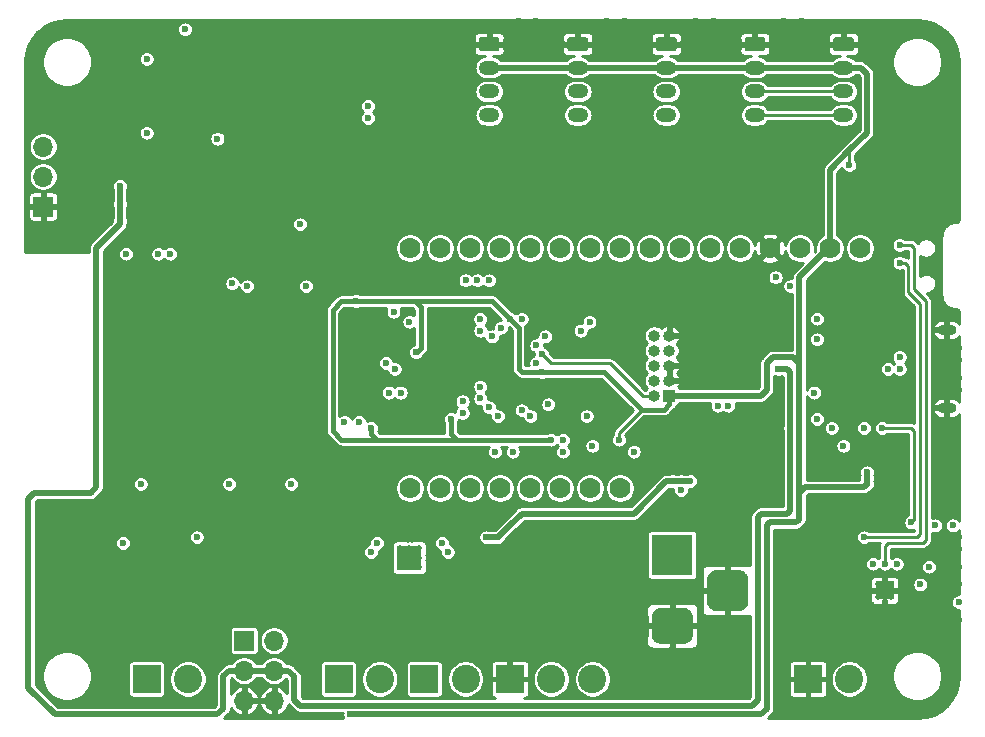
<source format=gbr>
G04 #@! TF.GenerationSoftware,KiCad,Pcbnew,5.1.5-1.fc31*
G04 #@! TF.CreationDate,2020-07-10T22:42:19+07:00*
G04 #@! TF.ProjectId,MP_SamBaseBoard_V1,4d505f53-616d-4426-9173-65426f617264,rev?*
G04 #@! TF.SameCoordinates,Original*
G04 #@! TF.FileFunction,Copper,L4,Bot*
G04 #@! TF.FilePolarity,Positive*
%FSLAX45Y45*%
G04 Gerber Fmt 4.5, Leading zero omitted, Abs format (unit mm)*
G04 Created by KiCad (PCBNEW 5.1.5-1.fc31) date 2020-07-10 22:42:19*
%MOMM*%
%LPD*%
G04 APERTURE LIST*
%ADD10C,1.778000*%
%ADD11O,1.700000X1.700000*%
%ADD12R,1.700000X1.700000*%
%ADD13O,1.750000X1.200000*%
%ADD14C,0.100000*%
%ADD15O,1.000000X1.000000*%
%ADD16R,1.000000X1.000000*%
%ADD17R,3.500000X3.500000*%
%ADD18R,2.100000X2.100000*%
%ADD19C,0.500000*%
%ADD20O,1.600000X0.900000*%
%ADD21C,2.400000*%
%ADD22R,2.400000X2.400000*%
%ADD23R,1.600000X1.600000*%
%ADD24C,0.600000*%
%ADD25C,0.500000*%
%ADD26C,0.400000*%
%ADD27C,0.250000*%
G04 APERTURE END LIST*
D10*
X19615000Y-9227000D03*
X19361000Y-9227000D03*
X19107000Y-9227000D03*
X18853000Y-9227000D03*
X15805000Y-9227000D03*
X16059000Y-9227000D03*
X16313000Y-9227000D03*
X16567000Y-9227000D03*
X16821000Y-9227000D03*
X17075000Y-9227000D03*
X17329000Y-9227000D03*
X17583000Y-9227000D03*
X17837000Y-9227000D03*
X18091000Y-9227000D03*
X18345000Y-9227000D03*
X18599000Y-9227000D03*
X15805000Y-11259000D03*
X16059000Y-11259000D03*
X16313000Y-11259000D03*
X16567000Y-11259000D03*
X16821000Y-11259000D03*
X17075000Y-11259000D03*
X17329000Y-11259000D03*
X17583000Y-11259000D03*
D11*
X14654000Y-13058000D03*
X14400000Y-13058000D03*
X14654000Y-12804000D03*
X14400000Y-12804000D03*
X14654000Y-12550000D03*
D12*
X14400000Y-12550000D03*
D13*
X16475000Y-8100000D03*
X16475000Y-7900000D03*
X16475000Y-7700000D03*
G04 #@! TA.AperFunction,ComponentPad*
D14*
G36*
X16539950Y-7440120D02*
G01*
X16542377Y-7440480D01*
X16544757Y-7441076D01*
X16547067Y-7441903D01*
X16549285Y-7442952D01*
X16551389Y-7444213D01*
X16553360Y-7445675D01*
X16555178Y-7447322D01*
X16556825Y-7449140D01*
X16558287Y-7451111D01*
X16559548Y-7453215D01*
X16560597Y-7455433D01*
X16561423Y-7457743D01*
X16562020Y-7460123D01*
X16562380Y-7462549D01*
X16562500Y-7465000D01*
X16562500Y-7535000D01*
X16562380Y-7537450D01*
X16562020Y-7539877D01*
X16561423Y-7542257D01*
X16560597Y-7544567D01*
X16559548Y-7546785D01*
X16558287Y-7548889D01*
X16556825Y-7550860D01*
X16555178Y-7552678D01*
X16553360Y-7554325D01*
X16551389Y-7555787D01*
X16549285Y-7557048D01*
X16547067Y-7558097D01*
X16544757Y-7558923D01*
X16542377Y-7559520D01*
X16539950Y-7559880D01*
X16537500Y-7560000D01*
X16412500Y-7560000D01*
X16410049Y-7559880D01*
X16407623Y-7559520D01*
X16405243Y-7558923D01*
X16402933Y-7558097D01*
X16400715Y-7557048D01*
X16398611Y-7555787D01*
X16396640Y-7554325D01*
X16394822Y-7552678D01*
X16393175Y-7550860D01*
X16391713Y-7548889D01*
X16390452Y-7546785D01*
X16389403Y-7544567D01*
X16388576Y-7542257D01*
X16387980Y-7539877D01*
X16387620Y-7537450D01*
X16387500Y-7535000D01*
X16387500Y-7465000D01*
X16387620Y-7462549D01*
X16387980Y-7460123D01*
X16388576Y-7457743D01*
X16389403Y-7455433D01*
X16390452Y-7453215D01*
X16391713Y-7451111D01*
X16393175Y-7449140D01*
X16394822Y-7447322D01*
X16396640Y-7445675D01*
X16398611Y-7444213D01*
X16400715Y-7442952D01*
X16402933Y-7441903D01*
X16405243Y-7441076D01*
X16407623Y-7440480D01*
X16410049Y-7440120D01*
X16412500Y-7440000D01*
X16537500Y-7440000D01*
X16539950Y-7440120D01*
G37*
G04 #@! TD.AperFunction*
D13*
X17225000Y-8100000D03*
X17225000Y-7900000D03*
X17225000Y-7700000D03*
G04 #@! TA.AperFunction,ComponentPad*
D14*
G36*
X17289951Y-7440120D02*
G01*
X17292377Y-7440480D01*
X17294757Y-7441076D01*
X17297067Y-7441903D01*
X17299285Y-7442952D01*
X17301389Y-7444213D01*
X17303360Y-7445675D01*
X17305178Y-7447322D01*
X17306825Y-7449140D01*
X17308287Y-7451111D01*
X17309548Y-7453215D01*
X17310597Y-7455433D01*
X17311424Y-7457743D01*
X17312020Y-7460123D01*
X17312380Y-7462549D01*
X17312500Y-7465000D01*
X17312500Y-7535000D01*
X17312380Y-7537450D01*
X17312020Y-7539877D01*
X17311424Y-7542257D01*
X17310597Y-7544567D01*
X17309548Y-7546785D01*
X17308287Y-7548889D01*
X17306825Y-7550860D01*
X17305178Y-7552678D01*
X17303360Y-7554325D01*
X17301389Y-7555787D01*
X17299285Y-7557048D01*
X17297067Y-7558097D01*
X17294757Y-7558923D01*
X17292377Y-7559520D01*
X17289951Y-7559880D01*
X17287500Y-7560000D01*
X17162500Y-7560000D01*
X17160050Y-7559880D01*
X17157623Y-7559520D01*
X17155243Y-7558923D01*
X17152933Y-7558097D01*
X17150715Y-7557048D01*
X17148611Y-7555787D01*
X17146640Y-7554325D01*
X17144822Y-7552678D01*
X17143175Y-7550860D01*
X17141713Y-7548889D01*
X17140452Y-7546785D01*
X17139403Y-7544567D01*
X17138577Y-7542257D01*
X17137980Y-7539877D01*
X17137620Y-7537450D01*
X17137500Y-7535000D01*
X17137500Y-7465000D01*
X17137620Y-7462549D01*
X17137980Y-7460123D01*
X17138577Y-7457743D01*
X17139403Y-7455433D01*
X17140452Y-7453215D01*
X17141713Y-7451111D01*
X17143175Y-7449140D01*
X17144822Y-7447322D01*
X17146640Y-7445675D01*
X17148611Y-7444213D01*
X17150715Y-7442952D01*
X17152933Y-7441903D01*
X17155243Y-7441076D01*
X17157623Y-7440480D01*
X17160050Y-7440120D01*
X17162500Y-7440000D01*
X17287500Y-7440000D01*
X17289951Y-7440120D01*
G37*
G04 #@! TD.AperFunction*
D13*
X17975000Y-8100000D03*
X17975000Y-7900000D03*
X17975000Y-7700000D03*
G04 #@! TA.AperFunction,ComponentPad*
D14*
G36*
X18039951Y-7440120D02*
G01*
X18042377Y-7440480D01*
X18044757Y-7441076D01*
X18047067Y-7441903D01*
X18049285Y-7442952D01*
X18051389Y-7444213D01*
X18053360Y-7445675D01*
X18055178Y-7447322D01*
X18056825Y-7449140D01*
X18058287Y-7451111D01*
X18059548Y-7453215D01*
X18060597Y-7455433D01*
X18061424Y-7457743D01*
X18062020Y-7460123D01*
X18062380Y-7462549D01*
X18062500Y-7465000D01*
X18062500Y-7535000D01*
X18062380Y-7537450D01*
X18062020Y-7539877D01*
X18061424Y-7542257D01*
X18060597Y-7544567D01*
X18059548Y-7546785D01*
X18058287Y-7548889D01*
X18056825Y-7550860D01*
X18055178Y-7552678D01*
X18053360Y-7554325D01*
X18051389Y-7555787D01*
X18049285Y-7557048D01*
X18047067Y-7558097D01*
X18044757Y-7558923D01*
X18042377Y-7559520D01*
X18039951Y-7559880D01*
X18037500Y-7560000D01*
X17912500Y-7560000D01*
X17910050Y-7559880D01*
X17907623Y-7559520D01*
X17905243Y-7558923D01*
X17902933Y-7558097D01*
X17900715Y-7557048D01*
X17898611Y-7555787D01*
X17896640Y-7554325D01*
X17894822Y-7552678D01*
X17893175Y-7550860D01*
X17891713Y-7548889D01*
X17890452Y-7546785D01*
X17889403Y-7544567D01*
X17888577Y-7542257D01*
X17887980Y-7539877D01*
X17887620Y-7537450D01*
X17887500Y-7535000D01*
X17887500Y-7465000D01*
X17887620Y-7462549D01*
X17887980Y-7460123D01*
X17888577Y-7457743D01*
X17889403Y-7455433D01*
X17890452Y-7453215D01*
X17891713Y-7451111D01*
X17893175Y-7449140D01*
X17894822Y-7447322D01*
X17896640Y-7445675D01*
X17898611Y-7444213D01*
X17900715Y-7442952D01*
X17902933Y-7441903D01*
X17905243Y-7441076D01*
X17907623Y-7440480D01*
X17910050Y-7440120D01*
X17912500Y-7440000D01*
X18037500Y-7440000D01*
X18039951Y-7440120D01*
G37*
G04 #@! TD.AperFunction*
D13*
X18725000Y-8100000D03*
X18725000Y-7900000D03*
X18725000Y-7700000D03*
G04 #@! TA.AperFunction,ComponentPad*
D14*
G36*
X18789951Y-7440120D02*
G01*
X18792377Y-7440480D01*
X18794757Y-7441076D01*
X18797067Y-7441903D01*
X18799285Y-7442952D01*
X18801389Y-7444213D01*
X18803360Y-7445675D01*
X18805178Y-7447322D01*
X18806825Y-7449140D01*
X18808287Y-7451111D01*
X18809548Y-7453215D01*
X18810597Y-7455433D01*
X18811424Y-7457743D01*
X18812020Y-7460123D01*
X18812380Y-7462549D01*
X18812500Y-7465000D01*
X18812500Y-7535000D01*
X18812380Y-7537450D01*
X18812020Y-7539877D01*
X18811424Y-7542257D01*
X18810597Y-7544567D01*
X18809548Y-7546785D01*
X18808287Y-7548889D01*
X18806825Y-7550860D01*
X18805178Y-7552678D01*
X18803360Y-7554325D01*
X18801389Y-7555787D01*
X18799285Y-7557048D01*
X18797067Y-7558097D01*
X18794757Y-7558923D01*
X18792377Y-7559520D01*
X18789951Y-7559880D01*
X18787500Y-7560000D01*
X18662500Y-7560000D01*
X18660050Y-7559880D01*
X18657623Y-7559520D01*
X18655243Y-7558923D01*
X18652933Y-7558097D01*
X18650715Y-7557048D01*
X18648611Y-7555787D01*
X18646640Y-7554325D01*
X18644822Y-7552678D01*
X18643175Y-7550860D01*
X18641713Y-7548889D01*
X18640452Y-7546785D01*
X18639403Y-7544567D01*
X18638577Y-7542257D01*
X18637980Y-7539877D01*
X18637620Y-7537450D01*
X18637500Y-7535000D01*
X18637500Y-7465000D01*
X18637620Y-7462549D01*
X18637980Y-7460123D01*
X18638577Y-7457743D01*
X18639403Y-7455433D01*
X18640452Y-7453215D01*
X18641713Y-7451111D01*
X18643175Y-7449140D01*
X18644822Y-7447322D01*
X18646640Y-7445675D01*
X18648611Y-7444213D01*
X18650715Y-7442952D01*
X18652933Y-7441903D01*
X18655243Y-7441076D01*
X18657623Y-7440480D01*
X18660050Y-7440120D01*
X18662500Y-7440000D01*
X18787500Y-7440000D01*
X18789951Y-7440120D01*
G37*
G04 #@! TD.AperFunction*
D13*
X19475000Y-8100000D03*
X19475000Y-7900000D03*
X19475000Y-7700000D03*
G04 #@! TA.AperFunction,ComponentPad*
D14*
G36*
X19539951Y-7440120D02*
G01*
X19542377Y-7440480D01*
X19544757Y-7441076D01*
X19547067Y-7441903D01*
X19549285Y-7442952D01*
X19551389Y-7444213D01*
X19553360Y-7445675D01*
X19555178Y-7447322D01*
X19556825Y-7449140D01*
X19558287Y-7451111D01*
X19559548Y-7453215D01*
X19560597Y-7455433D01*
X19561424Y-7457743D01*
X19562020Y-7460123D01*
X19562380Y-7462549D01*
X19562500Y-7465000D01*
X19562500Y-7535000D01*
X19562380Y-7537450D01*
X19562020Y-7539877D01*
X19561424Y-7542257D01*
X19560597Y-7544567D01*
X19559548Y-7546785D01*
X19558287Y-7548889D01*
X19556825Y-7550860D01*
X19555178Y-7552678D01*
X19553360Y-7554325D01*
X19551389Y-7555787D01*
X19549285Y-7557048D01*
X19547067Y-7558097D01*
X19544757Y-7558923D01*
X19542377Y-7559520D01*
X19539951Y-7559880D01*
X19537500Y-7560000D01*
X19412500Y-7560000D01*
X19410050Y-7559880D01*
X19407623Y-7559520D01*
X19405243Y-7558923D01*
X19402933Y-7558097D01*
X19400715Y-7557048D01*
X19398611Y-7555787D01*
X19396640Y-7554325D01*
X19394822Y-7552678D01*
X19393175Y-7550860D01*
X19391713Y-7548889D01*
X19390452Y-7546785D01*
X19389403Y-7544567D01*
X19388577Y-7542257D01*
X19387980Y-7539877D01*
X19387620Y-7537450D01*
X19387500Y-7535000D01*
X19387500Y-7465000D01*
X19387620Y-7462549D01*
X19387980Y-7460123D01*
X19388577Y-7457743D01*
X19389403Y-7455433D01*
X19390452Y-7453215D01*
X19391713Y-7451111D01*
X19393175Y-7449140D01*
X19394822Y-7447322D01*
X19396640Y-7445675D01*
X19398611Y-7444213D01*
X19400715Y-7442952D01*
X19402933Y-7441903D01*
X19405243Y-7441076D01*
X19407623Y-7440480D01*
X19410050Y-7440120D01*
X19412500Y-7440000D01*
X19537500Y-7440000D01*
X19539951Y-7440120D01*
G37*
G04 #@! TD.AperFunction*
D15*
X17873000Y-9967000D03*
X18000000Y-9967000D03*
X17873000Y-10094000D03*
X18000000Y-10094000D03*
X17873000Y-10221000D03*
X18000000Y-10221000D03*
X17873000Y-10348000D03*
X18000000Y-10348000D03*
X17873000Y-10475000D03*
D16*
X18000000Y-10475000D03*
D11*
X12700000Y-8367000D03*
X12700000Y-8621000D03*
D12*
X12700000Y-8875000D03*
G04 #@! TA.AperFunction,ComponentPad*
D14*
G36*
X18591077Y-11950421D02*
G01*
X18599570Y-11951681D01*
X18607900Y-11953768D01*
X18615985Y-11956660D01*
X18623747Y-11960332D01*
X18631112Y-11964746D01*
X18638009Y-11969862D01*
X18644372Y-11975628D01*
X18650138Y-11981991D01*
X18655254Y-11988888D01*
X18659668Y-11996253D01*
X18663340Y-12004015D01*
X18666232Y-12012100D01*
X18668319Y-12020430D01*
X18669579Y-12028923D01*
X18670000Y-12037500D01*
X18670000Y-12212500D01*
X18669579Y-12221076D01*
X18668319Y-12229570D01*
X18666232Y-12237900D01*
X18663340Y-12245985D01*
X18659668Y-12253747D01*
X18655254Y-12261112D01*
X18650138Y-12268009D01*
X18644372Y-12274372D01*
X18638009Y-12280138D01*
X18631112Y-12285254D01*
X18623747Y-12289668D01*
X18615985Y-12293339D01*
X18607900Y-12296232D01*
X18599570Y-12298319D01*
X18591077Y-12299579D01*
X18582500Y-12300000D01*
X18407500Y-12300000D01*
X18398924Y-12299579D01*
X18390430Y-12298319D01*
X18382100Y-12296232D01*
X18374015Y-12293339D01*
X18366253Y-12289668D01*
X18358888Y-12285254D01*
X18351991Y-12280138D01*
X18345628Y-12274372D01*
X18339862Y-12268009D01*
X18334746Y-12261112D01*
X18330332Y-12253747D01*
X18326661Y-12245985D01*
X18323768Y-12237900D01*
X18321681Y-12229570D01*
X18320421Y-12221076D01*
X18320000Y-12212500D01*
X18320000Y-12037500D01*
X18320421Y-12028923D01*
X18321681Y-12020430D01*
X18323768Y-12012100D01*
X18326661Y-12004015D01*
X18330332Y-11996253D01*
X18334746Y-11988888D01*
X18339862Y-11981991D01*
X18345628Y-11975628D01*
X18351991Y-11969862D01*
X18358888Y-11964746D01*
X18366253Y-11960332D01*
X18374015Y-11956660D01*
X18382100Y-11953768D01*
X18390430Y-11951681D01*
X18398924Y-11950421D01*
X18407500Y-11950000D01*
X18582500Y-11950000D01*
X18591077Y-11950421D01*
G37*
G04 #@! TD.AperFunction*
G04 #@! TA.AperFunction,ComponentPad*
G36*
X18132351Y-12275361D02*
G01*
X18139632Y-12276441D01*
X18146771Y-12278229D01*
X18153701Y-12280709D01*
X18160355Y-12283856D01*
X18166668Y-12287640D01*
X18172580Y-12292024D01*
X18178033Y-12296967D01*
X18182976Y-12302420D01*
X18187360Y-12308332D01*
X18191144Y-12314645D01*
X18194291Y-12321299D01*
X18196771Y-12328229D01*
X18198559Y-12335368D01*
X18199639Y-12342649D01*
X18200000Y-12350000D01*
X18200000Y-12500000D01*
X18199639Y-12507351D01*
X18198559Y-12514632D01*
X18196771Y-12521771D01*
X18194291Y-12528701D01*
X18191144Y-12535355D01*
X18187360Y-12541668D01*
X18182976Y-12547579D01*
X18178033Y-12553033D01*
X18172580Y-12557976D01*
X18166668Y-12562360D01*
X18160355Y-12566144D01*
X18153701Y-12569291D01*
X18146771Y-12571770D01*
X18139632Y-12573559D01*
X18132351Y-12574639D01*
X18125000Y-12575000D01*
X17925000Y-12575000D01*
X17917649Y-12574639D01*
X17910368Y-12573559D01*
X17903229Y-12571770D01*
X17896299Y-12569291D01*
X17889645Y-12566144D01*
X17883332Y-12562360D01*
X17877421Y-12557976D01*
X17871967Y-12553033D01*
X17867024Y-12547579D01*
X17862640Y-12541668D01*
X17858856Y-12535355D01*
X17855709Y-12528701D01*
X17853230Y-12521771D01*
X17851441Y-12514632D01*
X17850361Y-12507351D01*
X17850000Y-12500000D01*
X17850000Y-12350000D01*
X17850361Y-12342649D01*
X17851441Y-12335368D01*
X17853230Y-12328229D01*
X17855709Y-12321299D01*
X17858856Y-12314645D01*
X17862640Y-12308332D01*
X17867024Y-12302420D01*
X17871967Y-12296967D01*
X17877421Y-12292024D01*
X17883332Y-12287640D01*
X17889645Y-12283856D01*
X17896299Y-12280709D01*
X17903229Y-12278229D01*
X17910368Y-12276441D01*
X17917649Y-12275361D01*
X17925000Y-12275000D01*
X18125000Y-12275000D01*
X18132351Y-12275361D01*
G37*
G04 #@! TD.AperFunction*
D17*
X18025000Y-11825000D03*
D18*
X15799358Y-11849358D03*
D19*
X15879358Y-11769358D03*
X15879358Y-11849358D03*
X15879358Y-11929358D03*
X15799358Y-11769358D03*
X15799358Y-11849358D03*
X15799358Y-11929358D03*
X15719358Y-11769358D03*
X15719358Y-11849358D03*
X15719358Y-11929358D03*
D20*
X20350000Y-10580000D03*
X20350000Y-9920000D03*
D21*
X19525000Y-12875000D03*
D22*
X19175000Y-12875000D03*
D21*
X13925000Y-12875000D03*
D22*
X13575000Y-12875000D03*
D23*
X19825000Y-12125000D03*
D19*
X19880000Y-12070000D03*
X19880000Y-12180000D03*
X19770000Y-12070000D03*
X19770000Y-12180000D03*
D21*
X15550000Y-12875000D03*
D22*
X15200000Y-12875000D03*
D21*
X16275000Y-12875000D03*
D22*
X15925000Y-12875000D03*
D21*
X17000000Y-12875000D03*
X17350000Y-12875000D03*
D22*
X16650000Y-12875000D03*
D24*
X14025000Y-10350000D03*
X13825000Y-10550000D03*
X14225000Y-10550000D03*
X14225000Y-10150000D03*
X13825000Y-10150000D03*
X17000000Y-10375000D03*
X17550000Y-10525000D03*
X20450000Y-10325000D03*
X20450000Y-10425000D03*
X20450000Y-10175000D03*
X20450000Y-10075000D03*
X15225000Y-11350000D03*
X15350000Y-11350000D03*
X15575000Y-12050000D03*
X16025000Y-12050000D03*
X17675000Y-10600000D03*
X16125000Y-10175000D03*
X12775000Y-11650000D03*
X12775000Y-11450000D03*
X12775000Y-11550000D03*
X17625000Y-7300000D03*
X17625000Y-7400000D03*
X18375000Y-7400000D03*
X18375000Y-7300000D03*
X19125000Y-7300000D03*
X19125000Y-7400000D03*
X16875000Y-7400000D03*
X16875000Y-7300000D03*
X16625000Y-9550000D03*
X16700000Y-9550000D03*
X16125000Y-10325000D03*
X16250000Y-10250000D03*
X17700000Y-10100000D03*
X17700000Y-10000000D03*
X13275000Y-9275000D03*
X13275000Y-9525000D03*
X13275000Y-10975000D03*
X13275000Y-11225000D03*
X17475000Y-7300000D03*
X17475000Y-7400000D03*
X16725000Y-7400000D03*
X16725000Y-7300000D03*
X18225000Y-7300000D03*
X18225000Y-7400000D03*
X18975000Y-7400000D03*
X18975000Y-7300000D03*
X18250000Y-7875000D03*
X18350000Y-7875000D03*
X17600000Y-7875000D03*
X17500000Y-7875000D03*
X16850000Y-7875000D03*
X16750000Y-7875000D03*
X15875000Y-9500000D03*
X15775000Y-9500000D03*
X16150000Y-9500000D03*
X15275000Y-10150000D03*
X15275000Y-10050000D03*
X15275000Y-10250000D03*
X15575000Y-9500000D03*
X15675000Y-9500000D03*
X15375000Y-10150000D03*
X15375000Y-10250000D03*
X15100000Y-11350000D03*
X15475000Y-11350000D03*
X15920000Y-10725000D03*
X15985000Y-10725000D03*
X17100000Y-10750000D03*
X17200000Y-10750000D03*
X15375000Y-11725000D03*
X15225000Y-11725000D03*
X19550000Y-12150000D03*
X20050000Y-12300000D03*
X20125000Y-12300000D03*
X20125000Y-11975000D03*
X15575000Y-12125000D03*
X15650000Y-12125000D03*
X16025000Y-12125000D03*
X15950000Y-12125000D03*
X20450000Y-11925000D03*
X20450000Y-12075000D03*
X20450000Y-12375000D03*
X20450000Y-11675000D03*
X20450000Y-11775000D03*
X19650000Y-11525000D03*
X19550000Y-11425000D03*
X19750000Y-11425000D03*
X19950000Y-9875000D03*
X19950000Y-9950000D03*
X19950000Y-10025000D03*
X19950000Y-10550000D03*
X19950000Y-10475000D03*
X20125000Y-11875000D03*
X16925000Y-11725000D03*
X17000000Y-11725000D03*
X17075000Y-11725000D03*
X19350000Y-12575000D03*
X19525000Y-12575000D03*
X19175000Y-12575000D03*
X19950000Y-10625000D03*
X19750000Y-11525000D03*
X19650000Y-11425000D03*
X19550000Y-11525000D03*
X18550000Y-10800000D03*
X18550000Y-10850000D03*
X19400000Y-10975000D03*
X19975000Y-11075000D03*
X19975000Y-11175000D03*
X19975000Y-11275000D03*
X18550000Y-11200000D03*
X18750000Y-11200000D03*
X18650000Y-11200000D03*
X18850000Y-11200000D03*
X18550000Y-11000000D03*
X18550000Y-11100000D03*
X17875000Y-10875000D03*
X18075000Y-10875000D03*
X17975000Y-10875000D03*
X18175000Y-10875000D03*
X18275000Y-10875000D03*
X19225000Y-11550000D03*
X19225000Y-11400000D03*
X18590000Y-10560000D03*
X18680000Y-10560000D03*
X18860000Y-10560000D03*
X18770000Y-10560000D03*
X18950000Y-12200000D03*
X19075000Y-12200000D03*
X19225000Y-11900000D03*
X19225000Y-12050000D03*
X19200000Y-10250000D03*
X19275000Y-10250000D03*
X19350000Y-10250000D03*
X18550000Y-11775000D03*
X18650000Y-11775000D03*
X18650000Y-11875000D03*
X18550000Y-11875000D03*
X18550000Y-11300000D03*
X18550000Y-11400000D03*
X18550000Y-11500000D03*
X19750000Y-10350000D03*
X19675000Y-10275000D03*
X19950000Y-9525000D03*
X19950000Y-9675000D03*
X19875000Y-9525000D03*
X19875000Y-9675000D03*
X20225000Y-8025000D03*
X19925000Y-8075000D03*
X20025000Y-8075000D03*
X20075000Y-8625000D03*
X20275000Y-8625000D03*
X20175000Y-8625000D03*
X20400000Y-8975000D03*
X20400000Y-9775000D03*
X20300000Y-8425000D03*
X20250000Y-8425000D03*
X15100000Y-11225000D03*
X15225000Y-11225000D03*
X15475000Y-11225000D03*
X15350000Y-11225000D03*
X15600000Y-11225000D03*
X15600000Y-11350000D03*
X14975000Y-11350000D03*
X14975000Y-11225000D03*
X16425000Y-10075000D03*
X16350000Y-10000000D03*
X13600000Y-12300000D03*
X14100000Y-12175000D03*
X13925000Y-12175000D03*
X13750000Y-7525000D03*
X13750000Y-7725000D03*
X13750000Y-8150000D03*
X13750000Y-8350000D03*
X14350000Y-8400000D03*
X14350000Y-7775000D03*
X13900000Y-8500000D03*
X13900000Y-7875000D03*
X16150000Y-9825000D03*
X16440000Y-9330000D03*
X17150000Y-9775000D03*
X18875000Y-9775000D03*
X16375000Y-8275000D03*
X16475000Y-8275000D03*
X17125000Y-8275000D03*
X17225000Y-8275000D03*
X17875000Y-8275000D03*
X17975000Y-8275000D03*
X18625000Y-8275000D03*
X18725000Y-8275000D03*
X14975000Y-8825000D03*
X15125000Y-8825000D03*
X15275000Y-8825000D03*
X15425000Y-8825000D03*
X14975000Y-8900000D03*
X15125000Y-8900000D03*
X15775000Y-8825000D03*
X15925000Y-8825000D03*
X15205000Y-8125000D03*
X15205000Y-8050000D03*
X15205000Y-8425000D03*
X15205000Y-8500000D03*
X15275000Y-9000000D03*
X15425000Y-9000000D03*
X13600000Y-11525000D03*
X13800000Y-11525000D03*
X14000000Y-11525000D03*
X17000000Y-10850000D03*
X15350000Y-9675000D03*
X15855000Y-10110000D03*
X15475000Y-10750000D03*
X16150000Y-10675000D03*
X16925000Y-10275000D03*
X17575000Y-10850000D03*
X19675000Y-11125000D03*
X19675000Y-11225000D03*
X19675000Y-11175000D03*
X15300000Y-13175000D03*
X19800000Y-10750000D03*
X20050000Y-11550000D03*
X15375000Y-13175000D03*
X15450000Y-13175000D03*
X19525000Y-8525000D03*
X16650000Y-9825000D03*
X19025000Y-10750000D03*
X18975000Y-11475000D03*
X18900000Y-11475000D03*
X18825000Y-11475000D03*
X18975000Y-10250000D03*
X18925000Y-10250000D03*
X13350000Y-8850000D03*
X13350000Y-8700000D03*
X13350000Y-9000000D03*
X16550000Y-11675000D03*
X16450000Y-11675000D03*
X18025000Y-11200000D03*
X18100000Y-11200000D03*
X18175000Y-11200000D03*
X18500000Y-10560000D03*
X19375000Y-10750000D03*
X19825000Y-11900000D03*
X20450000Y-12225000D03*
X19950000Y-9200000D03*
X17300000Y-10650000D03*
X14175000Y-8300000D03*
X13900000Y-7375000D03*
X16075000Y-11725000D03*
X15525000Y-11725000D03*
X15475000Y-11800000D03*
X16675000Y-10950000D03*
X16125000Y-11800000D03*
X13375000Y-11725000D03*
X17325000Y-9850000D03*
X19025000Y-9550000D03*
X15450000Y-8125000D03*
X17250000Y-9925000D03*
X18900000Y-9475000D03*
X15450000Y-8025000D03*
X16750000Y-9825000D03*
X14000000Y-11675000D03*
X16400000Y-9825000D03*
X16400000Y-9925000D03*
X16275000Y-9500000D03*
X16475000Y-9500000D03*
X14875000Y-9025000D03*
X16375000Y-9500000D03*
X14300000Y-9525000D03*
X16400000Y-10500000D03*
X14800000Y-11225000D03*
X16400000Y-10400000D03*
X13400000Y-9275000D03*
X16250000Y-10525000D03*
X16825000Y-10650000D03*
X13675000Y-9275000D03*
X13575000Y-8250000D03*
X16750000Y-10600000D03*
X13775000Y-9275000D03*
X13575000Y-7625000D03*
X15725000Y-10450000D03*
X16950000Y-9975000D03*
X15625000Y-10450000D03*
X16925000Y-10125000D03*
X16875000Y-10200000D03*
X16875000Y-10050000D03*
X17700000Y-10950000D03*
X19225000Y-10450000D03*
X19650000Y-10750000D03*
X16500000Y-9975000D03*
X15665500Y-9764500D03*
X15675000Y-10250000D03*
X19950000Y-9350000D03*
X19650000Y-11675000D03*
X16975000Y-10550000D03*
X19250000Y-10000000D03*
X19250000Y-9825000D03*
X16575000Y-9900000D03*
X15800000Y-9850000D03*
X15250000Y-10700000D03*
X15375000Y-10700000D03*
X15600000Y-10200000D03*
X17100000Y-10950000D03*
X19850000Y-10250000D03*
X19950000Y-10250000D03*
X17100000Y-10850000D03*
X19950000Y-10150000D03*
X19475000Y-10900000D03*
X17350000Y-10900000D03*
X19725000Y-11900000D03*
X20200000Y-11925000D03*
X20250000Y-11575000D03*
X20125000Y-12075000D03*
X19925000Y-11900000D03*
X20400000Y-11575000D03*
X16550000Y-10650000D03*
X14425000Y-9550000D03*
X16475000Y-10575000D03*
X14925000Y-9550000D03*
X16250000Y-10625000D03*
X14275000Y-11225000D03*
X13525000Y-11225000D03*
X16525000Y-10950000D03*
X18100000Y-11275000D03*
X19250000Y-10675000D03*
X18410000Y-10560000D03*
D25*
X16475000Y-7700000D02*
X17225000Y-7700000D01*
X17225000Y-7700000D02*
X17975000Y-7700000D01*
X17975000Y-7700000D02*
X18725000Y-7700000D01*
X18725000Y-7700000D02*
X19475000Y-7700000D01*
D26*
X16150000Y-10800000D02*
X16200000Y-10850000D01*
X16150000Y-10675000D02*
X16150000Y-10800000D01*
X16200000Y-10850000D02*
X15575000Y-10850000D01*
X15575000Y-10850000D02*
X15225000Y-10850000D01*
X15225000Y-10850000D02*
X15150000Y-10775000D01*
X15150000Y-10775000D02*
X15150000Y-9750000D01*
X15150000Y-9750000D02*
X15225000Y-9675000D01*
X15225000Y-9675000D02*
X15350000Y-9675000D01*
X15575000Y-10850000D02*
X15525000Y-10850000D01*
X15475000Y-10800000D02*
X15475000Y-10750000D01*
X15525000Y-10850000D02*
X15475000Y-10800000D01*
X15855000Y-10110000D02*
X15865000Y-10110000D01*
X15865000Y-10110000D02*
X15900000Y-10075000D01*
X15900000Y-10075000D02*
X15900000Y-9725000D01*
X15900000Y-9725000D02*
X15850000Y-9675000D01*
X15350000Y-9675000D02*
X15850000Y-9675000D01*
X17000000Y-10850000D02*
X16200000Y-10850000D01*
X17955000Y-10595000D02*
X18000000Y-10550000D01*
X18000000Y-10550000D02*
X18000000Y-10475000D01*
X17770000Y-10595000D02*
X17955000Y-10595000D01*
X16925000Y-10275000D02*
X17450000Y-10275000D01*
X17450000Y-10275000D02*
X17770000Y-10595000D01*
D27*
X17575000Y-10790000D02*
X17770000Y-10595000D01*
X17575000Y-10850000D02*
X17575000Y-10790000D01*
D25*
X19675000Y-11225000D02*
X19675000Y-11125000D01*
D27*
X19800000Y-10750000D02*
X20050000Y-10750000D01*
X20050000Y-10750000D02*
X20075000Y-10775000D01*
X20075000Y-10775000D02*
X20075000Y-11525000D01*
X20075000Y-11525000D02*
X20050000Y-11550000D01*
D25*
X19150000Y-11250000D02*
X19100000Y-11300000D01*
X19675000Y-11225000D02*
X19650000Y-11250000D01*
X19650000Y-11250000D02*
X19150000Y-11250000D01*
X19075000Y-11550000D02*
X19100000Y-11525000D01*
X18775000Y-13175000D02*
X18825000Y-13125000D01*
X18825000Y-11575000D02*
X18850000Y-11550000D01*
X15300000Y-13175000D02*
X18775000Y-13175000D01*
X18825000Y-13125000D02*
X18825000Y-11575000D01*
X18850000Y-11550000D02*
X19075000Y-11550000D01*
X19348000Y-9227000D02*
X19100000Y-9475000D01*
X19361000Y-9227000D02*
X19348000Y-9227000D01*
X19100000Y-10125000D02*
X19100000Y-9475000D01*
X19100000Y-11525000D02*
X19100000Y-10125000D01*
X19050000Y-10150000D02*
X19100000Y-10200000D01*
X18775000Y-10475000D02*
X18825000Y-10425000D01*
X18825000Y-10425000D02*
X18825000Y-10200000D01*
X18000000Y-10475000D02*
X18775000Y-10475000D01*
X18825000Y-10200000D02*
X18875000Y-10150000D01*
X18875000Y-10150000D02*
X19050000Y-10150000D01*
X19361000Y-9227000D02*
X19361000Y-8564000D01*
X19675000Y-7750000D02*
X19625000Y-7700000D01*
X19675000Y-8250000D02*
X19675000Y-7750000D01*
X19475000Y-7700000D02*
X19625000Y-7700000D01*
D27*
X19525000Y-8525000D02*
X19525000Y-8400000D01*
D25*
X19361000Y-8564000D02*
X19525000Y-8400000D01*
X19525000Y-8400000D02*
X19675000Y-8250000D01*
D26*
X16725000Y-9900000D02*
X16725000Y-10250000D01*
X16650000Y-9825000D02*
X16725000Y-9900000D01*
X16750000Y-10275000D02*
X16925000Y-10275000D01*
X16725000Y-10250000D02*
X16750000Y-10275000D01*
X16500000Y-9675000D02*
X15850000Y-9675000D01*
X16650000Y-9825000D02*
X16500000Y-9675000D01*
D25*
X14400000Y-12804000D02*
X14646000Y-12804000D01*
X14225000Y-13125000D02*
X14175000Y-13175000D01*
X14225000Y-12850000D02*
X14225000Y-13125000D01*
X14400000Y-12804000D02*
X14271000Y-12804000D01*
X14271000Y-12804000D02*
X14225000Y-12850000D01*
X18825000Y-11475000D02*
X18975000Y-11475000D01*
X14825000Y-12854000D02*
X14775000Y-12804000D01*
X14825000Y-13050000D02*
X14825000Y-12854000D01*
X14775000Y-12804000D02*
X14654000Y-12804000D01*
X14875000Y-13100000D02*
X14825000Y-13050000D01*
X19025000Y-11450000D02*
X19025000Y-10275000D01*
X18975000Y-11475000D02*
X19000000Y-11475000D01*
X19000000Y-11475000D02*
X19025000Y-11450000D01*
X18925000Y-10250000D02*
X18975000Y-10250000D01*
X19000000Y-10250000D02*
X19025000Y-10275000D01*
X18975000Y-10250000D02*
X19000000Y-10250000D01*
X13150000Y-11250000D02*
X13150000Y-9250000D01*
X12800000Y-13175000D02*
X12575000Y-12950000D01*
X14175000Y-13175000D02*
X12800000Y-13175000D01*
X13100000Y-11300000D02*
X13150000Y-11250000D01*
X12575000Y-12950000D02*
X12575000Y-11350000D01*
X12625000Y-11300000D02*
X13100000Y-11300000D01*
X12575000Y-11350000D02*
X12625000Y-11300000D01*
X18700000Y-13100000D02*
X14875000Y-13100000D01*
X18750000Y-11500000D02*
X18750000Y-13050000D01*
X18825000Y-11475000D02*
X18775000Y-11475000D01*
X18750000Y-13050000D02*
X18700000Y-13100000D01*
X18775000Y-11475000D02*
X18750000Y-11500000D01*
X13150000Y-9250000D02*
X13150000Y-9225000D01*
X13150000Y-9225000D02*
X13350000Y-9025000D01*
X13350000Y-9025000D02*
X13350000Y-9000000D01*
X13350000Y-8850000D02*
X13350000Y-8700000D01*
X13350000Y-9000000D02*
X13350000Y-8850000D01*
X16550000Y-11675000D02*
X16650000Y-11575000D01*
X16550000Y-11675000D02*
X16450000Y-11675000D01*
X16650000Y-11575000D02*
X16750000Y-11475000D01*
X16750000Y-11475000D02*
X17675000Y-11475000D01*
X17675000Y-11475000D02*
X17700000Y-11475000D01*
X17700000Y-11475000D02*
X17975000Y-11200000D01*
X17975000Y-11200000D02*
X18025000Y-11200000D01*
X18025000Y-11200000D02*
X18100000Y-11200000D01*
X18100000Y-11200000D02*
X18175000Y-11200000D01*
D27*
X19850000Y-11725000D02*
X19825000Y-11750000D01*
X20050000Y-9200000D02*
X20075000Y-9225000D01*
X20150000Y-11725000D02*
X19850000Y-11725000D01*
X20075000Y-9575000D02*
X20175000Y-9675000D01*
X19950000Y-9200000D02*
X20050000Y-9200000D01*
X20075000Y-9225000D02*
X20075000Y-9575000D01*
X19825000Y-11750000D02*
X19825000Y-11900000D01*
X20175000Y-11700000D02*
X20150000Y-11725000D01*
X20175000Y-9675000D02*
X20175000Y-11700000D01*
X18725000Y-8100000D02*
X19475000Y-8100000D01*
X18725000Y-7900000D02*
X19475000Y-7900000D01*
X16925000Y-10125000D02*
X17000000Y-10200000D01*
X17000000Y-10200000D02*
X17500000Y-10200000D01*
X17873000Y-10475000D02*
X17775000Y-10475000D01*
X17500000Y-10200000D02*
X17775000Y-10475000D01*
X19900000Y-11675000D02*
X19650000Y-11675000D01*
X20125000Y-11650000D02*
X20100000Y-11675000D01*
X20100000Y-11675000D02*
X19900000Y-11675000D01*
X20025000Y-9600000D02*
X20125000Y-9700000D01*
X20000000Y-9350000D02*
X20025000Y-9375000D01*
X19950000Y-9350000D02*
X20000000Y-9350000D01*
X20025000Y-9375000D02*
X20025000Y-9600000D01*
X20125000Y-9700000D02*
X20125000Y-11650000D01*
G36*
X14558848Y-12882089D02*
G01*
X14575911Y-12899152D01*
X14595974Y-12912558D01*
X14618268Y-12921792D01*
X14641935Y-12926500D01*
X14666065Y-12926500D01*
X14689732Y-12921792D01*
X14712025Y-12912558D01*
X14732089Y-12899152D01*
X14749152Y-12882089D01*
X14755380Y-12872768D01*
X14762500Y-12879888D01*
X14762500Y-12991465D01*
X14749309Y-12973309D01*
X14730956Y-12956343D01*
X14709645Y-12943283D01*
X14686195Y-12934631D01*
X14666500Y-12941739D01*
X14666500Y-13045500D01*
X14668500Y-13045500D01*
X14668500Y-13070500D01*
X14666500Y-13070500D01*
X14666500Y-13174261D01*
X14686195Y-13181369D01*
X14709645Y-13172717D01*
X14730956Y-13159657D01*
X14749309Y-13142690D01*
X14764000Y-13122469D01*
X14774464Y-13099770D01*
X14777305Y-13090403D01*
X14780592Y-13094408D01*
X14782978Y-13096366D01*
X14828635Y-13142023D01*
X14830592Y-13144408D01*
X14840109Y-13152218D01*
X14850967Y-13158022D01*
X14862748Y-13161596D01*
X14871930Y-13162500D01*
X14871930Y-13162500D01*
X14875000Y-13162802D01*
X14878070Y-13162500D01*
X15233664Y-13162500D01*
X15232500Y-13168352D01*
X15232500Y-13181648D01*
X15235094Y-13194689D01*
X15239365Y-13205000D01*
X14233388Y-13205000D01*
X14267023Y-13171365D01*
X14269408Y-13169408D01*
X14277218Y-13159891D01*
X14283022Y-13149033D01*
X14286596Y-13137252D01*
X14287500Y-13128070D01*
X14287500Y-13128070D01*
X14287802Y-13125000D01*
X14287500Y-13121930D01*
X14287500Y-13117047D01*
X14289999Y-13122469D01*
X14304690Y-13142690D01*
X14323044Y-13159657D01*
X14344355Y-13172717D01*
X14367804Y-13181369D01*
X14387500Y-13174261D01*
X14387500Y-13070500D01*
X14412500Y-13070500D01*
X14412500Y-13174261D01*
X14432195Y-13181369D01*
X14455645Y-13172717D01*
X14476956Y-13159657D01*
X14495309Y-13142690D01*
X14510000Y-13122469D01*
X14520464Y-13099770D01*
X14523368Y-13090195D01*
X14530632Y-13090195D01*
X14533536Y-13099770D01*
X14543999Y-13122469D01*
X14558690Y-13142690D01*
X14577044Y-13159657D01*
X14598355Y-13172717D01*
X14621804Y-13181369D01*
X14641500Y-13174261D01*
X14641500Y-13070500D01*
X14537795Y-13070500D01*
X14530632Y-13090195D01*
X14523368Y-13090195D01*
X14516205Y-13070500D01*
X14412500Y-13070500D01*
X14387500Y-13070500D01*
X14385500Y-13070500D01*
X14385500Y-13045500D01*
X14387500Y-13045500D01*
X14387500Y-12941739D01*
X14412500Y-12941739D01*
X14412500Y-13045500D01*
X14516205Y-13045500D01*
X14523368Y-13025805D01*
X14530632Y-13025805D01*
X14537795Y-13045500D01*
X14641500Y-13045500D01*
X14641500Y-12941739D01*
X14621804Y-12934631D01*
X14598355Y-12943283D01*
X14577044Y-12956343D01*
X14558690Y-12973309D01*
X14543999Y-12993531D01*
X14533536Y-13016230D01*
X14530632Y-13025805D01*
X14523368Y-13025805D01*
X14520464Y-13016230D01*
X14510000Y-12993531D01*
X14495309Y-12973309D01*
X14476956Y-12956343D01*
X14455645Y-12943283D01*
X14432195Y-12934631D01*
X14412500Y-12941739D01*
X14387500Y-12941739D01*
X14367804Y-12934631D01*
X14344355Y-12943283D01*
X14323044Y-12956343D01*
X14304690Y-12973309D01*
X14289999Y-12993531D01*
X14287500Y-12998953D01*
X14287500Y-12875888D01*
X14295416Y-12867973D01*
X14304848Y-12882089D01*
X14321911Y-12899152D01*
X14341974Y-12912558D01*
X14364268Y-12921792D01*
X14387935Y-12926500D01*
X14412065Y-12926500D01*
X14435732Y-12921792D01*
X14458025Y-12912558D01*
X14478089Y-12899152D01*
X14495152Y-12882089D01*
X14505568Y-12866500D01*
X14548432Y-12866500D01*
X14558848Y-12882089D01*
G37*
X14558848Y-12882089D02*
X14575911Y-12899152D01*
X14595974Y-12912558D01*
X14618268Y-12921792D01*
X14641935Y-12926500D01*
X14666065Y-12926500D01*
X14689732Y-12921792D01*
X14712025Y-12912558D01*
X14732089Y-12899152D01*
X14749152Y-12882089D01*
X14755380Y-12872768D01*
X14762500Y-12879888D01*
X14762500Y-12991465D01*
X14749309Y-12973309D01*
X14730956Y-12956343D01*
X14709645Y-12943283D01*
X14686195Y-12934631D01*
X14666500Y-12941739D01*
X14666500Y-13045500D01*
X14668500Y-13045500D01*
X14668500Y-13070500D01*
X14666500Y-13070500D01*
X14666500Y-13174261D01*
X14686195Y-13181369D01*
X14709645Y-13172717D01*
X14730956Y-13159657D01*
X14749309Y-13142690D01*
X14764000Y-13122469D01*
X14774464Y-13099770D01*
X14777305Y-13090403D01*
X14780592Y-13094408D01*
X14782978Y-13096366D01*
X14828635Y-13142023D01*
X14830592Y-13144408D01*
X14840109Y-13152218D01*
X14850967Y-13158022D01*
X14862748Y-13161596D01*
X14871930Y-13162500D01*
X14871930Y-13162500D01*
X14875000Y-13162802D01*
X14878070Y-13162500D01*
X15233664Y-13162500D01*
X15232500Y-13168352D01*
X15232500Y-13181648D01*
X15235094Y-13194689D01*
X15239365Y-13205000D01*
X14233388Y-13205000D01*
X14267023Y-13171365D01*
X14269408Y-13169408D01*
X14277218Y-13159891D01*
X14283022Y-13149033D01*
X14286596Y-13137252D01*
X14287500Y-13128070D01*
X14287500Y-13128070D01*
X14287802Y-13125000D01*
X14287500Y-13121930D01*
X14287500Y-13117047D01*
X14289999Y-13122469D01*
X14304690Y-13142690D01*
X14323044Y-13159657D01*
X14344355Y-13172717D01*
X14367804Y-13181369D01*
X14387500Y-13174261D01*
X14387500Y-13070500D01*
X14412500Y-13070500D01*
X14412500Y-13174261D01*
X14432195Y-13181369D01*
X14455645Y-13172717D01*
X14476956Y-13159657D01*
X14495309Y-13142690D01*
X14510000Y-13122469D01*
X14520464Y-13099770D01*
X14523368Y-13090195D01*
X14530632Y-13090195D01*
X14533536Y-13099770D01*
X14543999Y-13122469D01*
X14558690Y-13142690D01*
X14577044Y-13159657D01*
X14598355Y-13172717D01*
X14621804Y-13181369D01*
X14641500Y-13174261D01*
X14641500Y-13070500D01*
X14537795Y-13070500D01*
X14530632Y-13090195D01*
X14523368Y-13090195D01*
X14516205Y-13070500D01*
X14412500Y-13070500D01*
X14387500Y-13070500D01*
X14385500Y-13070500D01*
X14385500Y-13045500D01*
X14387500Y-13045500D01*
X14387500Y-12941739D01*
X14412500Y-12941739D01*
X14412500Y-13045500D01*
X14516205Y-13045500D01*
X14523368Y-13025805D01*
X14530632Y-13025805D01*
X14537795Y-13045500D01*
X14641500Y-13045500D01*
X14641500Y-12941739D01*
X14621804Y-12934631D01*
X14598355Y-12943283D01*
X14577044Y-12956343D01*
X14558690Y-12973309D01*
X14543999Y-12993531D01*
X14533536Y-13016230D01*
X14530632Y-13025805D01*
X14523368Y-13025805D01*
X14520464Y-13016230D01*
X14510000Y-12993531D01*
X14495309Y-12973309D01*
X14476956Y-12956343D01*
X14455645Y-12943283D01*
X14432195Y-12934631D01*
X14412500Y-12941739D01*
X14387500Y-12941739D01*
X14367804Y-12934631D01*
X14344355Y-12943283D01*
X14323044Y-12956343D01*
X14304690Y-12973309D01*
X14289999Y-12993531D01*
X14287500Y-12998953D01*
X14287500Y-12875888D01*
X14295416Y-12867973D01*
X14304848Y-12882089D01*
X14321911Y-12899152D01*
X14341974Y-12912558D01*
X14364268Y-12921792D01*
X14387935Y-12926500D01*
X14412065Y-12926500D01*
X14435732Y-12921792D01*
X14458025Y-12912558D01*
X14478089Y-12899152D01*
X14495152Y-12882089D01*
X14505568Y-12866500D01*
X14548432Y-12866500D01*
X14558848Y-12882089D01*
G36*
X20168911Y-7301972D02*
G01*
X20235198Y-7321986D01*
X20296335Y-7354493D01*
X20349993Y-7398255D01*
X20394129Y-7451607D01*
X20427063Y-7512516D01*
X20447538Y-7578660D01*
X20454999Y-7649644D01*
X20455000Y-7650070D01*
X20455000Y-8972798D01*
X20454217Y-8980785D01*
X20452537Y-8986350D01*
X20449808Y-8991482D01*
X20446134Y-8995987D01*
X20441655Y-8999692D01*
X20436542Y-9002457D01*
X20430989Y-9004176D01*
X20421308Y-9005193D01*
X20420398Y-9005187D01*
X20419772Y-9005248D01*
X20405215Y-9006778D01*
X20401216Y-9007599D01*
X20397214Y-9008363D01*
X20396612Y-9008544D01*
X20382630Y-9012873D01*
X20378865Y-9014455D01*
X20375088Y-9015981D01*
X20374534Y-9016276D01*
X20374533Y-9016276D01*
X20374533Y-9016276D01*
X20361658Y-9023238D01*
X20358274Y-9025520D01*
X20354863Y-9027752D01*
X20354377Y-9028149D01*
X20354377Y-9028149D01*
X20354376Y-9028150D01*
X20343098Y-9037479D01*
X20340224Y-9040374D01*
X20337310Y-9043227D01*
X20336910Y-9043711D01*
X20327658Y-9055054D01*
X20325400Y-9058454D01*
X20323097Y-9061817D01*
X20322798Y-9062369D01*
X20315926Y-9075293D01*
X20314371Y-9079066D01*
X20312765Y-9082813D01*
X20312580Y-9083414D01*
X20308349Y-9097426D01*
X20307556Y-9101430D01*
X20306709Y-9105416D01*
X20306643Y-9106041D01*
X20306643Y-9106041D01*
X20306643Y-9106042D01*
X20305217Y-9120588D01*
X20305000Y-9122790D01*
X20305000Y-9627211D01*
X20305190Y-9629141D01*
X20305187Y-9629602D01*
X20305248Y-9630228D01*
X20306778Y-9644785D01*
X20307599Y-9648784D01*
X20308363Y-9652786D01*
X20308544Y-9653388D01*
X20312873Y-9667371D01*
X20314455Y-9671135D01*
X20315981Y-9674912D01*
X20316276Y-9675466D01*
X20316276Y-9675467D01*
X20316277Y-9675467D01*
X20323238Y-9688343D01*
X20325521Y-9691727D01*
X20327752Y-9695137D01*
X20328149Y-9695623D01*
X20328149Y-9695624D01*
X20328150Y-9695624D01*
X20337479Y-9706902D01*
X20340375Y-9709778D01*
X20343227Y-9712690D01*
X20343711Y-9713090D01*
X20343711Y-9713090D01*
X20343711Y-9713090D01*
X20355054Y-9722342D01*
X20358456Y-9724601D01*
X20361817Y-9726903D01*
X20362369Y-9727202D01*
X20375293Y-9734074D01*
X20379068Y-9735629D01*
X20382813Y-9737235D01*
X20383412Y-9737420D01*
X20383413Y-9737420D01*
X20383414Y-9737421D01*
X20397426Y-9741651D01*
X20401430Y-9742444D01*
X20405416Y-9743291D01*
X20406041Y-9743357D01*
X20406041Y-9743357D01*
X20406042Y-9743357D01*
X20420609Y-9744785D01*
X20430785Y-9745783D01*
X20436350Y-9747463D01*
X20441482Y-9750192D01*
X20445987Y-9753866D01*
X20449692Y-9758345D01*
X20452457Y-9763458D01*
X20454176Y-9769011D01*
X20455000Y-9776852D01*
X20455000Y-9866191D01*
X20444006Y-9854191D01*
X20430033Y-9843944D01*
X20414330Y-9836620D01*
X20397500Y-9832500D01*
X20362500Y-9832500D01*
X20362500Y-9907500D01*
X20364500Y-9907500D01*
X20364500Y-9932500D01*
X20362500Y-9932500D01*
X20362500Y-10007500D01*
X20397500Y-10007500D01*
X20414330Y-10003380D01*
X20430033Y-9996056D01*
X20444006Y-9985809D01*
X20455000Y-9973809D01*
X20455000Y-10526191D01*
X20444006Y-10514191D01*
X20430033Y-10503944D01*
X20414330Y-10496620D01*
X20397500Y-10492500D01*
X20362500Y-10492500D01*
X20362500Y-10567500D01*
X20364500Y-10567500D01*
X20364500Y-10592500D01*
X20362500Y-10592500D01*
X20362500Y-10667500D01*
X20397500Y-10667500D01*
X20414330Y-10663380D01*
X20430033Y-10656056D01*
X20444006Y-10645809D01*
X20455000Y-10633809D01*
X20455000Y-11535817D01*
X20452431Y-11531971D01*
X20443029Y-11522569D01*
X20431973Y-11515182D01*
X20419689Y-11510094D01*
X20406648Y-11507500D01*
X20393352Y-11507500D01*
X20380311Y-11510094D01*
X20368027Y-11515182D01*
X20356971Y-11522569D01*
X20347569Y-11531971D01*
X20340182Y-11543027D01*
X20335094Y-11555311D01*
X20332500Y-11568352D01*
X20332500Y-11581648D01*
X20335094Y-11594689D01*
X20340182Y-11606973D01*
X20347569Y-11618029D01*
X20356971Y-11627431D01*
X20368027Y-11634818D01*
X20380311Y-11639906D01*
X20393352Y-11642500D01*
X20406648Y-11642500D01*
X20419689Y-11639906D01*
X20431973Y-11634818D01*
X20443029Y-11627431D01*
X20452431Y-11618029D01*
X20455000Y-11614183D01*
X20455000Y-12157500D01*
X20443352Y-12157500D01*
X20430311Y-12160094D01*
X20418027Y-12165182D01*
X20406971Y-12172569D01*
X20397569Y-12181971D01*
X20390182Y-12193027D01*
X20385094Y-12205311D01*
X20382500Y-12218352D01*
X20382500Y-12231648D01*
X20385094Y-12244689D01*
X20390182Y-12256973D01*
X20397569Y-12268029D01*
X20406971Y-12277431D01*
X20418027Y-12284818D01*
X20430311Y-12289906D01*
X20443352Y-12292500D01*
X20455000Y-12292500D01*
X20455000Y-12847798D01*
X20448028Y-12918911D01*
X20428014Y-12985198D01*
X20395507Y-13046334D01*
X20351744Y-13099993D01*
X20298393Y-13144129D01*
X20237484Y-13177063D01*
X20171339Y-13197538D01*
X20100356Y-13204998D01*
X20099930Y-13205000D01*
X18833388Y-13205000D01*
X18867023Y-13171365D01*
X18869408Y-13169408D01*
X18877218Y-13159891D01*
X18883022Y-13149033D01*
X18886596Y-13137252D01*
X18887500Y-13128070D01*
X18887500Y-13128070D01*
X18887802Y-13125000D01*
X18887500Y-13121930D01*
X18887500Y-12995000D01*
X19012294Y-12995000D01*
X19013115Y-13003331D01*
X19015545Y-13011343D01*
X19019492Y-13018726D01*
X19024803Y-13025197D01*
X19031274Y-13030508D01*
X19038657Y-13034455D01*
X19046669Y-13036885D01*
X19055000Y-13037706D01*
X19151875Y-13037500D01*
X19162500Y-13026875D01*
X19162500Y-12887500D01*
X19187500Y-12887500D01*
X19187500Y-13026875D01*
X19198125Y-13037500D01*
X19295000Y-13037706D01*
X19303331Y-13036885D01*
X19311343Y-13034455D01*
X19318726Y-13030508D01*
X19325197Y-13025197D01*
X19330508Y-13018726D01*
X19334455Y-13011343D01*
X19336885Y-13003331D01*
X19337706Y-12995000D01*
X19337500Y-12898125D01*
X19326875Y-12887500D01*
X19187500Y-12887500D01*
X19162500Y-12887500D01*
X19023125Y-12887500D01*
X19012500Y-12898125D01*
X19012294Y-12995000D01*
X18887500Y-12995000D01*
X18887500Y-12755000D01*
X19012294Y-12755000D01*
X19012500Y-12851875D01*
X19023125Y-12862500D01*
X19162500Y-12862500D01*
X19162500Y-12723125D01*
X19187500Y-12723125D01*
X19187500Y-12862500D01*
X19326875Y-12862500D01*
X19329887Y-12859488D01*
X19367500Y-12859488D01*
X19367500Y-12890512D01*
X19373553Y-12920941D01*
X19385425Y-12949604D01*
X19402662Y-12975400D01*
X19424600Y-12997338D01*
X19450396Y-13014575D01*
X19479059Y-13026447D01*
X19509488Y-13032500D01*
X19540512Y-13032500D01*
X19570941Y-13026447D01*
X19599604Y-13014575D01*
X19625400Y-12997338D01*
X19647338Y-12975400D01*
X19664575Y-12949604D01*
X19676447Y-12920941D01*
X19682500Y-12890512D01*
X19682500Y-12859488D01*
X19676450Y-12829071D01*
X19887500Y-12829071D01*
X19887500Y-12870929D01*
X19895666Y-12911984D01*
X19911685Y-12950656D01*
X19934941Y-12985461D01*
X19964539Y-13015059D01*
X19999344Y-13038315D01*
X20038016Y-13054334D01*
X20079071Y-13062500D01*
X20120929Y-13062500D01*
X20161984Y-13054334D01*
X20200657Y-13038315D01*
X20235461Y-13015059D01*
X20265060Y-12985461D01*
X20288315Y-12950656D01*
X20304334Y-12911984D01*
X20312500Y-12870929D01*
X20312500Y-12829071D01*
X20304334Y-12788016D01*
X20288315Y-12749343D01*
X20265060Y-12714539D01*
X20235461Y-12684940D01*
X20200657Y-12661685D01*
X20161984Y-12645666D01*
X20120929Y-12637500D01*
X20079071Y-12637500D01*
X20038016Y-12645666D01*
X19999344Y-12661685D01*
X19964539Y-12684940D01*
X19934941Y-12714539D01*
X19911685Y-12749343D01*
X19895666Y-12788016D01*
X19887500Y-12829071D01*
X19676450Y-12829071D01*
X19676447Y-12829059D01*
X19664575Y-12800396D01*
X19647338Y-12774600D01*
X19625400Y-12752662D01*
X19599604Y-12735425D01*
X19570941Y-12723553D01*
X19540512Y-12717500D01*
X19509488Y-12717500D01*
X19479059Y-12723553D01*
X19450396Y-12735425D01*
X19424600Y-12752662D01*
X19402662Y-12774600D01*
X19385425Y-12800396D01*
X19373553Y-12829059D01*
X19367500Y-12859488D01*
X19329887Y-12859488D01*
X19337500Y-12851875D01*
X19337706Y-12755000D01*
X19336885Y-12746669D01*
X19334455Y-12738657D01*
X19330508Y-12731274D01*
X19325197Y-12724803D01*
X19318726Y-12719492D01*
X19311343Y-12715545D01*
X19303331Y-12713115D01*
X19295000Y-12712294D01*
X19198125Y-12712500D01*
X19187500Y-12723125D01*
X19162500Y-12723125D01*
X19151875Y-12712500D01*
X19055000Y-12712294D01*
X19046669Y-12713115D01*
X19038657Y-12715545D01*
X19031274Y-12719492D01*
X19024803Y-12724803D01*
X19019492Y-12731274D01*
X19015545Y-12738657D01*
X19013115Y-12746669D01*
X19012294Y-12755000D01*
X18887500Y-12755000D01*
X18887500Y-12066592D01*
X19702259Y-12066592D01*
X19702382Y-12069151D01*
X19702500Y-12101875D01*
X19713125Y-12112500D01*
X19745178Y-12112500D01*
X19739369Y-12118309D01*
X19740173Y-12125000D01*
X19739369Y-12131691D01*
X19745178Y-12137500D01*
X19713125Y-12137500D01*
X19702500Y-12148125D01*
X19702401Y-12175646D01*
X19702259Y-12176592D01*
X19702387Y-12179270D01*
X19702294Y-12205000D01*
X19703115Y-12213331D01*
X19705545Y-12221343D01*
X19709492Y-12228726D01*
X19714803Y-12235197D01*
X19721274Y-12240508D01*
X19728657Y-12244455D01*
X19736669Y-12246885D01*
X19745000Y-12247706D01*
X19765851Y-12247630D01*
X19766592Y-12247741D01*
X19769151Y-12247618D01*
X19801875Y-12247500D01*
X19812500Y-12236875D01*
X19812500Y-12204822D01*
X19818309Y-12210631D01*
X19825000Y-12209827D01*
X19831691Y-12210631D01*
X19837500Y-12204822D01*
X19837500Y-12236875D01*
X19848125Y-12247500D01*
X19875646Y-12247599D01*
X19876592Y-12247741D01*
X19879270Y-12247613D01*
X19905000Y-12247706D01*
X19913331Y-12246885D01*
X19921343Y-12244455D01*
X19928726Y-12240508D01*
X19935197Y-12235197D01*
X19940508Y-12228726D01*
X19944455Y-12221343D01*
X19946885Y-12213331D01*
X19947706Y-12205000D01*
X19947630Y-12184149D01*
X19947741Y-12183408D01*
X19947618Y-12180849D01*
X19947500Y-12148125D01*
X19936875Y-12137500D01*
X19904822Y-12137500D01*
X19910631Y-12131691D01*
X19909827Y-12125000D01*
X19910631Y-12118309D01*
X19904822Y-12112500D01*
X19936875Y-12112500D01*
X19947500Y-12101875D01*
X19947600Y-12074354D01*
X19947741Y-12073408D01*
X19947613Y-12070730D01*
X19947621Y-12068352D01*
X20057500Y-12068352D01*
X20057500Y-12081648D01*
X20060094Y-12094689D01*
X20065182Y-12106973D01*
X20072569Y-12118029D01*
X20081971Y-12127431D01*
X20093027Y-12134818D01*
X20105311Y-12139906D01*
X20118352Y-12142500D01*
X20131648Y-12142500D01*
X20144689Y-12139906D01*
X20156973Y-12134818D01*
X20168029Y-12127431D01*
X20177431Y-12118029D01*
X20184818Y-12106973D01*
X20189906Y-12094689D01*
X20192500Y-12081648D01*
X20192500Y-12068352D01*
X20189906Y-12055311D01*
X20184818Y-12043027D01*
X20177431Y-12031971D01*
X20168029Y-12022569D01*
X20156973Y-12015182D01*
X20144689Y-12010094D01*
X20131648Y-12007500D01*
X20118352Y-12007500D01*
X20105311Y-12010094D01*
X20093027Y-12015182D01*
X20081971Y-12022569D01*
X20072569Y-12031971D01*
X20065182Y-12043027D01*
X20060094Y-12055311D01*
X20057500Y-12068352D01*
X19947621Y-12068352D01*
X19947706Y-12045000D01*
X19946885Y-12036669D01*
X19944455Y-12028657D01*
X19940508Y-12021274D01*
X19935197Y-12014803D01*
X19928726Y-12009492D01*
X19921343Y-12005545D01*
X19913331Y-12003115D01*
X19905000Y-12002294D01*
X19884149Y-12002370D01*
X19883408Y-12002259D01*
X19880849Y-12002382D01*
X19848125Y-12002500D01*
X19837500Y-12013125D01*
X19837500Y-12045178D01*
X19831691Y-12039369D01*
X19825000Y-12040173D01*
X19818309Y-12039369D01*
X19812500Y-12045178D01*
X19812500Y-12013125D01*
X19801875Y-12002500D01*
X19774354Y-12002400D01*
X19773408Y-12002259D01*
X19770730Y-12002387D01*
X19745000Y-12002294D01*
X19736669Y-12003115D01*
X19728657Y-12005545D01*
X19721274Y-12009492D01*
X19714803Y-12014803D01*
X19709492Y-12021274D01*
X19705545Y-12028657D01*
X19703115Y-12036669D01*
X19702294Y-12045000D01*
X19702370Y-12065851D01*
X19702259Y-12066592D01*
X18887500Y-12066592D01*
X18887500Y-11668352D01*
X19582500Y-11668352D01*
X19582500Y-11681648D01*
X19585094Y-11694689D01*
X19590182Y-11706973D01*
X19597569Y-11718029D01*
X19606971Y-11727431D01*
X19618027Y-11734818D01*
X19630311Y-11739906D01*
X19643352Y-11742500D01*
X19656648Y-11742500D01*
X19669689Y-11739906D01*
X19681973Y-11734818D01*
X19693029Y-11727431D01*
X19695459Y-11725000D01*
X19781668Y-11725000D01*
X19778583Y-11730773D01*
X19777361Y-11734802D01*
X19775724Y-11740198D01*
X19774758Y-11750000D01*
X19775000Y-11752456D01*
X19775000Y-11854540D01*
X19775000Y-11854541D01*
X19768029Y-11847569D01*
X19756973Y-11840182D01*
X19744689Y-11835094D01*
X19731648Y-11832500D01*
X19718352Y-11832500D01*
X19705311Y-11835094D01*
X19693027Y-11840182D01*
X19681971Y-11847569D01*
X19672569Y-11856971D01*
X19665182Y-11868027D01*
X19660094Y-11880311D01*
X19657500Y-11893352D01*
X19657500Y-11906648D01*
X19660094Y-11919689D01*
X19665182Y-11931973D01*
X19672569Y-11943029D01*
X19681971Y-11952431D01*
X19693027Y-11959818D01*
X19705311Y-11964906D01*
X19718352Y-11967500D01*
X19731648Y-11967500D01*
X19744689Y-11964906D01*
X19756973Y-11959818D01*
X19768029Y-11952431D01*
X19775000Y-11945459D01*
X19781971Y-11952431D01*
X19793027Y-11959818D01*
X19805311Y-11964906D01*
X19818352Y-11967500D01*
X19831648Y-11967500D01*
X19844689Y-11964906D01*
X19856973Y-11959818D01*
X19868029Y-11952431D01*
X19875000Y-11945459D01*
X19881971Y-11952431D01*
X19893027Y-11959818D01*
X19905311Y-11964906D01*
X19918352Y-11967500D01*
X19931648Y-11967500D01*
X19944689Y-11964906D01*
X19956973Y-11959818D01*
X19968029Y-11952431D01*
X19977431Y-11943029D01*
X19984818Y-11931973D01*
X19989906Y-11919689D01*
X19990172Y-11918352D01*
X20132500Y-11918352D01*
X20132500Y-11931648D01*
X20135094Y-11944689D01*
X20140182Y-11956973D01*
X20147569Y-11968029D01*
X20156971Y-11977431D01*
X20168027Y-11984818D01*
X20180311Y-11989906D01*
X20193352Y-11992500D01*
X20206648Y-11992500D01*
X20219689Y-11989906D01*
X20231973Y-11984818D01*
X20243029Y-11977431D01*
X20252431Y-11968029D01*
X20259818Y-11956973D01*
X20264906Y-11944689D01*
X20267500Y-11931648D01*
X20267500Y-11918352D01*
X20264906Y-11905311D01*
X20259818Y-11893027D01*
X20252431Y-11881971D01*
X20243029Y-11872569D01*
X20231973Y-11865182D01*
X20219689Y-11860094D01*
X20206648Y-11857500D01*
X20193352Y-11857500D01*
X20180311Y-11860094D01*
X20168027Y-11865182D01*
X20156971Y-11872569D01*
X20147569Y-11881971D01*
X20140182Y-11893027D01*
X20135094Y-11905311D01*
X20132500Y-11918352D01*
X19990172Y-11918352D01*
X19992500Y-11906648D01*
X19992500Y-11893352D01*
X19989906Y-11880311D01*
X19984818Y-11868027D01*
X19977431Y-11856971D01*
X19968029Y-11847569D01*
X19956973Y-11840182D01*
X19944689Y-11835094D01*
X19931648Y-11832500D01*
X19918352Y-11832500D01*
X19905311Y-11835094D01*
X19893027Y-11840182D01*
X19881971Y-11847569D01*
X19875000Y-11854541D01*
X19875000Y-11775000D01*
X20147544Y-11775000D01*
X20150000Y-11775242D01*
X20152456Y-11775000D01*
X20159802Y-11774276D01*
X20169227Y-11771417D01*
X20177913Y-11766775D01*
X20185526Y-11760526D01*
X20187093Y-11758618D01*
X20208618Y-11737092D01*
X20210526Y-11735526D01*
X20216775Y-11727913D01*
X20221418Y-11719227D01*
X20224277Y-11709802D01*
X20225000Y-11702456D01*
X20225000Y-11702455D01*
X20225242Y-11700000D01*
X20225000Y-11697545D01*
X20225000Y-11637706D01*
X20230311Y-11639906D01*
X20243352Y-11642500D01*
X20256648Y-11642500D01*
X20269689Y-11639906D01*
X20281973Y-11634818D01*
X20293029Y-11627431D01*
X20302431Y-11618029D01*
X20309818Y-11606973D01*
X20314906Y-11594689D01*
X20317500Y-11581648D01*
X20317500Y-11568352D01*
X20314906Y-11555311D01*
X20309818Y-11543027D01*
X20302431Y-11531971D01*
X20293029Y-11522569D01*
X20281973Y-11515182D01*
X20269689Y-11510094D01*
X20256648Y-11507500D01*
X20243352Y-11507500D01*
X20230311Y-11510094D01*
X20225000Y-11512294D01*
X20225000Y-10605894D01*
X20231419Y-10605894D01*
X20235302Y-10618219D01*
X20244289Y-10633033D01*
X20255994Y-10645809D01*
X20269967Y-10656056D01*
X20285670Y-10663380D01*
X20302500Y-10667500D01*
X20337500Y-10667500D01*
X20337500Y-10592500D01*
X20239148Y-10592500D01*
X20231419Y-10605894D01*
X20225000Y-10605894D01*
X20225000Y-10554106D01*
X20231419Y-10554106D01*
X20239148Y-10567500D01*
X20337500Y-10567500D01*
X20337500Y-10492500D01*
X20302500Y-10492500D01*
X20285670Y-10496620D01*
X20269967Y-10503944D01*
X20255994Y-10514191D01*
X20244289Y-10526967D01*
X20235302Y-10541781D01*
X20231419Y-10554106D01*
X20225000Y-10554106D01*
X20225000Y-9945894D01*
X20231419Y-9945894D01*
X20235302Y-9958219D01*
X20244289Y-9973033D01*
X20255994Y-9985809D01*
X20269967Y-9996056D01*
X20285670Y-10003380D01*
X20302500Y-10007500D01*
X20337500Y-10007500D01*
X20337500Y-9932500D01*
X20239148Y-9932500D01*
X20231419Y-9945894D01*
X20225000Y-9945894D01*
X20225000Y-9894106D01*
X20231419Y-9894106D01*
X20239148Y-9907500D01*
X20337500Y-9907500D01*
X20337500Y-9832500D01*
X20302500Y-9832500D01*
X20285670Y-9836620D01*
X20269967Y-9843944D01*
X20255994Y-9854191D01*
X20244289Y-9866967D01*
X20235302Y-9881781D01*
X20231419Y-9894106D01*
X20225000Y-9894106D01*
X20225000Y-9677456D01*
X20225242Y-9675000D01*
X20224277Y-9665198D01*
X20224057Y-9664474D01*
X20221418Y-9655773D01*
X20216775Y-9647087D01*
X20210526Y-9639474D01*
X20208619Y-9637908D01*
X20178211Y-9607500D01*
X20183126Y-9607500D01*
X20199064Y-9604330D01*
X20214078Y-9598111D01*
X20227591Y-9589082D01*
X20239082Y-9577591D01*
X20248111Y-9564078D01*
X20254330Y-9549064D01*
X20257500Y-9533126D01*
X20257500Y-9516875D01*
X20254330Y-9500936D01*
X20248111Y-9485922D01*
X20239082Y-9472409D01*
X20227591Y-9460918D01*
X20214078Y-9451889D01*
X20199064Y-9445670D01*
X20183126Y-9442500D01*
X20166875Y-9442500D01*
X20150936Y-9445670D01*
X20135922Y-9451889D01*
X20125000Y-9459187D01*
X20125000Y-9290813D01*
X20135922Y-9298111D01*
X20150936Y-9304330D01*
X20166875Y-9307500D01*
X20183126Y-9307500D01*
X20199064Y-9304330D01*
X20214078Y-9298111D01*
X20227591Y-9289082D01*
X20239082Y-9277591D01*
X20248111Y-9264078D01*
X20254330Y-9249064D01*
X20257500Y-9233126D01*
X20257500Y-9216875D01*
X20254330Y-9200936D01*
X20248111Y-9185922D01*
X20239082Y-9172409D01*
X20227591Y-9160918D01*
X20214078Y-9151889D01*
X20199064Y-9145670D01*
X20183126Y-9142500D01*
X20166875Y-9142500D01*
X20150936Y-9145670D01*
X20135922Y-9151889D01*
X20122409Y-9160918D01*
X20110918Y-9172409D01*
X20103789Y-9183079D01*
X20087093Y-9166382D01*
X20085526Y-9164474D01*
X20077913Y-9158225D01*
X20069227Y-9153583D01*
X20059802Y-9150724D01*
X20052456Y-9150000D01*
X20050000Y-9149758D01*
X20047544Y-9150000D01*
X19995459Y-9150000D01*
X19993029Y-9147569D01*
X19981973Y-9140182D01*
X19969689Y-9135094D01*
X19956648Y-9132500D01*
X19943352Y-9132500D01*
X19930311Y-9135094D01*
X19918027Y-9140182D01*
X19906971Y-9147569D01*
X19897569Y-9156971D01*
X19890182Y-9168027D01*
X19885094Y-9180311D01*
X19882500Y-9193352D01*
X19882500Y-9206648D01*
X19885094Y-9219689D01*
X19890182Y-9231973D01*
X19897569Y-9243029D01*
X19906971Y-9252431D01*
X19918027Y-9259818D01*
X19930311Y-9264906D01*
X19943352Y-9267500D01*
X19956648Y-9267500D01*
X19969689Y-9264906D01*
X19981973Y-9259818D01*
X19993029Y-9252431D01*
X19995459Y-9250000D01*
X20025000Y-9250000D01*
X20025000Y-9306668D01*
X20019227Y-9303583D01*
X20009802Y-9300724D01*
X20002456Y-9300000D01*
X20000000Y-9299758D01*
X19997544Y-9300000D01*
X19995459Y-9300000D01*
X19993029Y-9297569D01*
X19981973Y-9290182D01*
X19969689Y-9285094D01*
X19956648Y-9282500D01*
X19943352Y-9282500D01*
X19930311Y-9285094D01*
X19918027Y-9290182D01*
X19906971Y-9297569D01*
X19897569Y-9306971D01*
X19890182Y-9318027D01*
X19885094Y-9330311D01*
X19882500Y-9343352D01*
X19882500Y-9356648D01*
X19885094Y-9369689D01*
X19890182Y-9381973D01*
X19897569Y-9393029D01*
X19906971Y-9402431D01*
X19918027Y-9409818D01*
X19930311Y-9414906D01*
X19943352Y-9417500D01*
X19956648Y-9417500D01*
X19969689Y-9414906D01*
X19975000Y-9412706D01*
X19975000Y-9597543D01*
X19974758Y-9600000D01*
X19975724Y-9609802D01*
X19977974Y-9617222D01*
X19978583Y-9619227D01*
X19983226Y-9627913D01*
X19989474Y-9635526D01*
X19991382Y-9637092D01*
X20075000Y-9720711D01*
X20075000Y-10706668D01*
X20069227Y-10703583D01*
X20059802Y-10700724D01*
X20052456Y-10700000D01*
X20050000Y-10699758D01*
X20047544Y-10700000D01*
X19845459Y-10700000D01*
X19843029Y-10697569D01*
X19831973Y-10690182D01*
X19819689Y-10685094D01*
X19806648Y-10682500D01*
X19793352Y-10682500D01*
X19780311Y-10685094D01*
X19768027Y-10690182D01*
X19756971Y-10697569D01*
X19747569Y-10706971D01*
X19740182Y-10718027D01*
X19735094Y-10730311D01*
X19732500Y-10743352D01*
X19732500Y-10756648D01*
X19735094Y-10769689D01*
X19740182Y-10781973D01*
X19747569Y-10793029D01*
X19756971Y-10802431D01*
X19768027Y-10809818D01*
X19780311Y-10814906D01*
X19793352Y-10817500D01*
X19806648Y-10817500D01*
X19819689Y-10814906D01*
X19831973Y-10809818D01*
X19843029Y-10802431D01*
X19845459Y-10800000D01*
X20025000Y-10800000D01*
X20025000Y-11487294D01*
X20018027Y-11490182D01*
X20006971Y-11497569D01*
X19997569Y-11506971D01*
X19990182Y-11518027D01*
X19985094Y-11530311D01*
X19982500Y-11543352D01*
X19982500Y-11556648D01*
X19985094Y-11569689D01*
X19990182Y-11581973D01*
X19997569Y-11593029D01*
X20006971Y-11602431D01*
X20018027Y-11609818D01*
X20030311Y-11614906D01*
X20043352Y-11617500D01*
X20056648Y-11617500D01*
X20069689Y-11614906D01*
X20075000Y-11612706D01*
X20075000Y-11625000D01*
X19695459Y-11625000D01*
X19693029Y-11622569D01*
X19681973Y-11615182D01*
X19669689Y-11610094D01*
X19656648Y-11607500D01*
X19643352Y-11607500D01*
X19630311Y-11610094D01*
X19618027Y-11615182D01*
X19606971Y-11622569D01*
X19597569Y-11631971D01*
X19590182Y-11643027D01*
X19585094Y-11655311D01*
X19582500Y-11668352D01*
X18887500Y-11668352D01*
X18887500Y-11612500D01*
X19071931Y-11612500D01*
X19075000Y-11612802D01*
X19078069Y-11612500D01*
X19078070Y-11612500D01*
X19087252Y-11611596D01*
X19099033Y-11608022D01*
X19109891Y-11602218D01*
X19119408Y-11594408D01*
X19121366Y-11592022D01*
X19142023Y-11571365D01*
X19144408Y-11569408D01*
X19152218Y-11559891D01*
X19158022Y-11549033D01*
X19161596Y-11537252D01*
X19162500Y-11528070D01*
X19162500Y-11528069D01*
X19162802Y-11525000D01*
X19162500Y-11521931D01*
X19162500Y-11325888D01*
X19175888Y-11312500D01*
X19646931Y-11312500D01*
X19650000Y-11312802D01*
X19653069Y-11312500D01*
X19653070Y-11312500D01*
X19662252Y-11311596D01*
X19674033Y-11308022D01*
X19684891Y-11302218D01*
X19694408Y-11294408D01*
X19696366Y-11292022D01*
X19701165Y-11287224D01*
X19706973Y-11284818D01*
X19718029Y-11277431D01*
X19727431Y-11268029D01*
X19734818Y-11256973D01*
X19739906Y-11244689D01*
X19742500Y-11231648D01*
X19742500Y-11218352D01*
X19739906Y-11205311D01*
X19737706Y-11200000D01*
X19739906Y-11194689D01*
X19742500Y-11181648D01*
X19742500Y-11168352D01*
X19739906Y-11155311D01*
X19737706Y-11150000D01*
X19739906Y-11144689D01*
X19742500Y-11131648D01*
X19742500Y-11118352D01*
X19739906Y-11105311D01*
X19734818Y-11093027D01*
X19727431Y-11081971D01*
X19718029Y-11072569D01*
X19706973Y-11065182D01*
X19694689Y-11060094D01*
X19681648Y-11057500D01*
X19668352Y-11057500D01*
X19655311Y-11060094D01*
X19643027Y-11065182D01*
X19631971Y-11072569D01*
X19622569Y-11081971D01*
X19615182Y-11093027D01*
X19610094Y-11105311D01*
X19607500Y-11118352D01*
X19607500Y-11131648D01*
X19610094Y-11144689D01*
X19612294Y-11150000D01*
X19610094Y-11155311D01*
X19607500Y-11168352D01*
X19607500Y-11181648D01*
X19608664Y-11187500D01*
X19162500Y-11187500D01*
X19162500Y-10893352D01*
X19407500Y-10893352D01*
X19407500Y-10906648D01*
X19410094Y-10919689D01*
X19415182Y-10931973D01*
X19422569Y-10943029D01*
X19431971Y-10952431D01*
X19443027Y-10959818D01*
X19455311Y-10964906D01*
X19468352Y-10967500D01*
X19481648Y-10967500D01*
X19494689Y-10964906D01*
X19506973Y-10959818D01*
X19518029Y-10952431D01*
X19527431Y-10943029D01*
X19534818Y-10931973D01*
X19539906Y-10919689D01*
X19542500Y-10906648D01*
X19542500Y-10893352D01*
X19539906Y-10880311D01*
X19534818Y-10868027D01*
X19527431Y-10856971D01*
X19518029Y-10847569D01*
X19506973Y-10840182D01*
X19494689Y-10835094D01*
X19481648Y-10832500D01*
X19468352Y-10832500D01*
X19455311Y-10835094D01*
X19443027Y-10840182D01*
X19431971Y-10847569D01*
X19422569Y-10856971D01*
X19415182Y-10868027D01*
X19410094Y-10880311D01*
X19407500Y-10893352D01*
X19162500Y-10893352D01*
X19162500Y-10743352D01*
X19307500Y-10743352D01*
X19307500Y-10756648D01*
X19310094Y-10769689D01*
X19315182Y-10781973D01*
X19322569Y-10793029D01*
X19331971Y-10802431D01*
X19343027Y-10809818D01*
X19355311Y-10814906D01*
X19368352Y-10817500D01*
X19381648Y-10817500D01*
X19394689Y-10814906D01*
X19406973Y-10809818D01*
X19418029Y-10802431D01*
X19427431Y-10793029D01*
X19434818Y-10781973D01*
X19439906Y-10769689D01*
X19442500Y-10756648D01*
X19442500Y-10743352D01*
X19582500Y-10743352D01*
X19582500Y-10756648D01*
X19585094Y-10769689D01*
X19590182Y-10781973D01*
X19597569Y-10793029D01*
X19606971Y-10802431D01*
X19618027Y-10809818D01*
X19630311Y-10814906D01*
X19643352Y-10817500D01*
X19656648Y-10817500D01*
X19669689Y-10814906D01*
X19681973Y-10809818D01*
X19693029Y-10802431D01*
X19702431Y-10793029D01*
X19709818Y-10781973D01*
X19714906Y-10769689D01*
X19717500Y-10756648D01*
X19717500Y-10743352D01*
X19714906Y-10730311D01*
X19709818Y-10718027D01*
X19702431Y-10706971D01*
X19693029Y-10697569D01*
X19681973Y-10690182D01*
X19669689Y-10685094D01*
X19656648Y-10682500D01*
X19643352Y-10682500D01*
X19630311Y-10685094D01*
X19618027Y-10690182D01*
X19606971Y-10697569D01*
X19597569Y-10706971D01*
X19590182Y-10718027D01*
X19585094Y-10730311D01*
X19582500Y-10743352D01*
X19442500Y-10743352D01*
X19439906Y-10730311D01*
X19434818Y-10718027D01*
X19427431Y-10706971D01*
X19418029Y-10697569D01*
X19406973Y-10690182D01*
X19394689Y-10685094D01*
X19381648Y-10682500D01*
X19368352Y-10682500D01*
X19355311Y-10685094D01*
X19343027Y-10690182D01*
X19331971Y-10697569D01*
X19322569Y-10706971D01*
X19315182Y-10718027D01*
X19310094Y-10730311D01*
X19307500Y-10743352D01*
X19162500Y-10743352D01*
X19162500Y-10668352D01*
X19182500Y-10668352D01*
X19182500Y-10681648D01*
X19185094Y-10694689D01*
X19190182Y-10706973D01*
X19197569Y-10718029D01*
X19206971Y-10727431D01*
X19218027Y-10734818D01*
X19230311Y-10739906D01*
X19243352Y-10742500D01*
X19256648Y-10742500D01*
X19269689Y-10739906D01*
X19281973Y-10734818D01*
X19293029Y-10727431D01*
X19302431Y-10718029D01*
X19309818Y-10706973D01*
X19314906Y-10694689D01*
X19317500Y-10681648D01*
X19317500Y-10668352D01*
X19314906Y-10655311D01*
X19309818Y-10643027D01*
X19302431Y-10631971D01*
X19293029Y-10622569D01*
X19281973Y-10615182D01*
X19269689Y-10610094D01*
X19256648Y-10607500D01*
X19243352Y-10607500D01*
X19230311Y-10610094D01*
X19218027Y-10615182D01*
X19206971Y-10622569D01*
X19197569Y-10631971D01*
X19190182Y-10643027D01*
X19185094Y-10655311D01*
X19182500Y-10668352D01*
X19162500Y-10668352D01*
X19162500Y-10475498D01*
X19165182Y-10481973D01*
X19172569Y-10493029D01*
X19181971Y-10502431D01*
X19193027Y-10509818D01*
X19205311Y-10514906D01*
X19218352Y-10517500D01*
X19231648Y-10517500D01*
X19244689Y-10514906D01*
X19256973Y-10509818D01*
X19268029Y-10502431D01*
X19277431Y-10493029D01*
X19284818Y-10481973D01*
X19289906Y-10469689D01*
X19292500Y-10456648D01*
X19292500Y-10443352D01*
X19289906Y-10430311D01*
X19284818Y-10418027D01*
X19277431Y-10406971D01*
X19268029Y-10397569D01*
X19256973Y-10390182D01*
X19244689Y-10385094D01*
X19231648Y-10382500D01*
X19218352Y-10382500D01*
X19205311Y-10385094D01*
X19193027Y-10390182D01*
X19181971Y-10397569D01*
X19172569Y-10406971D01*
X19165182Y-10418027D01*
X19162500Y-10424502D01*
X19162500Y-10243352D01*
X19782500Y-10243352D01*
X19782500Y-10256648D01*
X19785094Y-10269689D01*
X19790182Y-10281973D01*
X19797569Y-10293029D01*
X19806971Y-10302431D01*
X19818027Y-10309818D01*
X19830311Y-10314906D01*
X19843352Y-10317500D01*
X19856648Y-10317500D01*
X19869689Y-10314906D01*
X19881973Y-10309818D01*
X19893029Y-10302431D01*
X19900000Y-10295459D01*
X19906971Y-10302431D01*
X19918027Y-10309818D01*
X19930311Y-10314906D01*
X19943352Y-10317500D01*
X19956648Y-10317500D01*
X19969689Y-10314906D01*
X19981973Y-10309818D01*
X19993029Y-10302431D01*
X20002431Y-10293029D01*
X20009818Y-10281973D01*
X20014906Y-10269689D01*
X20017500Y-10256648D01*
X20017500Y-10243352D01*
X20014906Y-10230311D01*
X20009818Y-10218027D01*
X20002431Y-10206971D01*
X19995459Y-10200000D01*
X20002431Y-10193029D01*
X20009818Y-10181973D01*
X20014906Y-10169689D01*
X20017500Y-10156648D01*
X20017500Y-10143352D01*
X20014906Y-10130311D01*
X20009818Y-10118027D01*
X20002431Y-10106971D01*
X19993029Y-10097569D01*
X19981973Y-10090182D01*
X19969689Y-10085094D01*
X19956648Y-10082500D01*
X19943352Y-10082500D01*
X19930311Y-10085094D01*
X19918027Y-10090182D01*
X19906971Y-10097569D01*
X19897569Y-10106971D01*
X19890182Y-10118027D01*
X19885094Y-10130311D01*
X19882500Y-10143352D01*
X19882500Y-10156648D01*
X19885094Y-10169689D01*
X19890182Y-10181973D01*
X19897569Y-10193029D01*
X19904541Y-10200000D01*
X19900000Y-10204541D01*
X19893029Y-10197569D01*
X19881973Y-10190182D01*
X19869689Y-10185094D01*
X19856648Y-10182500D01*
X19843352Y-10182500D01*
X19830311Y-10185094D01*
X19818027Y-10190182D01*
X19806971Y-10197569D01*
X19797569Y-10206971D01*
X19790182Y-10218027D01*
X19785094Y-10230311D01*
X19782500Y-10243352D01*
X19162500Y-10243352D01*
X19162500Y-10203070D01*
X19162802Y-10200000D01*
X19162500Y-10196930D01*
X19162500Y-9993352D01*
X19182500Y-9993352D01*
X19182500Y-10006648D01*
X19185094Y-10019689D01*
X19190182Y-10031973D01*
X19197569Y-10043029D01*
X19206971Y-10052431D01*
X19218027Y-10059818D01*
X19230311Y-10064906D01*
X19243352Y-10067500D01*
X19256648Y-10067500D01*
X19269689Y-10064906D01*
X19281973Y-10059818D01*
X19293029Y-10052431D01*
X19302431Y-10043029D01*
X19309818Y-10031973D01*
X19314906Y-10019689D01*
X19317500Y-10006648D01*
X19317500Y-9993352D01*
X19314906Y-9980311D01*
X19309818Y-9968027D01*
X19302431Y-9956971D01*
X19293029Y-9947569D01*
X19281973Y-9940182D01*
X19269689Y-9935094D01*
X19256648Y-9932500D01*
X19243352Y-9932500D01*
X19230311Y-9935094D01*
X19218027Y-9940182D01*
X19206971Y-9947569D01*
X19197569Y-9956971D01*
X19190182Y-9968027D01*
X19185094Y-9980311D01*
X19182500Y-9993352D01*
X19162500Y-9993352D01*
X19162500Y-9818352D01*
X19182500Y-9818352D01*
X19182500Y-9831648D01*
X19185094Y-9844689D01*
X19190182Y-9856973D01*
X19197569Y-9868029D01*
X19206971Y-9877431D01*
X19218027Y-9884818D01*
X19230311Y-9889906D01*
X19243352Y-9892500D01*
X19256648Y-9892500D01*
X19269689Y-9889906D01*
X19281973Y-9884818D01*
X19293029Y-9877431D01*
X19302431Y-9868029D01*
X19309818Y-9856973D01*
X19314906Y-9844689D01*
X19317500Y-9831648D01*
X19317500Y-9818352D01*
X19314906Y-9805311D01*
X19309818Y-9793027D01*
X19302431Y-9781971D01*
X19293029Y-9772569D01*
X19281973Y-9765182D01*
X19269689Y-9760094D01*
X19256648Y-9757500D01*
X19243352Y-9757500D01*
X19230311Y-9760094D01*
X19218027Y-9765182D01*
X19206971Y-9772569D01*
X19197569Y-9781971D01*
X19190182Y-9793027D01*
X19185094Y-9805311D01*
X19182500Y-9818352D01*
X19162500Y-9818352D01*
X19162500Y-9500888D01*
X19317565Y-9345823D01*
X19324131Y-9348543D01*
X19348551Y-9353400D01*
X19373449Y-9353400D01*
X19397870Y-9348543D01*
X19420873Y-9339014D01*
X19441575Y-9325181D01*
X19459181Y-9307575D01*
X19473014Y-9286873D01*
X19482543Y-9263870D01*
X19487400Y-9239449D01*
X19487400Y-9214551D01*
X19488600Y-9214551D01*
X19488600Y-9239449D01*
X19493458Y-9263870D01*
X19502986Y-9286873D01*
X19516819Y-9307575D01*
X19534425Y-9325181D01*
X19555127Y-9339014D01*
X19578131Y-9348543D01*
X19602551Y-9353400D01*
X19627449Y-9353400D01*
X19651870Y-9348543D01*
X19674873Y-9339014D01*
X19695575Y-9325181D01*
X19713181Y-9307575D01*
X19727014Y-9286873D01*
X19736543Y-9263870D01*
X19741400Y-9239449D01*
X19741400Y-9214551D01*
X19736543Y-9190131D01*
X19727014Y-9167127D01*
X19713181Y-9146425D01*
X19695575Y-9128819D01*
X19674873Y-9114986D01*
X19651870Y-9105458D01*
X19627449Y-9100600D01*
X19602551Y-9100600D01*
X19578131Y-9105458D01*
X19555127Y-9114986D01*
X19534425Y-9128819D01*
X19516819Y-9146425D01*
X19502986Y-9167127D01*
X19493458Y-9190131D01*
X19488600Y-9214551D01*
X19487400Y-9214551D01*
X19482543Y-9190131D01*
X19473014Y-9167127D01*
X19459181Y-9146425D01*
X19441575Y-9128819D01*
X19423500Y-9116741D01*
X19423500Y-8589888D01*
X19462614Y-8550774D01*
X19465182Y-8556973D01*
X19472569Y-8568029D01*
X19481971Y-8577431D01*
X19493027Y-8584818D01*
X19505311Y-8589906D01*
X19518352Y-8592500D01*
X19531648Y-8592500D01*
X19544689Y-8589906D01*
X19556973Y-8584818D01*
X19568029Y-8577431D01*
X19577431Y-8568029D01*
X19584818Y-8556973D01*
X19589906Y-8544689D01*
X19592500Y-8531648D01*
X19592500Y-8518352D01*
X19589906Y-8505311D01*
X19584818Y-8493027D01*
X19577431Y-8481971D01*
X19575000Y-8479541D01*
X19575000Y-8438388D01*
X19717023Y-8296365D01*
X19719408Y-8294408D01*
X19723919Y-8288911D01*
X19727218Y-8284891D01*
X19733022Y-8274034D01*
X19733685Y-8271848D01*
X19736596Y-8262252D01*
X19737500Y-8253070D01*
X19737500Y-8253069D01*
X19737802Y-8250000D01*
X19737500Y-8246931D01*
X19737500Y-7753070D01*
X19737802Y-7750000D01*
X19737252Y-7744408D01*
X19736596Y-7737748D01*
X19733022Y-7725967D01*
X19727218Y-7715109D01*
X19719408Y-7705592D01*
X19717023Y-7703635D01*
X19671366Y-7657978D01*
X19669408Y-7655592D01*
X19659891Y-7647782D01*
X19649033Y-7641978D01*
X19637252Y-7638404D01*
X19628070Y-7637500D01*
X19628069Y-7637500D01*
X19625000Y-7637198D01*
X19621931Y-7637500D01*
X19577338Y-7637500D01*
X19571777Y-7630723D01*
X19569763Y-7629071D01*
X19887500Y-7629071D01*
X19887500Y-7670929D01*
X19895666Y-7711984D01*
X19911685Y-7750656D01*
X19934941Y-7785461D01*
X19964539Y-7815059D01*
X19999344Y-7838315D01*
X20038016Y-7854334D01*
X20079071Y-7862500D01*
X20120929Y-7862500D01*
X20161984Y-7854334D01*
X20200657Y-7838315D01*
X20235461Y-7815059D01*
X20265060Y-7785461D01*
X20288315Y-7750656D01*
X20304334Y-7711984D01*
X20312500Y-7670929D01*
X20312500Y-7629071D01*
X20304334Y-7588016D01*
X20288315Y-7549343D01*
X20265060Y-7514539D01*
X20235461Y-7484940D01*
X20200657Y-7461685D01*
X20161984Y-7445666D01*
X20120929Y-7437500D01*
X20079071Y-7437500D01*
X20038016Y-7445666D01*
X19999344Y-7461685D01*
X19964539Y-7484940D01*
X19934941Y-7514539D01*
X19911685Y-7549343D01*
X19895666Y-7588016D01*
X19887500Y-7629071D01*
X19569763Y-7629071D01*
X19556930Y-7618539D01*
X19539992Y-7609486D01*
X19521613Y-7603911D01*
X19507596Y-7602530D01*
X19562500Y-7602706D01*
X19570831Y-7601885D01*
X19578843Y-7599455D01*
X19586226Y-7595508D01*
X19592697Y-7590197D01*
X19598008Y-7583726D01*
X19601955Y-7576343D01*
X19604385Y-7568331D01*
X19605206Y-7560000D01*
X19605000Y-7523125D01*
X19594375Y-7512500D01*
X19487500Y-7512500D01*
X19487500Y-7514500D01*
X19462500Y-7514500D01*
X19462500Y-7512500D01*
X19355625Y-7512500D01*
X19345000Y-7523125D01*
X19344794Y-7560000D01*
X19345615Y-7568331D01*
X19348045Y-7576343D01*
X19351992Y-7583726D01*
X19357303Y-7590197D01*
X19363774Y-7595508D01*
X19371157Y-7599455D01*
X19379169Y-7601885D01*
X19387500Y-7602706D01*
X19442404Y-7602530D01*
X19428387Y-7603911D01*
X19410008Y-7609486D01*
X19393070Y-7618539D01*
X19378224Y-7630723D01*
X19372662Y-7637500D01*
X18827338Y-7637500D01*
X18821777Y-7630723D01*
X18806930Y-7618539D01*
X18789992Y-7609486D01*
X18771613Y-7603911D01*
X18757596Y-7602530D01*
X18812500Y-7602706D01*
X18820831Y-7601885D01*
X18828843Y-7599455D01*
X18836226Y-7595508D01*
X18842697Y-7590197D01*
X18848008Y-7583726D01*
X18851955Y-7576343D01*
X18854385Y-7568331D01*
X18855206Y-7560000D01*
X18855000Y-7523125D01*
X18844375Y-7512500D01*
X18737500Y-7512500D01*
X18737500Y-7514500D01*
X18712500Y-7514500D01*
X18712500Y-7512500D01*
X18605625Y-7512500D01*
X18595000Y-7523125D01*
X18594794Y-7560000D01*
X18595615Y-7568331D01*
X18598045Y-7576343D01*
X18601992Y-7583726D01*
X18607303Y-7590197D01*
X18613774Y-7595508D01*
X18621157Y-7599455D01*
X18629169Y-7601885D01*
X18637500Y-7602706D01*
X18692404Y-7602530D01*
X18678387Y-7603911D01*
X18660008Y-7609486D01*
X18643070Y-7618539D01*
X18628224Y-7630723D01*
X18622662Y-7637500D01*
X18077338Y-7637500D01*
X18071777Y-7630723D01*
X18056930Y-7618539D01*
X18039992Y-7609486D01*
X18021613Y-7603911D01*
X18007596Y-7602530D01*
X18062500Y-7602706D01*
X18070831Y-7601885D01*
X18078843Y-7599455D01*
X18086226Y-7595508D01*
X18092697Y-7590197D01*
X18098008Y-7583726D01*
X18101955Y-7576343D01*
X18104385Y-7568331D01*
X18105206Y-7560000D01*
X18105000Y-7523125D01*
X18094375Y-7512500D01*
X17987500Y-7512500D01*
X17987500Y-7514500D01*
X17962500Y-7514500D01*
X17962500Y-7512500D01*
X17855625Y-7512500D01*
X17845000Y-7523125D01*
X17844794Y-7560000D01*
X17845615Y-7568331D01*
X17848045Y-7576343D01*
X17851992Y-7583726D01*
X17857303Y-7590197D01*
X17863774Y-7595508D01*
X17871157Y-7599455D01*
X17879169Y-7601885D01*
X17887500Y-7602706D01*
X17942404Y-7602530D01*
X17928387Y-7603911D01*
X17910008Y-7609486D01*
X17893070Y-7618539D01*
X17878224Y-7630723D01*
X17872662Y-7637500D01*
X17327338Y-7637500D01*
X17321777Y-7630723D01*
X17306930Y-7618539D01*
X17289992Y-7609486D01*
X17271613Y-7603911D01*
X17257596Y-7602530D01*
X17312500Y-7602706D01*
X17320831Y-7601885D01*
X17328843Y-7599455D01*
X17336226Y-7595508D01*
X17342697Y-7590197D01*
X17348008Y-7583726D01*
X17351955Y-7576343D01*
X17354385Y-7568331D01*
X17355206Y-7560000D01*
X17355000Y-7523125D01*
X17344375Y-7512500D01*
X17237500Y-7512500D01*
X17237500Y-7514500D01*
X17212500Y-7514500D01*
X17212500Y-7512500D01*
X17105625Y-7512500D01*
X17095000Y-7523125D01*
X17094794Y-7560000D01*
X17095615Y-7568331D01*
X17098045Y-7576343D01*
X17101992Y-7583726D01*
X17107303Y-7590197D01*
X17113774Y-7595508D01*
X17121157Y-7599455D01*
X17129169Y-7601885D01*
X17137500Y-7602706D01*
X17192404Y-7602530D01*
X17178387Y-7603911D01*
X17160008Y-7609486D01*
X17143070Y-7618539D01*
X17128224Y-7630723D01*
X17122662Y-7637500D01*
X16577338Y-7637500D01*
X16571776Y-7630723D01*
X16556930Y-7618539D01*
X16539992Y-7609486D01*
X16521613Y-7603911D01*
X16507596Y-7602530D01*
X16562500Y-7602706D01*
X16570831Y-7601885D01*
X16578843Y-7599455D01*
X16586226Y-7595508D01*
X16592697Y-7590197D01*
X16598008Y-7583726D01*
X16601955Y-7576343D01*
X16604385Y-7568331D01*
X16605206Y-7560000D01*
X16605000Y-7523125D01*
X16594375Y-7512500D01*
X16487500Y-7512500D01*
X16487500Y-7514500D01*
X16462500Y-7514500D01*
X16462500Y-7512500D01*
X16355625Y-7512500D01*
X16345000Y-7523125D01*
X16344794Y-7560000D01*
X16345615Y-7568331D01*
X16348045Y-7576343D01*
X16351992Y-7583726D01*
X16357303Y-7590197D01*
X16363774Y-7595508D01*
X16371157Y-7599455D01*
X16379169Y-7601885D01*
X16387500Y-7602706D01*
X16442404Y-7602530D01*
X16428387Y-7603911D01*
X16410008Y-7609486D01*
X16393070Y-7618539D01*
X16378223Y-7630723D01*
X16366039Y-7645570D01*
X16356986Y-7662508D01*
X16351411Y-7680887D01*
X16349528Y-7700000D01*
X16351411Y-7719113D01*
X16356986Y-7737492D01*
X16366039Y-7754430D01*
X16378223Y-7769276D01*
X16393070Y-7781460D01*
X16410008Y-7790514D01*
X16428387Y-7796089D01*
X16442711Y-7797500D01*
X16507289Y-7797500D01*
X16521613Y-7796089D01*
X16539992Y-7790514D01*
X16556930Y-7781460D01*
X16571776Y-7769276D01*
X16577338Y-7762500D01*
X17122662Y-7762500D01*
X17128224Y-7769276D01*
X17143070Y-7781460D01*
X17160008Y-7790514D01*
X17178387Y-7796089D01*
X17192711Y-7797500D01*
X17257289Y-7797500D01*
X17271613Y-7796089D01*
X17289992Y-7790514D01*
X17306930Y-7781460D01*
X17321777Y-7769276D01*
X17327338Y-7762500D01*
X17872662Y-7762500D01*
X17878224Y-7769276D01*
X17893070Y-7781460D01*
X17910008Y-7790514D01*
X17928387Y-7796089D01*
X17942711Y-7797500D01*
X18007289Y-7797500D01*
X18021613Y-7796089D01*
X18039992Y-7790514D01*
X18056930Y-7781460D01*
X18071777Y-7769276D01*
X18077338Y-7762500D01*
X18622662Y-7762500D01*
X18628224Y-7769276D01*
X18643070Y-7781460D01*
X18660008Y-7790514D01*
X18678387Y-7796089D01*
X18692711Y-7797500D01*
X18757289Y-7797500D01*
X18771613Y-7796089D01*
X18789992Y-7790514D01*
X18806930Y-7781460D01*
X18821777Y-7769276D01*
X18827338Y-7762500D01*
X19372662Y-7762500D01*
X19378224Y-7769276D01*
X19393070Y-7781460D01*
X19410008Y-7790514D01*
X19428387Y-7796089D01*
X19442711Y-7797500D01*
X19507289Y-7797500D01*
X19521613Y-7796089D01*
X19539992Y-7790514D01*
X19556930Y-7781460D01*
X19571777Y-7769276D01*
X19577338Y-7762500D01*
X19599112Y-7762500D01*
X19612500Y-7775888D01*
X19612500Y-8224112D01*
X19482977Y-8353634D01*
X19482977Y-8353635D01*
X19318977Y-8517635D01*
X19316592Y-8519592D01*
X19314635Y-8521977D01*
X19308782Y-8529109D01*
X19302978Y-8539967D01*
X19299404Y-8551748D01*
X19298198Y-8564000D01*
X19298500Y-8567070D01*
X19298500Y-9116741D01*
X19280425Y-9128819D01*
X19262819Y-9146425D01*
X19248986Y-9167127D01*
X19239458Y-9190131D01*
X19234600Y-9214551D01*
X19234600Y-9239449D01*
X19236684Y-9249927D01*
X19229983Y-9256629D01*
X19233400Y-9239449D01*
X19233400Y-9214551D01*
X19228543Y-9190131D01*
X19219014Y-9167127D01*
X19205181Y-9146425D01*
X19187575Y-9128819D01*
X19166873Y-9114986D01*
X19143870Y-9105458D01*
X19119449Y-9100600D01*
X19094551Y-9100600D01*
X19070131Y-9105458D01*
X19047127Y-9114986D01*
X19026425Y-9128819D01*
X19008819Y-9146425D01*
X18994986Y-9167127D01*
X18985458Y-9190131D01*
X18982533Y-9204832D01*
X18980869Y-9194092D01*
X18971992Y-9169778D01*
X18966687Y-9159853D01*
X18947233Y-9150445D01*
X18870678Y-9227000D01*
X18947233Y-9303555D01*
X18966687Y-9294147D01*
X18977602Y-9270678D01*
X18982672Y-9249868D01*
X18985458Y-9263870D01*
X18994986Y-9286873D01*
X19008819Y-9307575D01*
X19026425Y-9325181D01*
X19047127Y-9339014D01*
X19070131Y-9348543D01*
X19094551Y-9353400D01*
X19119449Y-9353400D01*
X19136629Y-9349983D01*
X19057977Y-9428635D01*
X19055592Y-9430592D01*
X19053635Y-9432977D01*
X19047782Y-9440109D01*
X19041978Y-9450967D01*
X19038404Y-9462748D01*
X19037198Y-9475000D01*
X19037500Y-9478070D01*
X19037500Y-9483664D01*
X19031648Y-9482500D01*
X19018352Y-9482500D01*
X19005311Y-9485094D01*
X18993027Y-9490182D01*
X18981971Y-9497569D01*
X18972569Y-9506971D01*
X18965182Y-9518027D01*
X18960094Y-9530311D01*
X18957500Y-9543352D01*
X18957500Y-9556648D01*
X18960094Y-9569689D01*
X18965182Y-9581973D01*
X18972569Y-9593029D01*
X18981971Y-9602431D01*
X18993027Y-9609818D01*
X19005311Y-9614906D01*
X19018352Y-9617500D01*
X19031648Y-9617500D01*
X19037500Y-9616336D01*
X19037500Y-10087500D01*
X18878070Y-10087500D01*
X18875000Y-10087198D01*
X18871930Y-10087500D01*
X18871930Y-10087500D01*
X18862748Y-10088404D01*
X18850967Y-10091978D01*
X18840109Y-10097782D01*
X18830592Y-10105592D01*
X18828635Y-10107977D01*
X18782977Y-10153635D01*
X18780592Y-10155592D01*
X18774201Y-10163380D01*
X18772782Y-10165109D01*
X18766978Y-10175967D01*
X18763404Y-10187748D01*
X18762198Y-10200000D01*
X18762500Y-10203070D01*
X18762500Y-10399112D01*
X18749112Y-10412500D01*
X18085396Y-10412500D01*
X18084813Y-10410580D01*
X18081331Y-10404065D01*
X18076879Y-10398640D01*
X18081496Y-10391759D01*
X18088467Y-10375019D01*
X18088568Y-10374684D01*
X18080915Y-10360500D01*
X18012500Y-10360500D01*
X18012500Y-10362500D01*
X17987500Y-10362500D01*
X17987500Y-10360500D01*
X17985500Y-10360500D01*
X17985500Y-10335500D01*
X17987500Y-10335500D01*
X17987500Y-10233500D01*
X18012500Y-10233500D01*
X18012500Y-10335500D01*
X18080915Y-10335500D01*
X18088568Y-10321316D01*
X18088467Y-10320981D01*
X18081496Y-10304241D01*
X18071393Y-10289183D01*
X18066692Y-10284500D01*
X18071393Y-10279817D01*
X18081496Y-10264759D01*
X18088467Y-10248019D01*
X18088568Y-10247684D01*
X18080915Y-10233500D01*
X18012500Y-10233500D01*
X17987500Y-10233500D01*
X17985500Y-10233500D01*
X17985500Y-10208500D01*
X17987500Y-10208500D01*
X17987500Y-10206500D01*
X18012500Y-10206500D01*
X18012500Y-10208500D01*
X18080915Y-10208500D01*
X18088568Y-10194316D01*
X18088467Y-10193981D01*
X18081496Y-10177241D01*
X18071393Y-10162183D01*
X18063462Y-10154282D01*
X18067966Y-10149778D01*
X18077542Y-10135447D01*
X18084137Y-10119523D01*
X18087500Y-10102618D01*
X18087500Y-10085382D01*
X18084137Y-10068477D01*
X18077542Y-10052553D01*
X18067966Y-10038222D01*
X18063462Y-10033718D01*
X18071393Y-10025817D01*
X18081496Y-10010759D01*
X18088467Y-9994019D01*
X18088568Y-9993684D01*
X18080915Y-9979500D01*
X18012500Y-9979500D01*
X18012500Y-9981500D01*
X17987500Y-9981500D01*
X17987500Y-9979500D01*
X17985500Y-9979500D01*
X17985500Y-9954500D01*
X17987500Y-9954500D01*
X17987500Y-9885973D01*
X18012500Y-9885973D01*
X18012500Y-9954500D01*
X18080915Y-9954500D01*
X18088568Y-9940316D01*
X18088467Y-9939981D01*
X18081496Y-9923241D01*
X18071393Y-9908183D01*
X18058546Y-9895385D01*
X18043450Y-9885339D01*
X18026684Y-9878432D01*
X18012500Y-9885973D01*
X17987500Y-9885973D01*
X17973316Y-9878432D01*
X17956550Y-9885339D01*
X17941454Y-9895385D01*
X17933276Y-9903532D01*
X17928778Y-9899034D01*
X17914447Y-9889459D01*
X17898523Y-9882863D01*
X17881618Y-9879500D01*
X17864382Y-9879500D01*
X17847477Y-9882863D01*
X17831553Y-9889459D01*
X17817222Y-9899034D01*
X17805034Y-9911222D01*
X17795459Y-9925553D01*
X17788863Y-9941477D01*
X17785500Y-9958382D01*
X17785500Y-9975618D01*
X17788863Y-9992523D01*
X17795459Y-10008447D01*
X17805034Y-10022778D01*
X17812756Y-10030500D01*
X17805034Y-10038222D01*
X17795459Y-10052553D01*
X17788863Y-10068477D01*
X17785500Y-10085382D01*
X17785500Y-10102618D01*
X17788863Y-10119523D01*
X17795459Y-10135447D01*
X17805034Y-10149778D01*
X17812756Y-10157500D01*
X17805034Y-10165222D01*
X17795459Y-10179553D01*
X17788863Y-10195477D01*
X17785500Y-10212382D01*
X17785500Y-10229618D01*
X17788863Y-10246523D01*
X17795459Y-10262447D01*
X17805034Y-10276778D01*
X17812756Y-10284500D01*
X17805034Y-10292222D01*
X17795459Y-10306553D01*
X17788863Y-10322477D01*
X17785500Y-10339382D01*
X17785500Y-10356618D01*
X17788863Y-10373523D01*
X17795459Y-10389447D01*
X17805034Y-10403778D01*
X17812756Y-10411500D01*
X17805034Y-10419222D01*
X17801174Y-10425000D01*
X17795711Y-10425000D01*
X17537093Y-10166382D01*
X17535526Y-10164474D01*
X17527913Y-10158225D01*
X17519227Y-10153583D01*
X17509802Y-10150724D01*
X17502456Y-10150000D01*
X17500000Y-10149758D01*
X17497544Y-10150000D01*
X17020711Y-10150000D01*
X16992500Y-10121790D01*
X16992500Y-10118352D01*
X16989906Y-10105311D01*
X16984818Y-10093027D01*
X16977431Y-10081971D01*
X16968029Y-10072569D01*
X16956973Y-10065182D01*
X16944689Y-10060094D01*
X16941924Y-10059544D01*
X16942500Y-10056648D01*
X16942500Y-10043352D01*
X16942289Y-10042289D01*
X16943352Y-10042500D01*
X16956648Y-10042500D01*
X16969689Y-10039906D01*
X16981973Y-10034818D01*
X16993029Y-10027431D01*
X17002431Y-10018029D01*
X17009818Y-10006973D01*
X17014906Y-9994689D01*
X17017500Y-9981648D01*
X17017500Y-9968352D01*
X17014906Y-9955311D01*
X17009818Y-9943027D01*
X17002431Y-9931971D01*
X16993029Y-9922569D01*
X16986717Y-9918352D01*
X17182500Y-9918352D01*
X17182500Y-9931648D01*
X17185094Y-9944689D01*
X17190182Y-9956973D01*
X17197569Y-9968029D01*
X17206971Y-9977431D01*
X17218027Y-9984818D01*
X17230311Y-9989906D01*
X17243352Y-9992500D01*
X17256648Y-9992500D01*
X17269689Y-9989906D01*
X17281973Y-9984818D01*
X17293029Y-9977431D01*
X17302431Y-9968029D01*
X17309818Y-9956973D01*
X17314906Y-9944689D01*
X17317500Y-9931648D01*
X17317500Y-9918352D01*
X17317289Y-9917289D01*
X17318352Y-9917500D01*
X17331648Y-9917500D01*
X17344689Y-9914906D01*
X17356973Y-9909818D01*
X17368029Y-9902431D01*
X17377431Y-9893029D01*
X17384818Y-9881973D01*
X17389906Y-9869689D01*
X17392500Y-9856648D01*
X17392500Y-9843352D01*
X17389906Y-9830311D01*
X17384818Y-9818027D01*
X17377431Y-9806971D01*
X17368029Y-9797569D01*
X17356973Y-9790182D01*
X17344689Y-9785094D01*
X17331648Y-9782500D01*
X17318352Y-9782500D01*
X17305311Y-9785094D01*
X17293027Y-9790182D01*
X17281971Y-9797569D01*
X17272569Y-9806971D01*
X17265182Y-9818027D01*
X17260094Y-9830311D01*
X17257500Y-9843352D01*
X17257500Y-9856648D01*
X17257712Y-9857712D01*
X17256648Y-9857500D01*
X17243352Y-9857500D01*
X17230311Y-9860094D01*
X17218027Y-9865182D01*
X17206971Y-9872569D01*
X17197569Y-9881971D01*
X17190182Y-9893027D01*
X17185094Y-9905311D01*
X17182500Y-9918352D01*
X16986717Y-9918352D01*
X16981973Y-9915182D01*
X16969689Y-9910094D01*
X16956648Y-9907500D01*
X16943352Y-9907500D01*
X16930311Y-9910094D01*
X16918027Y-9915182D01*
X16906971Y-9922569D01*
X16897569Y-9931971D01*
X16890182Y-9943027D01*
X16885094Y-9955311D01*
X16882500Y-9968352D01*
X16882500Y-9981648D01*
X16882712Y-9982712D01*
X16881648Y-9982500D01*
X16868352Y-9982500D01*
X16855311Y-9985094D01*
X16843027Y-9990182D01*
X16831971Y-9997569D01*
X16822569Y-10006971D01*
X16815182Y-10018027D01*
X16810094Y-10030311D01*
X16807500Y-10043352D01*
X16807500Y-10056648D01*
X16810094Y-10069689D01*
X16815182Y-10081973D01*
X16822569Y-10093029D01*
X16831971Y-10102431D01*
X16843027Y-10109818D01*
X16855311Y-10114906D01*
X16858076Y-10115456D01*
X16857500Y-10118352D01*
X16857500Y-10131648D01*
X16858076Y-10134544D01*
X16855311Y-10135094D01*
X16843027Y-10140182D01*
X16831971Y-10147569D01*
X16822569Y-10156971D01*
X16815182Y-10168027D01*
X16810094Y-10180311D01*
X16807500Y-10193352D01*
X16807500Y-10206648D01*
X16809659Y-10217500D01*
X16782500Y-10217500D01*
X16782500Y-9902824D01*
X16782778Y-9900000D01*
X16782123Y-9893352D01*
X16781668Y-9888728D01*
X16780648Y-9885367D01*
X16781973Y-9884818D01*
X16793029Y-9877431D01*
X16802431Y-9868029D01*
X16809818Y-9856973D01*
X16814906Y-9844689D01*
X16817500Y-9831648D01*
X16817500Y-9818352D01*
X16814906Y-9805311D01*
X16809818Y-9793027D01*
X16802431Y-9781971D01*
X16793029Y-9772569D01*
X16781973Y-9765182D01*
X16769689Y-9760094D01*
X16756648Y-9757500D01*
X16743352Y-9757500D01*
X16730311Y-9760094D01*
X16718027Y-9765182D01*
X16706971Y-9772569D01*
X16700000Y-9779541D01*
X16693029Y-9772569D01*
X16681973Y-9765182D01*
X16669689Y-9760094D01*
X16665597Y-9759280D01*
X16542656Y-9636339D01*
X16540855Y-9634145D01*
X16532100Y-9626959D01*
X16522111Y-9621620D01*
X16511272Y-9618332D01*
X16502825Y-9617500D01*
X16502824Y-9617500D01*
X16500000Y-9617222D01*
X16497176Y-9617500D01*
X15852824Y-9617500D01*
X15850000Y-9617222D01*
X15847176Y-9617500D01*
X15385442Y-9617500D01*
X15381973Y-9615182D01*
X15369689Y-9610094D01*
X15356648Y-9607500D01*
X15343352Y-9607500D01*
X15330311Y-9610094D01*
X15318027Y-9615182D01*
X15314558Y-9617500D01*
X15227824Y-9617500D01*
X15225000Y-9617222D01*
X15222176Y-9617500D01*
X15222175Y-9617500D01*
X15213728Y-9618332D01*
X15203556Y-9621418D01*
X15202889Y-9621620D01*
X15192900Y-9626959D01*
X15189679Y-9629602D01*
X15184145Y-9634145D01*
X15182344Y-9636339D01*
X15111339Y-9707344D01*
X15109145Y-9709145D01*
X15107344Y-9711339D01*
X15101959Y-9717900D01*
X15096620Y-9727889D01*
X15094662Y-9734343D01*
X15093396Y-9738516D01*
X15093332Y-9738728D01*
X15092222Y-9750000D01*
X15092500Y-9752825D01*
X15092500Y-10772176D01*
X15092222Y-10775000D01*
X15092500Y-10777824D01*
X15092500Y-10777825D01*
X15093332Y-10786272D01*
X15095745Y-10794227D01*
X15096620Y-10797111D01*
X15101959Y-10807100D01*
X15103705Y-10809227D01*
X15109145Y-10815855D01*
X15111339Y-10817657D01*
X15182344Y-10888661D01*
X15184145Y-10890855D01*
X15188315Y-10894278D01*
X15192900Y-10898041D01*
X15197018Y-10900242D01*
X15202889Y-10903380D01*
X15213728Y-10906668D01*
X15222175Y-10907500D01*
X15222176Y-10907500D01*
X15225000Y-10907778D01*
X15227824Y-10907500D01*
X15522176Y-10907500D01*
X15525000Y-10907778D01*
X15527824Y-10907500D01*
X16197176Y-10907500D01*
X16200000Y-10907778D01*
X16202824Y-10907500D01*
X16472216Y-10907500D01*
X16465182Y-10918027D01*
X16460094Y-10930311D01*
X16457500Y-10943352D01*
X16457500Y-10956648D01*
X16460094Y-10969689D01*
X16465182Y-10981973D01*
X16472569Y-10993029D01*
X16481971Y-11002431D01*
X16493027Y-11009818D01*
X16505311Y-11014906D01*
X16518352Y-11017500D01*
X16531648Y-11017500D01*
X16544689Y-11014906D01*
X16556973Y-11009818D01*
X16568029Y-11002431D01*
X16577431Y-10993029D01*
X16584818Y-10981973D01*
X16589906Y-10969689D01*
X16592500Y-10956648D01*
X16592500Y-10943352D01*
X16589906Y-10930311D01*
X16584818Y-10918027D01*
X16577784Y-10907500D01*
X16622216Y-10907500D01*
X16615182Y-10918027D01*
X16610094Y-10930311D01*
X16607500Y-10943352D01*
X16607500Y-10956648D01*
X16610094Y-10969689D01*
X16615182Y-10981973D01*
X16622569Y-10993029D01*
X16631971Y-11002431D01*
X16643027Y-11009818D01*
X16655311Y-11014906D01*
X16668352Y-11017500D01*
X16681648Y-11017500D01*
X16694689Y-11014906D01*
X16706973Y-11009818D01*
X16718029Y-11002431D01*
X16727431Y-10993029D01*
X16734818Y-10981973D01*
X16739906Y-10969689D01*
X16742500Y-10956648D01*
X16742500Y-10943352D01*
X16739906Y-10930311D01*
X16734818Y-10918027D01*
X16727784Y-10907500D01*
X16964558Y-10907500D01*
X16968027Y-10909818D01*
X16980311Y-10914906D01*
X16993352Y-10917500D01*
X17006648Y-10917500D01*
X17019689Y-10914906D01*
X17031973Y-10909818D01*
X17043029Y-10902431D01*
X17050000Y-10895459D01*
X17054541Y-10900000D01*
X17047569Y-10906971D01*
X17040182Y-10918027D01*
X17035094Y-10930311D01*
X17032500Y-10943352D01*
X17032500Y-10956648D01*
X17035094Y-10969689D01*
X17040182Y-10981973D01*
X17047569Y-10993029D01*
X17056971Y-11002431D01*
X17068027Y-11009818D01*
X17080311Y-11014906D01*
X17093352Y-11017500D01*
X17106648Y-11017500D01*
X17119689Y-11014906D01*
X17131973Y-11009818D01*
X17143029Y-11002431D01*
X17152431Y-10993029D01*
X17159818Y-10981973D01*
X17164906Y-10969689D01*
X17167500Y-10956648D01*
X17167500Y-10943352D01*
X17164906Y-10930311D01*
X17159818Y-10918027D01*
X17152431Y-10906971D01*
X17145459Y-10900000D01*
X17152108Y-10893352D01*
X17282500Y-10893352D01*
X17282500Y-10906648D01*
X17285094Y-10919689D01*
X17290182Y-10931973D01*
X17297569Y-10943029D01*
X17306971Y-10952431D01*
X17318027Y-10959818D01*
X17330311Y-10964906D01*
X17343352Y-10967500D01*
X17356648Y-10967500D01*
X17369689Y-10964906D01*
X17381973Y-10959818D01*
X17393029Y-10952431D01*
X17402108Y-10943352D01*
X17632500Y-10943352D01*
X17632500Y-10956648D01*
X17635094Y-10969689D01*
X17640182Y-10981973D01*
X17647569Y-10993029D01*
X17656971Y-11002431D01*
X17668027Y-11009818D01*
X17680311Y-11014906D01*
X17693352Y-11017500D01*
X17706648Y-11017500D01*
X17719689Y-11014906D01*
X17731973Y-11009818D01*
X17743029Y-11002431D01*
X17752431Y-10993029D01*
X17759818Y-10981973D01*
X17764906Y-10969689D01*
X17767500Y-10956648D01*
X17767500Y-10943352D01*
X17764906Y-10930311D01*
X17759818Y-10918027D01*
X17752431Y-10906971D01*
X17743029Y-10897569D01*
X17731973Y-10890182D01*
X17719689Y-10885094D01*
X17706648Y-10882500D01*
X17693352Y-10882500D01*
X17680311Y-10885094D01*
X17668027Y-10890182D01*
X17656971Y-10897569D01*
X17647569Y-10906971D01*
X17640182Y-10918027D01*
X17635094Y-10930311D01*
X17632500Y-10943352D01*
X17402108Y-10943352D01*
X17402431Y-10943029D01*
X17409818Y-10931973D01*
X17414906Y-10919689D01*
X17417500Y-10906648D01*
X17417500Y-10893352D01*
X17414906Y-10880311D01*
X17409818Y-10868027D01*
X17402431Y-10856971D01*
X17393029Y-10847569D01*
X17381973Y-10840182D01*
X17369689Y-10835094D01*
X17356648Y-10832500D01*
X17343352Y-10832500D01*
X17330311Y-10835094D01*
X17318027Y-10840182D01*
X17306971Y-10847569D01*
X17297569Y-10856971D01*
X17290182Y-10868027D01*
X17285094Y-10880311D01*
X17282500Y-10893352D01*
X17152108Y-10893352D01*
X17152431Y-10893029D01*
X17159818Y-10881973D01*
X17164906Y-10869689D01*
X17167500Y-10856648D01*
X17167500Y-10843352D01*
X17164906Y-10830311D01*
X17159818Y-10818027D01*
X17152431Y-10806971D01*
X17143029Y-10797569D01*
X17131973Y-10790182D01*
X17119689Y-10785094D01*
X17106648Y-10782500D01*
X17093352Y-10782500D01*
X17080311Y-10785094D01*
X17068027Y-10790182D01*
X17056971Y-10797569D01*
X17050000Y-10804541D01*
X17043029Y-10797569D01*
X17031973Y-10790182D01*
X17019689Y-10785094D01*
X17006648Y-10782500D01*
X16993352Y-10782500D01*
X16980311Y-10785094D01*
X16968027Y-10790182D01*
X16964558Y-10792500D01*
X16223817Y-10792500D01*
X16207500Y-10776183D01*
X16207500Y-10710442D01*
X16209818Y-10706973D01*
X16214906Y-10694689D01*
X16217005Y-10684135D01*
X16218027Y-10684818D01*
X16230311Y-10689906D01*
X16243352Y-10692500D01*
X16256648Y-10692500D01*
X16269689Y-10689906D01*
X16281973Y-10684818D01*
X16293029Y-10677431D01*
X16302431Y-10668029D01*
X16309818Y-10656973D01*
X16314906Y-10644689D01*
X16317500Y-10631648D01*
X16317500Y-10618352D01*
X16314906Y-10605311D01*
X16309818Y-10593027D01*
X16302431Y-10581971D01*
X16295459Y-10575000D01*
X16302431Y-10568029D01*
X16309818Y-10556973D01*
X16314906Y-10544689D01*
X16317500Y-10531648D01*
X16317500Y-10518352D01*
X16314906Y-10505311D01*
X16309818Y-10493027D01*
X16302431Y-10481971D01*
X16293029Y-10472569D01*
X16281973Y-10465182D01*
X16269689Y-10460094D01*
X16256648Y-10457500D01*
X16243352Y-10457500D01*
X16230311Y-10460094D01*
X16218027Y-10465182D01*
X16206971Y-10472569D01*
X16197569Y-10481971D01*
X16190182Y-10493027D01*
X16185094Y-10505311D01*
X16182500Y-10518352D01*
X16182500Y-10531648D01*
X16185094Y-10544689D01*
X16190182Y-10556973D01*
X16197569Y-10568029D01*
X16204541Y-10575000D01*
X16197569Y-10581971D01*
X16190182Y-10593027D01*
X16185094Y-10605311D01*
X16182995Y-10615865D01*
X16181973Y-10615182D01*
X16169689Y-10610094D01*
X16156648Y-10607500D01*
X16143352Y-10607500D01*
X16130311Y-10610094D01*
X16118027Y-10615182D01*
X16106971Y-10622569D01*
X16097569Y-10631971D01*
X16090182Y-10643027D01*
X16085094Y-10655311D01*
X16082500Y-10668352D01*
X16082500Y-10681648D01*
X16085094Y-10694689D01*
X16090182Y-10706973D01*
X16092500Y-10710442D01*
X16092500Y-10792500D01*
X15548817Y-10792500D01*
X15535835Y-10779518D01*
X15539906Y-10769689D01*
X15542500Y-10756648D01*
X15542500Y-10743352D01*
X15539906Y-10730311D01*
X15534818Y-10718027D01*
X15527431Y-10706971D01*
X15518029Y-10697569D01*
X15506973Y-10690182D01*
X15494689Y-10685094D01*
X15481648Y-10682500D01*
X15468352Y-10682500D01*
X15455311Y-10685094D01*
X15443027Y-10690182D01*
X15442005Y-10690865D01*
X15439906Y-10680311D01*
X15434818Y-10668027D01*
X15427431Y-10656971D01*
X15418029Y-10647569D01*
X15406973Y-10640182D01*
X15394689Y-10635094D01*
X15381648Y-10632500D01*
X15368352Y-10632500D01*
X15355311Y-10635094D01*
X15343027Y-10640182D01*
X15331971Y-10647569D01*
X15322569Y-10656971D01*
X15315182Y-10668027D01*
X15312500Y-10674502D01*
X15309818Y-10668027D01*
X15302431Y-10656971D01*
X15293029Y-10647569D01*
X15281973Y-10640182D01*
X15269689Y-10635094D01*
X15256648Y-10632500D01*
X15243352Y-10632500D01*
X15230311Y-10635094D01*
X15218027Y-10640182D01*
X15207500Y-10647216D01*
X15207500Y-10443352D01*
X15557500Y-10443352D01*
X15557500Y-10456648D01*
X15560094Y-10469689D01*
X15565182Y-10481973D01*
X15572569Y-10493029D01*
X15581971Y-10502431D01*
X15593027Y-10509818D01*
X15605311Y-10514906D01*
X15618352Y-10517500D01*
X15631648Y-10517500D01*
X15644689Y-10514906D01*
X15656973Y-10509818D01*
X15668029Y-10502431D01*
X15675000Y-10495459D01*
X15681971Y-10502431D01*
X15693027Y-10509818D01*
X15705311Y-10514906D01*
X15718352Y-10517500D01*
X15731648Y-10517500D01*
X15744689Y-10514906D01*
X15756973Y-10509818D01*
X15768029Y-10502431D01*
X15777431Y-10493029D01*
X15784818Y-10481973D01*
X15789906Y-10469689D01*
X15792500Y-10456648D01*
X15792500Y-10443352D01*
X15789906Y-10430311D01*
X15784818Y-10418027D01*
X15777431Y-10406971D01*
X15768029Y-10397569D01*
X15761717Y-10393352D01*
X16332500Y-10393352D01*
X16332500Y-10406648D01*
X16335094Y-10419689D01*
X16340182Y-10431973D01*
X16347569Y-10443029D01*
X16354541Y-10450000D01*
X16347569Y-10456971D01*
X16340182Y-10468027D01*
X16335094Y-10480311D01*
X16332500Y-10493352D01*
X16332500Y-10506648D01*
X16335094Y-10519689D01*
X16340182Y-10531973D01*
X16347569Y-10543029D01*
X16356971Y-10552431D01*
X16368027Y-10559818D01*
X16380311Y-10564906D01*
X16393352Y-10567500D01*
X16406648Y-10567500D01*
X16407711Y-10567289D01*
X16407500Y-10568352D01*
X16407500Y-10581648D01*
X16410094Y-10594689D01*
X16415182Y-10606973D01*
X16422569Y-10618029D01*
X16431971Y-10627431D01*
X16443027Y-10634818D01*
X16455311Y-10639906D01*
X16468352Y-10642500D01*
X16481648Y-10642500D01*
X16482711Y-10642289D01*
X16482500Y-10643352D01*
X16482500Y-10656648D01*
X16485094Y-10669689D01*
X16490182Y-10681973D01*
X16497569Y-10693029D01*
X16506971Y-10702431D01*
X16518027Y-10709818D01*
X16530311Y-10714906D01*
X16543352Y-10717500D01*
X16556648Y-10717500D01*
X16569689Y-10714906D01*
X16581973Y-10709818D01*
X16593029Y-10702431D01*
X16602431Y-10693029D01*
X16609818Y-10681973D01*
X16614906Y-10669689D01*
X16617500Y-10656648D01*
X16617500Y-10643352D01*
X16614906Y-10630311D01*
X16609818Y-10618027D01*
X16602431Y-10606971D01*
X16593029Y-10597569D01*
X16586717Y-10593352D01*
X16682500Y-10593352D01*
X16682500Y-10606648D01*
X16685094Y-10619689D01*
X16690182Y-10631973D01*
X16697569Y-10643029D01*
X16706971Y-10652431D01*
X16718027Y-10659818D01*
X16730311Y-10664906D01*
X16743352Y-10667500D01*
X16756648Y-10667500D01*
X16759544Y-10666924D01*
X16760094Y-10669689D01*
X16765182Y-10681973D01*
X16772569Y-10693029D01*
X16781971Y-10702431D01*
X16793027Y-10709818D01*
X16805311Y-10714906D01*
X16818352Y-10717500D01*
X16831648Y-10717500D01*
X16844689Y-10714906D01*
X16856973Y-10709818D01*
X16868029Y-10702431D01*
X16877431Y-10693029D01*
X16884818Y-10681973D01*
X16889906Y-10669689D01*
X16892500Y-10656648D01*
X16892500Y-10643352D01*
X17232500Y-10643352D01*
X17232500Y-10656648D01*
X17235094Y-10669689D01*
X17240182Y-10681973D01*
X17247569Y-10693029D01*
X17256971Y-10702431D01*
X17268027Y-10709818D01*
X17280311Y-10714906D01*
X17293352Y-10717500D01*
X17306648Y-10717500D01*
X17319689Y-10714906D01*
X17331973Y-10709818D01*
X17343029Y-10702431D01*
X17352431Y-10693029D01*
X17359818Y-10681973D01*
X17364906Y-10669689D01*
X17367500Y-10656648D01*
X17367500Y-10643352D01*
X17364906Y-10630311D01*
X17359818Y-10618027D01*
X17352431Y-10606971D01*
X17343029Y-10597569D01*
X17331973Y-10590182D01*
X17319689Y-10585094D01*
X17306648Y-10582500D01*
X17293352Y-10582500D01*
X17280311Y-10585094D01*
X17268027Y-10590182D01*
X17256971Y-10597569D01*
X17247569Y-10606971D01*
X17240182Y-10618027D01*
X17235094Y-10630311D01*
X17232500Y-10643352D01*
X16892500Y-10643352D01*
X16889906Y-10630311D01*
X16884818Y-10618027D01*
X16877431Y-10606971D01*
X16868029Y-10597569D01*
X16856973Y-10590182D01*
X16844689Y-10585094D01*
X16831648Y-10582500D01*
X16818352Y-10582500D01*
X16815456Y-10583076D01*
X16814906Y-10580311D01*
X16809818Y-10568027D01*
X16802431Y-10556971D01*
X16793029Y-10547569D01*
X16786717Y-10543352D01*
X16907500Y-10543352D01*
X16907500Y-10556648D01*
X16910094Y-10569689D01*
X16915182Y-10581973D01*
X16922569Y-10593029D01*
X16931971Y-10602431D01*
X16943027Y-10609818D01*
X16955311Y-10614906D01*
X16968352Y-10617500D01*
X16981648Y-10617500D01*
X16994689Y-10614906D01*
X17006973Y-10609818D01*
X17018029Y-10602431D01*
X17027431Y-10593029D01*
X17034818Y-10581973D01*
X17039906Y-10569689D01*
X17042500Y-10556648D01*
X17042500Y-10543352D01*
X17039906Y-10530311D01*
X17034818Y-10518027D01*
X17027431Y-10506971D01*
X17018029Y-10497569D01*
X17006973Y-10490182D01*
X16994689Y-10485094D01*
X16981648Y-10482500D01*
X16968352Y-10482500D01*
X16955311Y-10485094D01*
X16943027Y-10490182D01*
X16931971Y-10497569D01*
X16922569Y-10506971D01*
X16915182Y-10518027D01*
X16910094Y-10530311D01*
X16907500Y-10543352D01*
X16786717Y-10543352D01*
X16781973Y-10540182D01*
X16769689Y-10535094D01*
X16756648Y-10532500D01*
X16743352Y-10532500D01*
X16730311Y-10535094D01*
X16718027Y-10540182D01*
X16706971Y-10547569D01*
X16697569Y-10556971D01*
X16690182Y-10568027D01*
X16685094Y-10580311D01*
X16682500Y-10593352D01*
X16586717Y-10593352D01*
X16581973Y-10590182D01*
X16569689Y-10585094D01*
X16556648Y-10582500D01*
X16543352Y-10582500D01*
X16542288Y-10582712D01*
X16542500Y-10581648D01*
X16542500Y-10568352D01*
X16539906Y-10555311D01*
X16534818Y-10543027D01*
X16527431Y-10531971D01*
X16518029Y-10522569D01*
X16506973Y-10515182D01*
X16494689Y-10510094D01*
X16481648Y-10507500D01*
X16468352Y-10507500D01*
X16467288Y-10507712D01*
X16467500Y-10506648D01*
X16467500Y-10493352D01*
X16464906Y-10480311D01*
X16459818Y-10468027D01*
X16452431Y-10456971D01*
X16445459Y-10450000D01*
X16452431Y-10443029D01*
X16459818Y-10431973D01*
X16464906Y-10419689D01*
X16467500Y-10406648D01*
X16467500Y-10393352D01*
X16464906Y-10380311D01*
X16459818Y-10368027D01*
X16452431Y-10356971D01*
X16443029Y-10347569D01*
X16431973Y-10340182D01*
X16419689Y-10335094D01*
X16406648Y-10332500D01*
X16393352Y-10332500D01*
X16380311Y-10335094D01*
X16368027Y-10340182D01*
X16356971Y-10347569D01*
X16347569Y-10356971D01*
X16340182Y-10368027D01*
X16335094Y-10380311D01*
X16332500Y-10393352D01*
X15761717Y-10393352D01*
X15756973Y-10390182D01*
X15744689Y-10385094D01*
X15731648Y-10382500D01*
X15718352Y-10382500D01*
X15705311Y-10385094D01*
X15693027Y-10390182D01*
X15681971Y-10397569D01*
X15675000Y-10404541D01*
X15668029Y-10397569D01*
X15656973Y-10390182D01*
X15644689Y-10385094D01*
X15631648Y-10382500D01*
X15618352Y-10382500D01*
X15605311Y-10385094D01*
X15593027Y-10390182D01*
X15581971Y-10397569D01*
X15572569Y-10406971D01*
X15565182Y-10418027D01*
X15560094Y-10430311D01*
X15557500Y-10443352D01*
X15207500Y-10443352D01*
X15207500Y-10193352D01*
X15532500Y-10193352D01*
X15532500Y-10206648D01*
X15535094Y-10219689D01*
X15540182Y-10231973D01*
X15547569Y-10243029D01*
X15556971Y-10252431D01*
X15568027Y-10259818D01*
X15580311Y-10264906D01*
X15593352Y-10267500D01*
X15606648Y-10267500D01*
X15609544Y-10266924D01*
X15610094Y-10269689D01*
X15615182Y-10281973D01*
X15622569Y-10293029D01*
X15631971Y-10302431D01*
X15643027Y-10309818D01*
X15655311Y-10314906D01*
X15668352Y-10317500D01*
X15681648Y-10317500D01*
X15694689Y-10314906D01*
X15706973Y-10309818D01*
X15718029Y-10302431D01*
X15727431Y-10293029D01*
X15734818Y-10281973D01*
X15739906Y-10269689D01*
X15742500Y-10256648D01*
X15742500Y-10243352D01*
X15739906Y-10230311D01*
X15734818Y-10218027D01*
X15727431Y-10206971D01*
X15718029Y-10197569D01*
X15706973Y-10190182D01*
X15694689Y-10185094D01*
X15681648Y-10182500D01*
X15668352Y-10182500D01*
X15665456Y-10183076D01*
X15664906Y-10180311D01*
X15659818Y-10168027D01*
X15652431Y-10156971D01*
X15643029Y-10147569D01*
X15631973Y-10140182D01*
X15619689Y-10135094D01*
X15606648Y-10132500D01*
X15593352Y-10132500D01*
X15580311Y-10135094D01*
X15568027Y-10140182D01*
X15556971Y-10147569D01*
X15547569Y-10156971D01*
X15540182Y-10168027D01*
X15535094Y-10180311D01*
X15532500Y-10193352D01*
X15207500Y-10193352D01*
X15207500Y-9773817D01*
X15248817Y-9732500D01*
X15314558Y-9732500D01*
X15318027Y-9734818D01*
X15330311Y-9739906D01*
X15343352Y-9742500D01*
X15356648Y-9742500D01*
X15369689Y-9739906D01*
X15381973Y-9734818D01*
X15385442Y-9732500D01*
X15605700Y-9732500D01*
X15605682Y-9732527D01*
X15600594Y-9744811D01*
X15598000Y-9757852D01*
X15598000Y-9771148D01*
X15600594Y-9784189D01*
X15605682Y-9796473D01*
X15613069Y-9807529D01*
X15622471Y-9816931D01*
X15633527Y-9824318D01*
X15645811Y-9829406D01*
X15658852Y-9832000D01*
X15672148Y-9832000D01*
X15685189Y-9829406D01*
X15697473Y-9824318D01*
X15708529Y-9816931D01*
X15717931Y-9807529D01*
X15725318Y-9796473D01*
X15730406Y-9784189D01*
X15733000Y-9771148D01*
X15733000Y-9757852D01*
X15730406Y-9744811D01*
X15725318Y-9732527D01*
X15725300Y-9732500D01*
X15826183Y-9732500D01*
X15842500Y-9748817D01*
X15842500Y-9797216D01*
X15831973Y-9790182D01*
X15819689Y-9785094D01*
X15806648Y-9782500D01*
X15793352Y-9782500D01*
X15780311Y-9785094D01*
X15768027Y-9790182D01*
X15756971Y-9797569D01*
X15747569Y-9806971D01*
X15740182Y-9818027D01*
X15735094Y-9830311D01*
X15732500Y-9843352D01*
X15732500Y-9856648D01*
X15735094Y-9869689D01*
X15740182Y-9881973D01*
X15747569Y-9893029D01*
X15756971Y-9902431D01*
X15768027Y-9909818D01*
X15780311Y-9914906D01*
X15793352Y-9917500D01*
X15806648Y-9917500D01*
X15819689Y-9914906D01*
X15831973Y-9909818D01*
X15842500Y-9902784D01*
X15842500Y-10043664D01*
X15835311Y-10045094D01*
X15823027Y-10050182D01*
X15811971Y-10057569D01*
X15802569Y-10066971D01*
X15795182Y-10078027D01*
X15790094Y-10090311D01*
X15787500Y-10103352D01*
X15787500Y-10116648D01*
X15790094Y-10129689D01*
X15795182Y-10141973D01*
X15802569Y-10153029D01*
X15811971Y-10162431D01*
X15823027Y-10169818D01*
X15835311Y-10174906D01*
X15848352Y-10177500D01*
X15861648Y-10177500D01*
X15874689Y-10174906D01*
X15886973Y-10169818D01*
X15898029Y-10162431D01*
X15907431Y-10153029D01*
X15914818Y-10141973D01*
X15915153Y-10141165D01*
X15938661Y-10117656D01*
X15940855Y-10115855D01*
X15945826Y-10109799D01*
X15948041Y-10107100D01*
X15953380Y-10097111D01*
X15953387Y-10097087D01*
X15956668Y-10086272D01*
X15957500Y-10077825D01*
X15957500Y-10077824D01*
X15957778Y-10075000D01*
X15957500Y-10072176D01*
X15957500Y-9732500D01*
X16476183Y-9732500D01*
X16576183Y-9832500D01*
X16568352Y-9832500D01*
X16555311Y-9835094D01*
X16543027Y-9840182D01*
X16531971Y-9847569D01*
X16522569Y-9856971D01*
X16515182Y-9868027D01*
X16510094Y-9880311D01*
X16507500Y-9893352D01*
X16507500Y-9906648D01*
X16507711Y-9907712D01*
X16506648Y-9907500D01*
X16493352Y-9907500D01*
X16480311Y-9910094D01*
X16468027Y-9915182D01*
X16467005Y-9915865D01*
X16464906Y-9905311D01*
X16459818Y-9893027D01*
X16452431Y-9881971D01*
X16445459Y-9875000D01*
X16452431Y-9868029D01*
X16459818Y-9856973D01*
X16464906Y-9844689D01*
X16467500Y-9831648D01*
X16467500Y-9818352D01*
X16464906Y-9805311D01*
X16459818Y-9793027D01*
X16452431Y-9781971D01*
X16443029Y-9772569D01*
X16431973Y-9765182D01*
X16419689Y-9760094D01*
X16406648Y-9757500D01*
X16393352Y-9757500D01*
X16380311Y-9760094D01*
X16368027Y-9765182D01*
X16356971Y-9772569D01*
X16347569Y-9781971D01*
X16340182Y-9793027D01*
X16335094Y-9805311D01*
X16332500Y-9818352D01*
X16332500Y-9831648D01*
X16335094Y-9844689D01*
X16340182Y-9856973D01*
X16347569Y-9868029D01*
X16354541Y-9875000D01*
X16347569Y-9881971D01*
X16340182Y-9893027D01*
X16335094Y-9905311D01*
X16332500Y-9918352D01*
X16332500Y-9931648D01*
X16335094Y-9944689D01*
X16340182Y-9956973D01*
X16347569Y-9968029D01*
X16356971Y-9977431D01*
X16368027Y-9984818D01*
X16380311Y-9989906D01*
X16393352Y-9992500D01*
X16406648Y-9992500D01*
X16419689Y-9989906D01*
X16431973Y-9984818D01*
X16432995Y-9984135D01*
X16435094Y-9994689D01*
X16440182Y-10006973D01*
X16447569Y-10018029D01*
X16456971Y-10027431D01*
X16468027Y-10034818D01*
X16480311Y-10039906D01*
X16493352Y-10042500D01*
X16506648Y-10042500D01*
X16519689Y-10039906D01*
X16531973Y-10034818D01*
X16543029Y-10027431D01*
X16552431Y-10018029D01*
X16559818Y-10006973D01*
X16564906Y-9994689D01*
X16567500Y-9981648D01*
X16567500Y-9968352D01*
X16567288Y-9967289D01*
X16568352Y-9967500D01*
X16581648Y-9967500D01*
X16594689Y-9964906D01*
X16606973Y-9959818D01*
X16618029Y-9952431D01*
X16627431Y-9943029D01*
X16634818Y-9931973D01*
X16639906Y-9919689D01*
X16642500Y-9906648D01*
X16642500Y-9898817D01*
X16667500Y-9923817D01*
X16667500Y-10247175D01*
X16667222Y-10250000D01*
X16667877Y-10256648D01*
X16668332Y-10261272D01*
X16669329Y-10264560D01*
X16671620Y-10272111D01*
X16676959Y-10282100D01*
X16681188Y-10287252D01*
X16684145Y-10290855D01*
X16686339Y-10292656D01*
X16707343Y-10313661D01*
X16709145Y-10315855D01*
X16717900Y-10323041D01*
X16727889Y-10328380D01*
X16738728Y-10331668D01*
X16747175Y-10332500D01*
X16747176Y-10332500D01*
X16750000Y-10332778D01*
X16752824Y-10332500D01*
X16889558Y-10332500D01*
X16893027Y-10334818D01*
X16905311Y-10339906D01*
X16918352Y-10342500D01*
X16931648Y-10342500D01*
X16944689Y-10339906D01*
X16956973Y-10334818D01*
X16960442Y-10332500D01*
X17426183Y-10332500D01*
X17693986Y-10600303D01*
X17541382Y-10752908D01*
X17539474Y-10754474D01*
X17533226Y-10762087D01*
X17531563Y-10765198D01*
X17528583Y-10770773D01*
X17525724Y-10780198D01*
X17524758Y-10790000D01*
X17525000Y-10792457D01*
X17525000Y-10804541D01*
X17522569Y-10806971D01*
X17515182Y-10818027D01*
X17510094Y-10830311D01*
X17507500Y-10843352D01*
X17507500Y-10856648D01*
X17510094Y-10869689D01*
X17515182Y-10881973D01*
X17522569Y-10893029D01*
X17531971Y-10902431D01*
X17543027Y-10909818D01*
X17555311Y-10914906D01*
X17568352Y-10917500D01*
X17581648Y-10917500D01*
X17594689Y-10914906D01*
X17606973Y-10909818D01*
X17618029Y-10902431D01*
X17627431Y-10893029D01*
X17634818Y-10881973D01*
X17639906Y-10869689D01*
X17642500Y-10856648D01*
X17642500Y-10843352D01*
X17639906Y-10830311D01*
X17634818Y-10818027D01*
X17627955Y-10807756D01*
X17783211Y-10652500D01*
X17952176Y-10652500D01*
X17955000Y-10652778D01*
X17957824Y-10652500D01*
X17957825Y-10652500D01*
X17966272Y-10651668D01*
X17977111Y-10648380D01*
X17987100Y-10643041D01*
X17995855Y-10635855D01*
X17997657Y-10633661D01*
X18038661Y-10592656D01*
X18040855Y-10590855D01*
X18045584Y-10585094D01*
X18048041Y-10582100D01*
X18053380Y-10572111D01*
X18054115Y-10569689D01*
X18056433Y-10562048D01*
X18057351Y-10561957D01*
X18064420Y-10559813D01*
X18070935Y-10556331D01*
X18076645Y-10551645D01*
X18081331Y-10545935D01*
X18084813Y-10539420D01*
X18085396Y-10537500D01*
X18346258Y-10537500D01*
X18345094Y-10540311D01*
X18342500Y-10553352D01*
X18342500Y-10566648D01*
X18345094Y-10579689D01*
X18350182Y-10591973D01*
X18357569Y-10603029D01*
X18366971Y-10612431D01*
X18378027Y-10619818D01*
X18390311Y-10624906D01*
X18403352Y-10627500D01*
X18416648Y-10627500D01*
X18429689Y-10624906D01*
X18441973Y-10619818D01*
X18453029Y-10612431D01*
X18455000Y-10610459D01*
X18456971Y-10612431D01*
X18468027Y-10619818D01*
X18480311Y-10624906D01*
X18493352Y-10627500D01*
X18506648Y-10627500D01*
X18519689Y-10624906D01*
X18531973Y-10619818D01*
X18543029Y-10612431D01*
X18552431Y-10603029D01*
X18559818Y-10591973D01*
X18564906Y-10579689D01*
X18567500Y-10566648D01*
X18567500Y-10553352D01*
X18564906Y-10540311D01*
X18563742Y-10537500D01*
X18771931Y-10537500D01*
X18775000Y-10537802D01*
X18778069Y-10537500D01*
X18778070Y-10537500D01*
X18787252Y-10536596D01*
X18799033Y-10533022D01*
X18809891Y-10527218D01*
X18819408Y-10519408D01*
X18821366Y-10517022D01*
X18867023Y-10471365D01*
X18869408Y-10469408D01*
X18877218Y-10459891D01*
X18883022Y-10449033D01*
X18886596Y-10437252D01*
X18887500Y-10428070D01*
X18887500Y-10428070D01*
X18887802Y-10425000D01*
X18887500Y-10421930D01*
X18887500Y-10306125D01*
X18893027Y-10309818D01*
X18905311Y-10314906D01*
X18918352Y-10317500D01*
X18931648Y-10317500D01*
X18944689Y-10314906D01*
X18950000Y-10312706D01*
X18955311Y-10314906D01*
X18962500Y-10316336D01*
X18962500Y-10724502D01*
X18960094Y-10730311D01*
X18957500Y-10743352D01*
X18957500Y-10756648D01*
X18960094Y-10769689D01*
X18962500Y-10775498D01*
X18962500Y-11408664D01*
X18955311Y-11410094D01*
X18949502Y-11412500D01*
X18925498Y-11412500D01*
X18919689Y-11410094D01*
X18906648Y-11407500D01*
X18893352Y-11407500D01*
X18880311Y-11410094D01*
X18874502Y-11412500D01*
X18850498Y-11412500D01*
X18844689Y-11410094D01*
X18831648Y-11407500D01*
X18818352Y-11407500D01*
X18805311Y-11410094D01*
X18799502Y-11412500D01*
X18778069Y-11412500D01*
X18775000Y-11412198D01*
X18771931Y-11412500D01*
X18771930Y-11412500D01*
X18762748Y-11413404D01*
X18750967Y-11416978D01*
X18740109Y-11422782D01*
X18730592Y-11430592D01*
X18728635Y-11432977D01*
X18707978Y-11453634D01*
X18705592Y-11455592D01*
X18697782Y-11465109D01*
X18691978Y-11475967D01*
X18688404Y-11487748D01*
X18687500Y-11496930D01*
X18687500Y-11496931D01*
X18687198Y-11500000D01*
X18687500Y-11503069D01*
X18687500Y-11911164D01*
X18686343Y-11910545D01*
X18678331Y-11908115D01*
X18670000Y-11907294D01*
X18518125Y-11907500D01*
X18507500Y-11918125D01*
X18507500Y-12112500D01*
X18509500Y-12112500D01*
X18509500Y-12137500D01*
X18507500Y-12137500D01*
X18507500Y-12331875D01*
X18518125Y-12342500D01*
X18670000Y-12342706D01*
X18678331Y-12341885D01*
X18686343Y-12339455D01*
X18687500Y-12338836D01*
X18687500Y-13024112D01*
X18674112Y-13037500D01*
X16772087Y-13037500D01*
X16778331Y-13036885D01*
X16786343Y-13034455D01*
X16793726Y-13030508D01*
X16800197Y-13025197D01*
X16805508Y-13018726D01*
X16809455Y-13011343D01*
X16811885Y-13003331D01*
X16812706Y-12995000D01*
X16812500Y-12898125D01*
X16801875Y-12887500D01*
X16662500Y-12887500D01*
X16662500Y-12889500D01*
X16637500Y-12889500D01*
X16637500Y-12887500D01*
X16498125Y-12887500D01*
X16487500Y-12898125D01*
X16487294Y-12995000D01*
X16488115Y-13003331D01*
X16490545Y-13011343D01*
X16494492Y-13018726D01*
X16499803Y-13025197D01*
X16506274Y-13030508D01*
X16513657Y-13034455D01*
X16521669Y-13036885D01*
X16527913Y-13037500D01*
X14900888Y-13037500D01*
X14887500Y-13024112D01*
X14887500Y-12857070D01*
X14887802Y-12854000D01*
X14887408Y-12850000D01*
X14886596Y-12841748D01*
X14883022Y-12829967D01*
X14877218Y-12819109D01*
X14869408Y-12809592D01*
X14867023Y-12807635D01*
X14821366Y-12761978D01*
X14819408Y-12759592D01*
X14813813Y-12755000D01*
X15042319Y-12755000D01*
X15042319Y-12995000D01*
X15043043Y-13002351D01*
X15045187Y-13009420D01*
X15048669Y-13015935D01*
X15053355Y-13021645D01*
X15059065Y-13026331D01*
X15065580Y-13029813D01*
X15072649Y-13031957D01*
X15080000Y-13032681D01*
X15320000Y-13032681D01*
X15327351Y-13031957D01*
X15334420Y-13029813D01*
X15340935Y-13026331D01*
X15346645Y-13021645D01*
X15351331Y-13015935D01*
X15354813Y-13009420D01*
X15356957Y-13002351D01*
X15357681Y-12995000D01*
X15357681Y-12859488D01*
X15392500Y-12859488D01*
X15392500Y-12890512D01*
X15398553Y-12920941D01*
X15410425Y-12949604D01*
X15427662Y-12975400D01*
X15449600Y-12997338D01*
X15475396Y-13014575D01*
X15504059Y-13026447D01*
X15534488Y-13032500D01*
X15565512Y-13032500D01*
X15595941Y-13026447D01*
X15624604Y-13014575D01*
X15650400Y-12997338D01*
X15672338Y-12975400D01*
X15689575Y-12949604D01*
X15701447Y-12920941D01*
X15707500Y-12890512D01*
X15707500Y-12859488D01*
X15701447Y-12829059D01*
X15689575Y-12800396D01*
X15672338Y-12774600D01*
X15652739Y-12755000D01*
X15767319Y-12755000D01*
X15767319Y-12995000D01*
X15768043Y-13002351D01*
X15770187Y-13009420D01*
X15773669Y-13015935D01*
X15778355Y-13021645D01*
X15784065Y-13026331D01*
X15790580Y-13029813D01*
X15797649Y-13031957D01*
X15805000Y-13032681D01*
X16045000Y-13032681D01*
X16052351Y-13031957D01*
X16059420Y-13029813D01*
X16065935Y-13026331D01*
X16071645Y-13021645D01*
X16076331Y-13015935D01*
X16079813Y-13009420D01*
X16081957Y-13002351D01*
X16082681Y-12995000D01*
X16082681Y-12859488D01*
X16117500Y-12859488D01*
X16117500Y-12890512D01*
X16123553Y-12920941D01*
X16135425Y-12949604D01*
X16152662Y-12975400D01*
X16174600Y-12997338D01*
X16200396Y-13014575D01*
X16229059Y-13026447D01*
X16259488Y-13032500D01*
X16290512Y-13032500D01*
X16320941Y-13026447D01*
X16349604Y-13014575D01*
X16375400Y-12997338D01*
X16397338Y-12975400D01*
X16414575Y-12949604D01*
X16426447Y-12920941D01*
X16432500Y-12890512D01*
X16432500Y-12859488D01*
X16426447Y-12829059D01*
X16414575Y-12800396D01*
X16397338Y-12774600D01*
X16377739Y-12755000D01*
X16487294Y-12755000D01*
X16487500Y-12851875D01*
X16498125Y-12862500D01*
X16637500Y-12862500D01*
X16637500Y-12723125D01*
X16662500Y-12723125D01*
X16662500Y-12862500D01*
X16801875Y-12862500D01*
X16804887Y-12859488D01*
X16842500Y-12859488D01*
X16842500Y-12890512D01*
X16848553Y-12920941D01*
X16860425Y-12949604D01*
X16877662Y-12975400D01*
X16899600Y-12997338D01*
X16925396Y-13014575D01*
X16954059Y-13026447D01*
X16984488Y-13032500D01*
X17015512Y-13032500D01*
X17045941Y-13026447D01*
X17074604Y-13014575D01*
X17100400Y-12997338D01*
X17122338Y-12975400D01*
X17139575Y-12949604D01*
X17151447Y-12920941D01*
X17157500Y-12890512D01*
X17157500Y-12859488D01*
X17192500Y-12859488D01*
X17192500Y-12890512D01*
X17198553Y-12920941D01*
X17210425Y-12949604D01*
X17227662Y-12975400D01*
X17249600Y-12997338D01*
X17275396Y-13014575D01*
X17304059Y-13026447D01*
X17334488Y-13032500D01*
X17365512Y-13032500D01*
X17395941Y-13026447D01*
X17424604Y-13014575D01*
X17450400Y-12997338D01*
X17472338Y-12975400D01*
X17489575Y-12949604D01*
X17501447Y-12920941D01*
X17507500Y-12890512D01*
X17507500Y-12859488D01*
X17501447Y-12829059D01*
X17489575Y-12800396D01*
X17472338Y-12774600D01*
X17450400Y-12752662D01*
X17424604Y-12735425D01*
X17395941Y-12723553D01*
X17365512Y-12717500D01*
X17334488Y-12717500D01*
X17304059Y-12723553D01*
X17275396Y-12735425D01*
X17249600Y-12752662D01*
X17227662Y-12774600D01*
X17210425Y-12800396D01*
X17198553Y-12829059D01*
X17192500Y-12859488D01*
X17157500Y-12859488D01*
X17151447Y-12829059D01*
X17139575Y-12800396D01*
X17122338Y-12774600D01*
X17100400Y-12752662D01*
X17074604Y-12735425D01*
X17045941Y-12723553D01*
X17015512Y-12717500D01*
X16984488Y-12717500D01*
X16954059Y-12723553D01*
X16925396Y-12735425D01*
X16899600Y-12752662D01*
X16877662Y-12774600D01*
X16860425Y-12800396D01*
X16848553Y-12829059D01*
X16842500Y-12859488D01*
X16804887Y-12859488D01*
X16812500Y-12851875D01*
X16812706Y-12755000D01*
X16811885Y-12746669D01*
X16809455Y-12738657D01*
X16805508Y-12731274D01*
X16800197Y-12724803D01*
X16793726Y-12719492D01*
X16786343Y-12715545D01*
X16778331Y-12713115D01*
X16770000Y-12712294D01*
X16673125Y-12712500D01*
X16662500Y-12723125D01*
X16637500Y-12723125D01*
X16626875Y-12712500D01*
X16530000Y-12712294D01*
X16521669Y-12713115D01*
X16513657Y-12715545D01*
X16506274Y-12719492D01*
X16499803Y-12724803D01*
X16494492Y-12731274D01*
X16490545Y-12738657D01*
X16488115Y-12746669D01*
X16487294Y-12755000D01*
X16377739Y-12755000D01*
X16375400Y-12752662D01*
X16349604Y-12735425D01*
X16320941Y-12723553D01*
X16290512Y-12717500D01*
X16259488Y-12717500D01*
X16229059Y-12723553D01*
X16200396Y-12735425D01*
X16174600Y-12752662D01*
X16152662Y-12774600D01*
X16135425Y-12800396D01*
X16123553Y-12829059D01*
X16117500Y-12859488D01*
X16082681Y-12859488D01*
X16082681Y-12755000D01*
X16081957Y-12747649D01*
X16079813Y-12740580D01*
X16076331Y-12734065D01*
X16071645Y-12728355D01*
X16065935Y-12723669D01*
X16059420Y-12720187D01*
X16052351Y-12718043D01*
X16045000Y-12717319D01*
X15805000Y-12717319D01*
X15797649Y-12718043D01*
X15790580Y-12720187D01*
X15784065Y-12723669D01*
X15778355Y-12728355D01*
X15773669Y-12734065D01*
X15770187Y-12740580D01*
X15768043Y-12747649D01*
X15767319Y-12755000D01*
X15652739Y-12755000D01*
X15650400Y-12752662D01*
X15624604Y-12735425D01*
X15595941Y-12723553D01*
X15565512Y-12717500D01*
X15534488Y-12717500D01*
X15504059Y-12723553D01*
X15475396Y-12735425D01*
X15449600Y-12752662D01*
X15427662Y-12774600D01*
X15410425Y-12800396D01*
X15398553Y-12829059D01*
X15392500Y-12859488D01*
X15357681Y-12859488D01*
X15357681Y-12755000D01*
X15356957Y-12747649D01*
X15354813Y-12740580D01*
X15351331Y-12734065D01*
X15346645Y-12728355D01*
X15340935Y-12723669D01*
X15334420Y-12720187D01*
X15327351Y-12718043D01*
X15320000Y-12717319D01*
X15080000Y-12717319D01*
X15072649Y-12718043D01*
X15065580Y-12720187D01*
X15059065Y-12723669D01*
X15053355Y-12728355D01*
X15048669Y-12734065D01*
X15045187Y-12740580D01*
X15043043Y-12747649D01*
X15042319Y-12755000D01*
X14813813Y-12755000D01*
X14809891Y-12751782D01*
X14799033Y-12745978D01*
X14787252Y-12742404D01*
X14778070Y-12741500D01*
X14778069Y-12741500D01*
X14775000Y-12741198D01*
X14771931Y-12741500D01*
X14759568Y-12741500D01*
X14749152Y-12725911D01*
X14732089Y-12708848D01*
X14712025Y-12695442D01*
X14689732Y-12686208D01*
X14666065Y-12681500D01*
X14641935Y-12681500D01*
X14618268Y-12686208D01*
X14595974Y-12695442D01*
X14575911Y-12708848D01*
X14558848Y-12725911D01*
X14548432Y-12741500D01*
X14505568Y-12741500D01*
X14495152Y-12725911D01*
X14478089Y-12708848D01*
X14458025Y-12695442D01*
X14435732Y-12686208D01*
X14412065Y-12681500D01*
X14387935Y-12681500D01*
X14364268Y-12686208D01*
X14341974Y-12695442D01*
X14321911Y-12708848D01*
X14304848Y-12725911D01*
X14294432Y-12741500D01*
X14274069Y-12741500D01*
X14271000Y-12741198D01*
X14267930Y-12741500D01*
X14267930Y-12741500D01*
X14258748Y-12742404D01*
X14246967Y-12745978D01*
X14246966Y-12745978D01*
X14236109Y-12751782D01*
X14235037Y-12752662D01*
X14226592Y-12759592D01*
X14224635Y-12761977D01*
X14182978Y-12803634D01*
X14180592Y-12805592D01*
X14172782Y-12815109D01*
X14166978Y-12825967D01*
X14163404Y-12837748D01*
X14162500Y-12846930D01*
X14162500Y-12846931D01*
X14162198Y-12850000D01*
X14162500Y-12853069D01*
X14162500Y-13099112D01*
X14149112Y-13112500D01*
X12825888Y-13112500D01*
X12637500Y-12924112D01*
X12637500Y-12829071D01*
X12687500Y-12829071D01*
X12687500Y-12870929D01*
X12695666Y-12911984D01*
X12711685Y-12950656D01*
X12734940Y-12985461D01*
X12764539Y-13015059D01*
X12799343Y-13038315D01*
X12838016Y-13054334D01*
X12879071Y-13062500D01*
X12920929Y-13062500D01*
X12961984Y-13054334D01*
X13000656Y-13038315D01*
X13035461Y-13015059D01*
X13065059Y-12985461D01*
X13088315Y-12950656D01*
X13104334Y-12911984D01*
X13112500Y-12870929D01*
X13112500Y-12829071D01*
X13104334Y-12788016D01*
X13090658Y-12755000D01*
X13417319Y-12755000D01*
X13417319Y-12995000D01*
X13418043Y-13002351D01*
X13420187Y-13009420D01*
X13423669Y-13015935D01*
X13428355Y-13021645D01*
X13434065Y-13026331D01*
X13440580Y-13029813D01*
X13447649Y-13031957D01*
X13455000Y-13032681D01*
X13695000Y-13032681D01*
X13702351Y-13031957D01*
X13709420Y-13029813D01*
X13715935Y-13026331D01*
X13721645Y-13021645D01*
X13726331Y-13015935D01*
X13729813Y-13009420D01*
X13731957Y-13002351D01*
X13732681Y-12995000D01*
X13732681Y-12859488D01*
X13767500Y-12859488D01*
X13767500Y-12890512D01*
X13773553Y-12920941D01*
X13785425Y-12949604D01*
X13802662Y-12975400D01*
X13824600Y-12997338D01*
X13850396Y-13014575D01*
X13879059Y-13026447D01*
X13909488Y-13032500D01*
X13940512Y-13032500D01*
X13970941Y-13026447D01*
X13999604Y-13014575D01*
X14025400Y-12997338D01*
X14047338Y-12975400D01*
X14064575Y-12949604D01*
X14076447Y-12920941D01*
X14082500Y-12890512D01*
X14082500Y-12859488D01*
X14076447Y-12829059D01*
X14064575Y-12800396D01*
X14047338Y-12774600D01*
X14025400Y-12752662D01*
X13999604Y-12735425D01*
X13970941Y-12723553D01*
X13940512Y-12717500D01*
X13909488Y-12717500D01*
X13879059Y-12723553D01*
X13850396Y-12735425D01*
X13824600Y-12752662D01*
X13802662Y-12774600D01*
X13785425Y-12800396D01*
X13773553Y-12829059D01*
X13767500Y-12859488D01*
X13732681Y-12859488D01*
X13732681Y-12755000D01*
X13731957Y-12747649D01*
X13729813Y-12740580D01*
X13726331Y-12734065D01*
X13721645Y-12728355D01*
X13715935Y-12723669D01*
X13709420Y-12720187D01*
X13702351Y-12718043D01*
X13695000Y-12717319D01*
X13455000Y-12717319D01*
X13447649Y-12718043D01*
X13440580Y-12720187D01*
X13434065Y-12723669D01*
X13428355Y-12728355D01*
X13423669Y-12734065D01*
X13420187Y-12740580D01*
X13418043Y-12747649D01*
X13417319Y-12755000D01*
X13090658Y-12755000D01*
X13088315Y-12749343D01*
X13065059Y-12714539D01*
X13035461Y-12684940D01*
X13000656Y-12661685D01*
X12961984Y-12645666D01*
X12920929Y-12637500D01*
X12879071Y-12637500D01*
X12838016Y-12645666D01*
X12799343Y-12661685D01*
X12764539Y-12684940D01*
X12734940Y-12714539D01*
X12711685Y-12749343D01*
X12695666Y-12788016D01*
X12687500Y-12829071D01*
X12637500Y-12829071D01*
X12637500Y-12465000D01*
X14277319Y-12465000D01*
X14277319Y-12635000D01*
X14278043Y-12642351D01*
X14280187Y-12649420D01*
X14283669Y-12655935D01*
X14288355Y-12661645D01*
X14294065Y-12666331D01*
X14300580Y-12669813D01*
X14307649Y-12671957D01*
X14315000Y-12672681D01*
X14485000Y-12672681D01*
X14492351Y-12671957D01*
X14499420Y-12669813D01*
X14505935Y-12666331D01*
X14511645Y-12661645D01*
X14516331Y-12655935D01*
X14519813Y-12649420D01*
X14521957Y-12642351D01*
X14522681Y-12635000D01*
X14522681Y-12537935D01*
X14531500Y-12537935D01*
X14531500Y-12562065D01*
X14536208Y-12585732D01*
X14545442Y-12608025D01*
X14558848Y-12628089D01*
X14575911Y-12645152D01*
X14595974Y-12658558D01*
X14618268Y-12667792D01*
X14641935Y-12672500D01*
X14666065Y-12672500D01*
X14689732Y-12667792D01*
X14712025Y-12658558D01*
X14732089Y-12645152D01*
X14749152Y-12628089D01*
X14762558Y-12608025D01*
X14771792Y-12585732D01*
X14773927Y-12575000D01*
X17807294Y-12575000D01*
X17808115Y-12583331D01*
X17810545Y-12591343D01*
X17814492Y-12598726D01*
X17819803Y-12605197D01*
X17826274Y-12610508D01*
X17833657Y-12614455D01*
X17841669Y-12616885D01*
X17850000Y-12617706D01*
X18001875Y-12617500D01*
X18012500Y-12606875D01*
X18012500Y-12437500D01*
X18037500Y-12437500D01*
X18037500Y-12606875D01*
X18048125Y-12617500D01*
X18200000Y-12617706D01*
X18208331Y-12616885D01*
X18216343Y-12614455D01*
X18223726Y-12610508D01*
X18230197Y-12605197D01*
X18235508Y-12598726D01*
X18239455Y-12591343D01*
X18241885Y-12583331D01*
X18242706Y-12575000D01*
X18242500Y-12448125D01*
X18231875Y-12437500D01*
X18037500Y-12437500D01*
X18012500Y-12437500D01*
X17818125Y-12437500D01*
X17807500Y-12448125D01*
X17807294Y-12575000D01*
X14773927Y-12575000D01*
X14776500Y-12562065D01*
X14776500Y-12537935D01*
X14771792Y-12514268D01*
X14762558Y-12491974D01*
X14749152Y-12471911D01*
X14732089Y-12454848D01*
X14712025Y-12441442D01*
X14689732Y-12432208D01*
X14666065Y-12427500D01*
X14641935Y-12427500D01*
X14618268Y-12432208D01*
X14595974Y-12441442D01*
X14575911Y-12454848D01*
X14558848Y-12471911D01*
X14545442Y-12491974D01*
X14536208Y-12514268D01*
X14531500Y-12537935D01*
X14522681Y-12537935D01*
X14522681Y-12465000D01*
X14521957Y-12457649D01*
X14519813Y-12450580D01*
X14516331Y-12444065D01*
X14511645Y-12438355D01*
X14505935Y-12433669D01*
X14499420Y-12430187D01*
X14492351Y-12428043D01*
X14485000Y-12427319D01*
X14315000Y-12427319D01*
X14307649Y-12428043D01*
X14300580Y-12430187D01*
X14294065Y-12433669D01*
X14288355Y-12438355D01*
X14283669Y-12444065D01*
X14280187Y-12450580D01*
X14278043Y-12457649D01*
X14277319Y-12465000D01*
X12637500Y-12465000D01*
X12637500Y-12275000D01*
X17807294Y-12275000D01*
X17807500Y-12401875D01*
X17818125Y-12412500D01*
X18012500Y-12412500D01*
X18012500Y-12243125D01*
X18037500Y-12243125D01*
X18037500Y-12412500D01*
X18231875Y-12412500D01*
X18242500Y-12401875D01*
X18242665Y-12300000D01*
X18277294Y-12300000D01*
X18278115Y-12308331D01*
X18280545Y-12316343D01*
X18284492Y-12323726D01*
X18289803Y-12330197D01*
X18296274Y-12335508D01*
X18303657Y-12339455D01*
X18311669Y-12341885D01*
X18320000Y-12342706D01*
X18471875Y-12342500D01*
X18482500Y-12331875D01*
X18482500Y-12137500D01*
X18288125Y-12137500D01*
X18277500Y-12148125D01*
X18277294Y-12300000D01*
X18242665Y-12300000D01*
X18242706Y-12275000D01*
X18241885Y-12266669D01*
X18239455Y-12258657D01*
X18235508Y-12251274D01*
X18230197Y-12244803D01*
X18223726Y-12239492D01*
X18216343Y-12235545D01*
X18208331Y-12233115D01*
X18200000Y-12232294D01*
X18048125Y-12232500D01*
X18037500Y-12243125D01*
X18012500Y-12243125D01*
X18001875Y-12232500D01*
X17850000Y-12232294D01*
X17841669Y-12233115D01*
X17833657Y-12235545D01*
X17826274Y-12239492D01*
X17819803Y-12244803D01*
X17814492Y-12251274D01*
X17810545Y-12258657D01*
X17808115Y-12266669D01*
X17807294Y-12275000D01*
X12637500Y-12275000D01*
X12637500Y-11793352D01*
X15407500Y-11793352D01*
X15407500Y-11806648D01*
X15410094Y-11819689D01*
X15415182Y-11831973D01*
X15422569Y-11843029D01*
X15431971Y-11852431D01*
X15443027Y-11859818D01*
X15455311Y-11864906D01*
X15468352Y-11867500D01*
X15481648Y-11867500D01*
X15494689Y-11864906D01*
X15506973Y-11859818D01*
X15518029Y-11852431D01*
X15527431Y-11843029D01*
X15534818Y-11831973D01*
X15539906Y-11819689D01*
X15542500Y-11806648D01*
X15542500Y-11793352D01*
X15541924Y-11790456D01*
X15544689Y-11789906D01*
X15556973Y-11784818D01*
X15568029Y-11777431D01*
X15577431Y-11768029D01*
X15578819Y-11765950D01*
X15651617Y-11765950D01*
X15651712Y-11767923D01*
X15651858Y-11826233D01*
X15654863Y-11829238D01*
X15653584Y-11832800D01*
X15652977Y-11836858D01*
X15651858Y-11836858D01*
X15651858Y-11844339D01*
X15651617Y-11845950D01*
X15651858Y-11850977D01*
X15651858Y-11861859D01*
X15652909Y-11861859D01*
X15654819Y-11869523D01*
X15651858Y-11872483D01*
X15651726Y-11925225D01*
X15651617Y-11925950D01*
X15651719Y-11928066D01*
X15651653Y-11954358D01*
X15652473Y-11962690D01*
X15654904Y-11970701D01*
X15658850Y-11978084D01*
X15664161Y-11984556D01*
X15670632Y-11989867D01*
X15678016Y-11993813D01*
X15686027Y-11996243D01*
X15694358Y-11997064D01*
X15715361Y-11997011D01*
X15715950Y-11997099D01*
X15717923Y-11997005D01*
X15776233Y-11996858D01*
X15779238Y-11993854D01*
X15782800Y-11995133D01*
X15786858Y-11995740D01*
X15786858Y-11996858D01*
X15794339Y-11996858D01*
X15795950Y-11997099D01*
X15800977Y-11996858D01*
X15811859Y-11996858D01*
X15811859Y-11995808D01*
X15819523Y-11993898D01*
X15822483Y-11996858D01*
X15875225Y-11996991D01*
X15875950Y-11997099D01*
X15878066Y-11996998D01*
X15904358Y-11997064D01*
X15912690Y-11996243D01*
X15920701Y-11993813D01*
X15928084Y-11989867D01*
X15934556Y-11984556D01*
X15939867Y-11978084D01*
X15943813Y-11970701D01*
X15946243Y-11962690D01*
X15947064Y-11954358D01*
X15947011Y-11933356D01*
X15947099Y-11932766D01*
X15947005Y-11930794D01*
X15946858Y-11872483D01*
X15943854Y-11869479D01*
X15945133Y-11865917D01*
X15945740Y-11861859D01*
X15946858Y-11861859D01*
X15946858Y-11854378D01*
X15947099Y-11852766D01*
X15946858Y-11847740D01*
X15946858Y-11836858D01*
X15945808Y-11836858D01*
X15943898Y-11829194D01*
X15946858Y-11826233D01*
X15946991Y-11773492D01*
X15947099Y-11772766D01*
X15946998Y-11770651D01*
X15947064Y-11744358D01*
X15946243Y-11736027D01*
X15943813Y-11728016D01*
X15939867Y-11720632D01*
X15937995Y-11718352D01*
X16007500Y-11718352D01*
X16007500Y-11731648D01*
X16010094Y-11744689D01*
X16015182Y-11756973D01*
X16022569Y-11768029D01*
X16031971Y-11777431D01*
X16043027Y-11784818D01*
X16055311Y-11789906D01*
X16058076Y-11790456D01*
X16057500Y-11793352D01*
X16057500Y-11806648D01*
X16060094Y-11819689D01*
X16065182Y-11831973D01*
X16072569Y-11843029D01*
X16081971Y-11852431D01*
X16093027Y-11859818D01*
X16105311Y-11864906D01*
X16118352Y-11867500D01*
X16131648Y-11867500D01*
X16144689Y-11864906D01*
X16156973Y-11859818D01*
X16168029Y-11852431D01*
X16177431Y-11843029D01*
X16184818Y-11831973D01*
X16189906Y-11819689D01*
X16192500Y-11806648D01*
X16192500Y-11793352D01*
X16189906Y-11780311D01*
X16184818Y-11768027D01*
X16177431Y-11756971D01*
X16168029Y-11747569D01*
X16156973Y-11740182D01*
X16144689Y-11735094D01*
X16141924Y-11734544D01*
X16142500Y-11731648D01*
X16142500Y-11718352D01*
X16139906Y-11705311D01*
X16134818Y-11693027D01*
X16127431Y-11681971D01*
X16118029Y-11672569D01*
X16111717Y-11668352D01*
X16382500Y-11668352D01*
X16382500Y-11681648D01*
X16385094Y-11694689D01*
X16390182Y-11706973D01*
X16397569Y-11718029D01*
X16406971Y-11727431D01*
X16418027Y-11734818D01*
X16430311Y-11739906D01*
X16443352Y-11742500D01*
X16456648Y-11742500D01*
X16469689Y-11739906D01*
X16475498Y-11737500D01*
X16524502Y-11737500D01*
X16530311Y-11739906D01*
X16543352Y-11742500D01*
X16556648Y-11742500D01*
X16569689Y-11739906D01*
X16581973Y-11734818D01*
X16593029Y-11727431D01*
X16602431Y-11718029D01*
X16609818Y-11706973D01*
X16612224Y-11701164D01*
X16663388Y-11650000D01*
X17812319Y-11650000D01*
X17812319Y-12000000D01*
X17813043Y-12007351D01*
X17815187Y-12014420D01*
X17818669Y-12020935D01*
X17823355Y-12026645D01*
X17829065Y-12031331D01*
X17835580Y-12034813D01*
X17842649Y-12036957D01*
X17850000Y-12037681D01*
X18200000Y-12037681D01*
X18207351Y-12036957D01*
X18214420Y-12034813D01*
X18220935Y-12031331D01*
X18226645Y-12026645D01*
X18231331Y-12020935D01*
X18234813Y-12014420D01*
X18236957Y-12007351D01*
X18237681Y-12000000D01*
X18237681Y-11950000D01*
X18277294Y-11950000D01*
X18277500Y-12101875D01*
X18288125Y-12112500D01*
X18482500Y-12112500D01*
X18482500Y-11918125D01*
X18471875Y-11907500D01*
X18320000Y-11907294D01*
X18311669Y-11908115D01*
X18303657Y-11910545D01*
X18296274Y-11914492D01*
X18289803Y-11919803D01*
X18284492Y-11926274D01*
X18280545Y-11933657D01*
X18278115Y-11941669D01*
X18277294Y-11950000D01*
X18237681Y-11950000D01*
X18237681Y-11650000D01*
X18236957Y-11642649D01*
X18234813Y-11635580D01*
X18231331Y-11629065D01*
X18226645Y-11623355D01*
X18220935Y-11618669D01*
X18214420Y-11615187D01*
X18207351Y-11613043D01*
X18200000Y-11612319D01*
X17850000Y-11612319D01*
X17842649Y-11613043D01*
X17835580Y-11615187D01*
X17829065Y-11618669D01*
X17823355Y-11623355D01*
X17818669Y-11629065D01*
X17815187Y-11635580D01*
X17813043Y-11642649D01*
X17812319Y-11650000D01*
X16663388Y-11650000D01*
X16696365Y-11617023D01*
X16696366Y-11617022D01*
X16775888Y-11537500D01*
X17696931Y-11537500D01*
X17700000Y-11537802D01*
X17703069Y-11537500D01*
X17703070Y-11537500D01*
X17712252Y-11536596D01*
X17724033Y-11533022D01*
X17734891Y-11527218D01*
X17744408Y-11519408D01*
X17746366Y-11517022D01*
X18000482Y-11262906D01*
X18005311Y-11264906D01*
X18018352Y-11267500D01*
X18031648Y-11267500D01*
X18032712Y-11267288D01*
X18032500Y-11268352D01*
X18032500Y-11281648D01*
X18035094Y-11294689D01*
X18040182Y-11306973D01*
X18047569Y-11318029D01*
X18056971Y-11327431D01*
X18068027Y-11334818D01*
X18080311Y-11339906D01*
X18093352Y-11342500D01*
X18106648Y-11342500D01*
X18119689Y-11339906D01*
X18131973Y-11334818D01*
X18143029Y-11327431D01*
X18152431Y-11318029D01*
X18159818Y-11306973D01*
X18164906Y-11294689D01*
X18167500Y-11281648D01*
X18167500Y-11268352D01*
X18167289Y-11267288D01*
X18168352Y-11267500D01*
X18181648Y-11267500D01*
X18194689Y-11264906D01*
X18206973Y-11259818D01*
X18218029Y-11252431D01*
X18227431Y-11243029D01*
X18234818Y-11231973D01*
X18239906Y-11219689D01*
X18242500Y-11206648D01*
X18242500Y-11193352D01*
X18239906Y-11180311D01*
X18234818Y-11168027D01*
X18227431Y-11156971D01*
X18218029Y-11147569D01*
X18206973Y-11140182D01*
X18194689Y-11135094D01*
X18181648Y-11132500D01*
X18168352Y-11132500D01*
X18155311Y-11135094D01*
X18149502Y-11137500D01*
X18125498Y-11137500D01*
X18119689Y-11135094D01*
X18106648Y-11132500D01*
X18093352Y-11132500D01*
X18080311Y-11135094D01*
X18074502Y-11137500D01*
X18050498Y-11137500D01*
X18044689Y-11135094D01*
X18031648Y-11132500D01*
X18018352Y-11132500D01*
X18005311Y-11135094D01*
X17999502Y-11137500D01*
X17978069Y-11137500D01*
X17975000Y-11137198D01*
X17971931Y-11137500D01*
X17971930Y-11137500D01*
X17962748Y-11138404D01*
X17950967Y-11141978D01*
X17950966Y-11141978D01*
X17940109Y-11147782D01*
X17935368Y-11151673D01*
X17930592Y-11155592D01*
X17928635Y-11157977D01*
X17674112Y-11412500D01*
X16753070Y-11412500D01*
X16750000Y-11412198D01*
X16746930Y-11412500D01*
X16746930Y-11412500D01*
X16737748Y-11413404D01*
X16725967Y-11416978D01*
X16720912Y-11419680D01*
X16715109Y-11422782D01*
X16707977Y-11428635D01*
X16707976Y-11428635D01*
X16705592Y-11430592D01*
X16703635Y-11432977D01*
X16607978Y-11528634D01*
X16607977Y-11528635D01*
X16524112Y-11612500D01*
X16475498Y-11612500D01*
X16469689Y-11610094D01*
X16456648Y-11607500D01*
X16443352Y-11607500D01*
X16430311Y-11610094D01*
X16418027Y-11615182D01*
X16406971Y-11622569D01*
X16397569Y-11631971D01*
X16390182Y-11643027D01*
X16385094Y-11655311D01*
X16382500Y-11668352D01*
X16111717Y-11668352D01*
X16106973Y-11665182D01*
X16094689Y-11660094D01*
X16081648Y-11657500D01*
X16068352Y-11657500D01*
X16055311Y-11660094D01*
X16043027Y-11665182D01*
X16031971Y-11672569D01*
X16022569Y-11681971D01*
X16015182Y-11693027D01*
X16010094Y-11705311D01*
X16007500Y-11718352D01*
X15937995Y-11718352D01*
X15934556Y-11714161D01*
X15928084Y-11708850D01*
X15920701Y-11704904D01*
X15912690Y-11702473D01*
X15904358Y-11701653D01*
X15883356Y-11701706D01*
X15882766Y-11701617D01*
X15880794Y-11701712D01*
X15822483Y-11701858D01*
X15819479Y-11704863D01*
X15815917Y-11703584D01*
X15811859Y-11702977D01*
X15811859Y-11701858D01*
X15804378Y-11701858D01*
X15802766Y-11701617D01*
X15797740Y-11701858D01*
X15786858Y-11701858D01*
X15786858Y-11702909D01*
X15779194Y-11704819D01*
X15776233Y-11701858D01*
X15723492Y-11701726D01*
X15722766Y-11701617D01*
X15720651Y-11701719D01*
X15694358Y-11701653D01*
X15686027Y-11702473D01*
X15678016Y-11704904D01*
X15670632Y-11708850D01*
X15664161Y-11714161D01*
X15658850Y-11720632D01*
X15654904Y-11728016D01*
X15652473Y-11736027D01*
X15651653Y-11744358D01*
X15651706Y-11765361D01*
X15651617Y-11765950D01*
X15578819Y-11765950D01*
X15584818Y-11756973D01*
X15589906Y-11744689D01*
X15592500Y-11731648D01*
X15592500Y-11718352D01*
X15589906Y-11705311D01*
X15584818Y-11693027D01*
X15577431Y-11681971D01*
X15568029Y-11672569D01*
X15556973Y-11665182D01*
X15544689Y-11660094D01*
X15531648Y-11657500D01*
X15518352Y-11657500D01*
X15505311Y-11660094D01*
X15493027Y-11665182D01*
X15481971Y-11672569D01*
X15472569Y-11681971D01*
X15465182Y-11693027D01*
X15460094Y-11705311D01*
X15457500Y-11718352D01*
X15457500Y-11731648D01*
X15458076Y-11734544D01*
X15455311Y-11735094D01*
X15443027Y-11740182D01*
X15431971Y-11747569D01*
X15422569Y-11756971D01*
X15415182Y-11768027D01*
X15410094Y-11780311D01*
X15407500Y-11793352D01*
X12637500Y-11793352D01*
X12637500Y-11718352D01*
X13307500Y-11718352D01*
X13307500Y-11731648D01*
X13310094Y-11744689D01*
X13315182Y-11756973D01*
X13322569Y-11768029D01*
X13331971Y-11777431D01*
X13343027Y-11784818D01*
X13355311Y-11789906D01*
X13368352Y-11792500D01*
X13381648Y-11792500D01*
X13394689Y-11789906D01*
X13406973Y-11784818D01*
X13418029Y-11777431D01*
X13427431Y-11768029D01*
X13434818Y-11756973D01*
X13439906Y-11744689D01*
X13442500Y-11731648D01*
X13442500Y-11718352D01*
X13439906Y-11705311D01*
X13434818Y-11693027D01*
X13427431Y-11681971D01*
X13418029Y-11672569D01*
X13411717Y-11668352D01*
X13932500Y-11668352D01*
X13932500Y-11681648D01*
X13935094Y-11694689D01*
X13940182Y-11706973D01*
X13947569Y-11718029D01*
X13956971Y-11727431D01*
X13968027Y-11734818D01*
X13980311Y-11739906D01*
X13993352Y-11742500D01*
X14006648Y-11742500D01*
X14019689Y-11739906D01*
X14031973Y-11734818D01*
X14043029Y-11727431D01*
X14052431Y-11718029D01*
X14059818Y-11706973D01*
X14064906Y-11694689D01*
X14067500Y-11681648D01*
X14067500Y-11668352D01*
X14064906Y-11655311D01*
X14059818Y-11643027D01*
X14052431Y-11631971D01*
X14043029Y-11622569D01*
X14031973Y-11615182D01*
X14019689Y-11610094D01*
X14006648Y-11607500D01*
X13993352Y-11607500D01*
X13980311Y-11610094D01*
X13968027Y-11615182D01*
X13956971Y-11622569D01*
X13947569Y-11631971D01*
X13940182Y-11643027D01*
X13935094Y-11655311D01*
X13932500Y-11668352D01*
X13411717Y-11668352D01*
X13406973Y-11665182D01*
X13394689Y-11660094D01*
X13381648Y-11657500D01*
X13368352Y-11657500D01*
X13355311Y-11660094D01*
X13343027Y-11665182D01*
X13331971Y-11672569D01*
X13322569Y-11681971D01*
X13315182Y-11693027D01*
X13310094Y-11705311D01*
X13307500Y-11718352D01*
X12637500Y-11718352D01*
X12637500Y-11375888D01*
X12650888Y-11362500D01*
X13096931Y-11362500D01*
X13100000Y-11362802D01*
X13103069Y-11362500D01*
X13103070Y-11362500D01*
X13112252Y-11361596D01*
X13124033Y-11358022D01*
X13134891Y-11352218D01*
X13144408Y-11344408D01*
X13146366Y-11342022D01*
X13192023Y-11296365D01*
X13194408Y-11294408D01*
X13202218Y-11284891D01*
X13208022Y-11274033D01*
X13211596Y-11262252D01*
X13212500Y-11253070D01*
X13212500Y-11253070D01*
X13212802Y-11250000D01*
X13212500Y-11246930D01*
X13212500Y-11218352D01*
X13457500Y-11218352D01*
X13457500Y-11231648D01*
X13460094Y-11244689D01*
X13465182Y-11256973D01*
X13472569Y-11268029D01*
X13481971Y-11277431D01*
X13493027Y-11284818D01*
X13505311Y-11289906D01*
X13518352Y-11292500D01*
X13531648Y-11292500D01*
X13544689Y-11289906D01*
X13556973Y-11284818D01*
X13568029Y-11277431D01*
X13577431Y-11268029D01*
X13584818Y-11256973D01*
X13589906Y-11244689D01*
X13592500Y-11231648D01*
X13592500Y-11218352D01*
X14207500Y-11218352D01*
X14207500Y-11231648D01*
X14210094Y-11244689D01*
X14215182Y-11256973D01*
X14222569Y-11268029D01*
X14231971Y-11277431D01*
X14243027Y-11284818D01*
X14255311Y-11289906D01*
X14268352Y-11292500D01*
X14281648Y-11292500D01*
X14294689Y-11289906D01*
X14306973Y-11284818D01*
X14318029Y-11277431D01*
X14327431Y-11268029D01*
X14334818Y-11256973D01*
X14339906Y-11244689D01*
X14342500Y-11231648D01*
X14342500Y-11218352D01*
X14732500Y-11218352D01*
X14732500Y-11231648D01*
X14735094Y-11244689D01*
X14740182Y-11256973D01*
X14747569Y-11268029D01*
X14756971Y-11277431D01*
X14768027Y-11284818D01*
X14780311Y-11289906D01*
X14793352Y-11292500D01*
X14806648Y-11292500D01*
X14819689Y-11289906D01*
X14831973Y-11284818D01*
X14843029Y-11277431D01*
X14852431Y-11268029D01*
X14859818Y-11256973D01*
X14864135Y-11246551D01*
X15678600Y-11246551D01*
X15678600Y-11271449D01*
X15683457Y-11295869D01*
X15692986Y-11318873D01*
X15706819Y-11339575D01*
X15724425Y-11357181D01*
X15745127Y-11371014D01*
X15768130Y-11380542D01*
X15792551Y-11385400D01*
X15817449Y-11385400D01*
X15841869Y-11380542D01*
X15864873Y-11371014D01*
X15885575Y-11357181D01*
X15903181Y-11339575D01*
X15917014Y-11318873D01*
X15926542Y-11295869D01*
X15931400Y-11271449D01*
X15931400Y-11246551D01*
X15932600Y-11246551D01*
X15932600Y-11271449D01*
X15937457Y-11295869D01*
X15946986Y-11318873D01*
X15960819Y-11339575D01*
X15978425Y-11357181D01*
X15999127Y-11371014D01*
X16022130Y-11380542D01*
X16046551Y-11385400D01*
X16071449Y-11385400D01*
X16095869Y-11380542D01*
X16118873Y-11371014D01*
X16139575Y-11357181D01*
X16157181Y-11339575D01*
X16171014Y-11318873D01*
X16180542Y-11295869D01*
X16185400Y-11271449D01*
X16185400Y-11246551D01*
X16186600Y-11246551D01*
X16186600Y-11271449D01*
X16191457Y-11295869D01*
X16200986Y-11318873D01*
X16214819Y-11339575D01*
X16232425Y-11357181D01*
X16253127Y-11371014D01*
X16276130Y-11380542D01*
X16300551Y-11385400D01*
X16325449Y-11385400D01*
X16349869Y-11380542D01*
X16372873Y-11371014D01*
X16393575Y-11357181D01*
X16411181Y-11339575D01*
X16425014Y-11318873D01*
X16434542Y-11295869D01*
X16439400Y-11271449D01*
X16439400Y-11246551D01*
X16440600Y-11246551D01*
X16440600Y-11271449D01*
X16445457Y-11295869D01*
X16454986Y-11318873D01*
X16468819Y-11339575D01*
X16486425Y-11357181D01*
X16507127Y-11371014D01*
X16530130Y-11380542D01*
X16554551Y-11385400D01*
X16579449Y-11385400D01*
X16603869Y-11380542D01*
X16626873Y-11371014D01*
X16647575Y-11357181D01*
X16665181Y-11339575D01*
X16679014Y-11318873D01*
X16688542Y-11295869D01*
X16693400Y-11271449D01*
X16693400Y-11246551D01*
X16694600Y-11246551D01*
X16694600Y-11271449D01*
X16699457Y-11295869D01*
X16708986Y-11318873D01*
X16722819Y-11339575D01*
X16740425Y-11357181D01*
X16761127Y-11371014D01*
X16784131Y-11380542D01*
X16808551Y-11385400D01*
X16833449Y-11385400D01*
X16857870Y-11380542D01*
X16880873Y-11371014D01*
X16901575Y-11357181D01*
X16919181Y-11339575D01*
X16933014Y-11318873D01*
X16942543Y-11295869D01*
X16947400Y-11271449D01*
X16947400Y-11246551D01*
X16948600Y-11246551D01*
X16948600Y-11271449D01*
X16953458Y-11295869D01*
X16962986Y-11318873D01*
X16976819Y-11339575D01*
X16994425Y-11357181D01*
X17015127Y-11371014D01*
X17038131Y-11380542D01*
X17062551Y-11385400D01*
X17087449Y-11385400D01*
X17111870Y-11380542D01*
X17134873Y-11371014D01*
X17155575Y-11357181D01*
X17173181Y-11339575D01*
X17187014Y-11318873D01*
X17196543Y-11295869D01*
X17201400Y-11271449D01*
X17201400Y-11246551D01*
X17202600Y-11246551D01*
X17202600Y-11271449D01*
X17207458Y-11295869D01*
X17216986Y-11318873D01*
X17230819Y-11339575D01*
X17248425Y-11357181D01*
X17269127Y-11371014D01*
X17292131Y-11380542D01*
X17316551Y-11385400D01*
X17341449Y-11385400D01*
X17365870Y-11380542D01*
X17388873Y-11371014D01*
X17409575Y-11357181D01*
X17427181Y-11339575D01*
X17441014Y-11318873D01*
X17450543Y-11295869D01*
X17455400Y-11271449D01*
X17455400Y-11246551D01*
X17456600Y-11246551D01*
X17456600Y-11271449D01*
X17461458Y-11295869D01*
X17470986Y-11318873D01*
X17484819Y-11339575D01*
X17502425Y-11357181D01*
X17523127Y-11371014D01*
X17546131Y-11380542D01*
X17570551Y-11385400D01*
X17595449Y-11385400D01*
X17619870Y-11380542D01*
X17642873Y-11371014D01*
X17663575Y-11357181D01*
X17681181Y-11339575D01*
X17695014Y-11318873D01*
X17704543Y-11295869D01*
X17709400Y-11271449D01*
X17709400Y-11246551D01*
X17704543Y-11222130D01*
X17695014Y-11199127D01*
X17681181Y-11178425D01*
X17663575Y-11160819D01*
X17642873Y-11146986D01*
X17619870Y-11137458D01*
X17595449Y-11132600D01*
X17570551Y-11132600D01*
X17546131Y-11137458D01*
X17523127Y-11146986D01*
X17502425Y-11160819D01*
X17484819Y-11178425D01*
X17470986Y-11199127D01*
X17461458Y-11222130D01*
X17456600Y-11246551D01*
X17455400Y-11246551D01*
X17450543Y-11222130D01*
X17441014Y-11199127D01*
X17427181Y-11178425D01*
X17409575Y-11160819D01*
X17388873Y-11146986D01*
X17365870Y-11137458D01*
X17341449Y-11132600D01*
X17316551Y-11132600D01*
X17292131Y-11137458D01*
X17269127Y-11146986D01*
X17248425Y-11160819D01*
X17230819Y-11178425D01*
X17216986Y-11199127D01*
X17207458Y-11222130D01*
X17202600Y-11246551D01*
X17201400Y-11246551D01*
X17196543Y-11222130D01*
X17187014Y-11199127D01*
X17173181Y-11178425D01*
X17155575Y-11160819D01*
X17134873Y-11146986D01*
X17111870Y-11137458D01*
X17087449Y-11132600D01*
X17062551Y-11132600D01*
X17038131Y-11137458D01*
X17015127Y-11146986D01*
X16994425Y-11160819D01*
X16976819Y-11178425D01*
X16962986Y-11199127D01*
X16953458Y-11222130D01*
X16948600Y-11246551D01*
X16947400Y-11246551D01*
X16942543Y-11222130D01*
X16933014Y-11199127D01*
X16919181Y-11178425D01*
X16901575Y-11160819D01*
X16880873Y-11146986D01*
X16857870Y-11137458D01*
X16833449Y-11132600D01*
X16808551Y-11132600D01*
X16784131Y-11137458D01*
X16761127Y-11146986D01*
X16740425Y-11160819D01*
X16722819Y-11178425D01*
X16708986Y-11199127D01*
X16699457Y-11222130D01*
X16694600Y-11246551D01*
X16693400Y-11246551D01*
X16688542Y-11222130D01*
X16679014Y-11199127D01*
X16665181Y-11178425D01*
X16647575Y-11160819D01*
X16626873Y-11146986D01*
X16603869Y-11137458D01*
X16579449Y-11132600D01*
X16554551Y-11132600D01*
X16530130Y-11137458D01*
X16507127Y-11146986D01*
X16486425Y-11160819D01*
X16468819Y-11178425D01*
X16454986Y-11199127D01*
X16445457Y-11222130D01*
X16440600Y-11246551D01*
X16439400Y-11246551D01*
X16434542Y-11222130D01*
X16425014Y-11199127D01*
X16411181Y-11178425D01*
X16393575Y-11160819D01*
X16372873Y-11146986D01*
X16349869Y-11137458D01*
X16325449Y-11132600D01*
X16300551Y-11132600D01*
X16276130Y-11137458D01*
X16253127Y-11146986D01*
X16232425Y-11160819D01*
X16214819Y-11178425D01*
X16200986Y-11199127D01*
X16191457Y-11222130D01*
X16186600Y-11246551D01*
X16185400Y-11246551D01*
X16180542Y-11222130D01*
X16171014Y-11199127D01*
X16157181Y-11178425D01*
X16139575Y-11160819D01*
X16118873Y-11146986D01*
X16095869Y-11137458D01*
X16071449Y-11132600D01*
X16046551Y-11132600D01*
X16022130Y-11137458D01*
X15999127Y-11146986D01*
X15978425Y-11160819D01*
X15960819Y-11178425D01*
X15946986Y-11199127D01*
X15937457Y-11222130D01*
X15932600Y-11246551D01*
X15931400Y-11246551D01*
X15926542Y-11222130D01*
X15917014Y-11199127D01*
X15903181Y-11178425D01*
X15885575Y-11160819D01*
X15864873Y-11146986D01*
X15841869Y-11137458D01*
X15817449Y-11132600D01*
X15792551Y-11132600D01*
X15768130Y-11137458D01*
X15745127Y-11146986D01*
X15724425Y-11160819D01*
X15706819Y-11178425D01*
X15692986Y-11199127D01*
X15683457Y-11222130D01*
X15678600Y-11246551D01*
X14864135Y-11246551D01*
X14864906Y-11244689D01*
X14867500Y-11231648D01*
X14867500Y-11218352D01*
X14864906Y-11205311D01*
X14859818Y-11193027D01*
X14852431Y-11181971D01*
X14843029Y-11172569D01*
X14831973Y-11165182D01*
X14819689Y-11160094D01*
X14806648Y-11157500D01*
X14793352Y-11157500D01*
X14780311Y-11160094D01*
X14768027Y-11165182D01*
X14756971Y-11172569D01*
X14747569Y-11181971D01*
X14740182Y-11193027D01*
X14735094Y-11205311D01*
X14732500Y-11218352D01*
X14342500Y-11218352D01*
X14339906Y-11205311D01*
X14334818Y-11193027D01*
X14327431Y-11181971D01*
X14318029Y-11172569D01*
X14306973Y-11165182D01*
X14294689Y-11160094D01*
X14281648Y-11157500D01*
X14268352Y-11157500D01*
X14255311Y-11160094D01*
X14243027Y-11165182D01*
X14231971Y-11172569D01*
X14222569Y-11181971D01*
X14215182Y-11193027D01*
X14210094Y-11205311D01*
X14207500Y-11218352D01*
X13592500Y-11218352D01*
X13589906Y-11205311D01*
X13584818Y-11193027D01*
X13577431Y-11181971D01*
X13568029Y-11172569D01*
X13556973Y-11165182D01*
X13544689Y-11160094D01*
X13531648Y-11157500D01*
X13518352Y-11157500D01*
X13505311Y-11160094D01*
X13493027Y-11165182D01*
X13481971Y-11172569D01*
X13472569Y-11181971D01*
X13465182Y-11193027D01*
X13460094Y-11205311D01*
X13457500Y-11218352D01*
X13212500Y-11218352D01*
X13212500Y-9518352D01*
X14232500Y-9518352D01*
X14232500Y-9531648D01*
X14235094Y-9544689D01*
X14240182Y-9556973D01*
X14247569Y-9568029D01*
X14256971Y-9577431D01*
X14268027Y-9584818D01*
X14280311Y-9589906D01*
X14293352Y-9592500D01*
X14306648Y-9592500D01*
X14319689Y-9589906D01*
X14331973Y-9584818D01*
X14343029Y-9577431D01*
X14352431Y-9568029D01*
X14358081Y-9559572D01*
X14360094Y-9569689D01*
X14365182Y-9581973D01*
X14372569Y-9593029D01*
X14381971Y-9602431D01*
X14393027Y-9609818D01*
X14405311Y-9614906D01*
X14418352Y-9617500D01*
X14431648Y-9617500D01*
X14444689Y-9614906D01*
X14456973Y-9609818D01*
X14468029Y-9602431D01*
X14477431Y-9593029D01*
X14484818Y-9581973D01*
X14489906Y-9569689D01*
X14492500Y-9556648D01*
X14492500Y-9543352D01*
X14857500Y-9543352D01*
X14857500Y-9556648D01*
X14860094Y-9569689D01*
X14865182Y-9581973D01*
X14872569Y-9593029D01*
X14881971Y-9602431D01*
X14893027Y-9609818D01*
X14905311Y-9614906D01*
X14918352Y-9617500D01*
X14931648Y-9617500D01*
X14944689Y-9614906D01*
X14956973Y-9609818D01*
X14968029Y-9602431D01*
X14977431Y-9593029D01*
X14984818Y-9581973D01*
X14989906Y-9569689D01*
X14992500Y-9556648D01*
X14992500Y-9543352D01*
X14989906Y-9530311D01*
X14984818Y-9518027D01*
X14977431Y-9506971D01*
X14968029Y-9497569D01*
X14961717Y-9493352D01*
X16207500Y-9493352D01*
X16207500Y-9506648D01*
X16210094Y-9519689D01*
X16215182Y-9531973D01*
X16222569Y-9543029D01*
X16231971Y-9552431D01*
X16243027Y-9559818D01*
X16255311Y-9564906D01*
X16268352Y-9567500D01*
X16281648Y-9567500D01*
X16294689Y-9564906D01*
X16306973Y-9559818D01*
X16318029Y-9552431D01*
X16325000Y-9545459D01*
X16331971Y-9552431D01*
X16343027Y-9559818D01*
X16355311Y-9564906D01*
X16368352Y-9567500D01*
X16381648Y-9567500D01*
X16394689Y-9564906D01*
X16406973Y-9559818D01*
X16418029Y-9552431D01*
X16425000Y-9545459D01*
X16431971Y-9552431D01*
X16443027Y-9559818D01*
X16455311Y-9564906D01*
X16468352Y-9567500D01*
X16481648Y-9567500D01*
X16494689Y-9564906D01*
X16506973Y-9559818D01*
X16518029Y-9552431D01*
X16527431Y-9543029D01*
X16534818Y-9531973D01*
X16539906Y-9519689D01*
X16542500Y-9506648D01*
X16542500Y-9493352D01*
X16539906Y-9480311D01*
X16534952Y-9468352D01*
X18832500Y-9468352D01*
X18832500Y-9481648D01*
X18835094Y-9494689D01*
X18840182Y-9506973D01*
X18847569Y-9518029D01*
X18856971Y-9527431D01*
X18868027Y-9534818D01*
X18880311Y-9539906D01*
X18893352Y-9542500D01*
X18906648Y-9542500D01*
X18919689Y-9539906D01*
X18931973Y-9534818D01*
X18943029Y-9527431D01*
X18952431Y-9518029D01*
X18959818Y-9506973D01*
X18964906Y-9494689D01*
X18967500Y-9481648D01*
X18967500Y-9468352D01*
X18964906Y-9455311D01*
X18959818Y-9443027D01*
X18952431Y-9431971D01*
X18943029Y-9422569D01*
X18931973Y-9415182D01*
X18919689Y-9410094D01*
X18906648Y-9407500D01*
X18893352Y-9407500D01*
X18880311Y-9410094D01*
X18868027Y-9415182D01*
X18856971Y-9422569D01*
X18847569Y-9431971D01*
X18840182Y-9443027D01*
X18835094Y-9455311D01*
X18832500Y-9468352D01*
X16534952Y-9468352D01*
X16534818Y-9468027D01*
X16527431Y-9456971D01*
X16518029Y-9447569D01*
X16506973Y-9440182D01*
X16494689Y-9435094D01*
X16481648Y-9432500D01*
X16468352Y-9432500D01*
X16455311Y-9435094D01*
X16443027Y-9440182D01*
X16431971Y-9447569D01*
X16425000Y-9454541D01*
X16418029Y-9447569D01*
X16406973Y-9440182D01*
X16394689Y-9435094D01*
X16381648Y-9432500D01*
X16368352Y-9432500D01*
X16355311Y-9435094D01*
X16343027Y-9440182D01*
X16331971Y-9447569D01*
X16325000Y-9454541D01*
X16318029Y-9447569D01*
X16306973Y-9440182D01*
X16294689Y-9435094D01*
X16281648Y-9432500D01*
X16268352Y-9432500D01*
X16255311Y-9435094D01*
X16243027Y-9440182D01*
X16231971Y-9447569D01*
X16222569Y-9456971D01*
X16215182Y-9468027D01*
X16210094Y-9480311D01*
X16207500Y-9493352D01*
X14961717Y-9493352D01*
X14956973Y-9490182D01*
X14944689Y-9485094D01*
X14931648Y-9482500D01*
X14918352Y-9482500D01*
X14905311Y-9485094D01*
X14893027Y-9490182D01*
X14881971Y-9497569D01*
X14872569Y-9506971D01*
X14865182Y-9518027D01*
X14860094Y-9530311D01*
X14857500Y-9543352D01*
X14492500Y-9543352D01*
X14489906Y-9530311D01*
X14484818Y-9518027D01*
X14477431Y-9506971D01*
X14468029Y-9497569D01*
X14456973Y-9490182D01*
X14444689Y-9485094D01*
X14431648Y-9482500D01*
X14418352Y-9482500D01*
X14405311Y-9485094D01*
X14393027Y-9490182D01*
X14381971Y-9497569D01*
X14372569Y-9506971D01*
X14366918Y-9515428D01*
X14364906Y-9505311D01*
X14359818Y-9493027D01*
X14352431Y-9481971D01*
X14343029Y-9472569D01*
X14331973Y-9465182D01*
X14319689Y-9460094D01*
X14306648Y-9457500D01*
X14293352Y-9457500D01*
X14280311Y-9460094D01*
X14268027Y-9465182D01*
X14256971Y-9472569D01*
X14247569Y-9481971D01*
X14240182Y-9493027D01*
X14235094Y-9505311D01*
X14232500Y-9518352D01*
X13212500Y-9518352D01*
X13212500Y-9268352D01*
X13332500Y-9268352D01*
X13332500Y-9281648D01*
X13335094Y-9294689D01*
X13340182Y-9306973D01*
X13347569Y-9318029D01*
X13356971Y-9327431D01*
X13368027Y-9334818D01*
X13380311Y-9339906D01*
X13393352Y-9342500D01*
X13406648Y-9342500D01*
X13419689Y-9339906D01*
X13431973Y-9334818D01*
X13443029Y-9327431D01*
X13452431Y-9318029D01*
X13459818Y-9306973D01*
X13464906Y-9294689D01*
X13467500Y-9281648D01*
X13467500Y-9268352D01*
X13607500Y-9268352D01*
X13607500Y-9281648D01*
X13610094Y-9294689D01*
X13615182Y-9306973D01*
X13622569Y-9318029D01*
X13631971Y-9327431D01*
X13643027Y-9334818D01*
X13655311Y-9339906D01*
X13668352Y-9342500D01*
X13681648Y-9342500D01*
X13694689Y-9339906D01*
X13706973Y-9334818D01*
X13718029Y-9327431D01*
X13725000Y-9320459D01*
X13731971Y-9327431D01*
X13743027Y-9334818D01*
X13755311Y-9339906D01*
X13768352Y-9342500D01*
X13781648Y-9342500D01*
X13794689Y-9339906D01*
X13806973Y-9334818D01*
X13818029Y-9327431D01*
X13827431Y-9318029D01*
X13834818Y-9306973D01*
X13839906Y-9294689D01*
X13842500Y-9281648D01*
X13842500Y-9268352D01*
X13839906Y-9255311D01*
X13834818Y-9243027D01*
X13827431Y-9231971D01*
X13818029Y-9222569D01*
X13806973Y-9215182D01*
X13805448Y-9214551D01*
X15678600Y-9214551D01*
X15678600Y-9239449D01*
X15683457Y-9263870D01*
X15692986Y-9286873D01*
X15706819Y-9307575D01*
X15724425Y-9325181D01*
X15745127Y-9339014D01*
X15768130Y-9348543D01*
X15792551Y-9353400D01*
X15817449Y-9353400D01*
X15841869Y-9348543D01*
X15864873Y-9339014D01*
X15885575Y-9325181D01*
X15903181Y-9307575D01*
X15917014Y-9286873D01*
X15926542Y-9263870D01*
X15931400Y-9239449D01*
X15931400Y-9214551D01*
X15932600Y-9214551D01*
X15932600Y-9239449D01*
X15937457Y-9263870D01*
X15946986Y-9286873D01*
X15960819Y-9307575D01*
X15978425Y-9325181D01*
X15999127Y-9339014D01*
X16022130Y-9348543D01*
X16046551Y-9353400D01*
X16071449Y-9353400D01*
X16095869Y-9348543D01*
X16118873Y-9339014D01*
X16139575Y-9325181D01*
X16157181Y-9307575D01*
X16171014Y-9286873D01*
X16180542Y-9263870D01*
X16185400Y-9239449D01*
X16185400Y-9214551D01*
X16186600Y-9214551D01*
X16186600Y-9239449D01*
X16191457Y-9263870D01*
X16200986Y-9286873D01*
X16214819Y-9307575D01*
X16232425Y-9325181D01*
X16253127Y-9339014D01*
X16276130Y-9348543D01*
X16300551Y-9353400D01*
X16325449Y-9353400D01*
X16349869Y-9348543D01*
X16372873Y-9339014D01*
X16393575Y-9325181D01*
X16411181Y-9307575D01*
X16425014Y-9286873D01*
X16434542Y-9263870D01*
X16439400Y-9239449D01*
X16439400Y-9214551D01*
X16440600Y-9214551D01*
X16440600Y-9239449D01*
X16445457Y-9263870D01*
X16454986Y-9286873D01*
X16468819Y-9307575D01*
X16486425Y-9325181D01*
X16507127Y-9339014D01*
X16530130Y-9348543D01*
X16554551Y-9353400D01*
X16579449Y-9353400D01*
X16603869Y-9348543D01*
X16626873Y-9339014D01*
X16647575Y-9325181D01*
X16665181Y-9307575D01*
X16679014Y-9286873D01*
X16688542Y-9263870D01*
X16693400Y-9239449D01*
X16693400Y-9214551D01*
X16694600Y-9214551D01*
X16694600Y-9239449D01*
X16699457Y-9263870D01*
X16708986Y-9286873D01*
X16722819Y-9307575D01*
X16740425Y-9325181D01*
X16761127Y-9339014D01*
X16784131Y-9348543D01*
X16808551Y-9353400D01*
X16833449Y-9353400D01*
X16857870Y-9348543D01*
X16880873Y-9339014D01*
X16901575Y-9325181D01*
X16919181Y-9307575D01*
X16933014Y-9286873D01*
X16942543Y-9263870D01*
X16947400Y-9239449D01*
X16947400Y-9214551D01*
X16948600Y-9214551D01*
X16948600Y-9239449D01*
X16953458Y-9263870D01*
X16962986Y-9286873D01*
X16976819Y-9307575D01*
X16994425Y-9325181D01*
X17015127Y-9339014D01*
X17038131Y-9348543D01*
X17062551Y-9353400D01*
X17087449Y-9353400D01*
X17111870Y-9348543D01*
X17134873Y-9339014D01*
X17155575Y-9325181D01*
X17173181Y-9307575D01*
X17187014Y-9286873D01*
X17196543Y-9263870D01*
X17201400Y-9239449D01*
X17201400Y-9214551D01*
X17202600Y-9214551D01*
X17202600Y-9239449D01*
X17207458Y-9263870D01*
X17216986Y-9286873D01*
X17230819Y-9307575D01*
X17248425Y-9325181D01*
X17269127Y-9339014D01*
X17292131Y-9348543D01*
X17316551Y-9353400D01*
X17341449Y-9353400D01*
X17365870Y-9348543D01*
X17388873Y-9339014D01*
X17409575Y-9325181D01*
X17427181Y-9307575D01*
X17441014Y-9286873D01*
X17450543Y-9263870D01*
X17455400Y-9239449D01*
X17455400Y-9214551D01*
X17456600Y-9214551D01*
X17456600Y-9239449D01*
X17461458Y-9263870D01*
X17470986Y-9286873D01*
X17484819Y-9307575D01*
X17502425Y-9325181D01*
X17523127Y-9339014D01*
X17546131Y-9348543D01*
X17570551Y-9353400D01*
X17595449Y-9353400D01*
X17619870Y-9348543D01*
X17642873Y-9339014D01*
X17663575Y-9325181D01*
X17681181Y-9307575D01*
X17695014Y-9286873D01*
X17704543Y-9263870D01*
X17709400Y-9239449D01*
X17709400Y-9214551D01*
X17710600Y-9214551D01*
X17710600Y-9239449D01*
X17715458Y-9263870D01*
X17724986Y-9286873D01*
X17738819Y-9307575D01*
X17756425Y-9325181D01*
X17777127Y-9339014D01*
X17800131Y-9348543D01*
X17824551Y-9353400D01*
X17849449Y-9353400D01*
X17873870Y-9348543D01*
X17896873Y-9339014D01*
X17917575Y-9325181D01*
X17935181Y-9307575D01*
X17949014Y-9286873D01*
X17958543Y-9263870D01*
X17963400Y-9239449D01*
X17963400Y-9214551D01*
X17964600Y-9214551D01*
X17964600Y-9239449D01*
X17969458Y-9263870D01*
X17978986Y-9286873D01*
X17992819Y-9307575D01*
X18010425Y-9325181D01*
X18031127Y-9339014D01*
X18054131Y-9348543D01*
X18078551Y-9353400D01*
X18103449Y-9353400D01*
X18127870Y-9348543D01*
X18150873Y-9339014D01*
X18171575Y-9325181D01*
X18189181Y-9307575D01*
X18203014Y-9286873D01*
X18212543Y-9263870D01*
X18217400Y-9239449D01*
X18217400Y-9214551D01*
X18218600Y-9214551D01*
X18218600Y-9239449D01*
X18223458Y-9263870D01*
X18232986Y-9286873D01*
X18246819Y-9307575D01*
X18264425Y-9325181D01*
X18285127Y-9339014D01*
X18308131Y-9348543D01*
X18332551Y-9353400D01*
X18357449Y-9353400D01*
X18381870Y-9348543D01*
X18404873Y-9339014D01*
X18425575Y-9325181D01*
X18443181Y-9307575D01*
X18457014Y-9286873D01*
X18466543Y-9263870D01*
X18471400Y-9239449D01*
X18471400Y-9214551D01*
X18472600Y-9214551D01*
X18472600Y-9239449D01*
X18477458Y-9263870D01*
X18486986Y-9286873D01*
X18500819Y-9307575D01*
X18518425Y-9325181D01*
X18539127Y-9339014D01*
X18562131Y-9348543D01*
X18586551Y-9353400D01*
X18611449Y-9353400D01*
X18635870Y-9348543D01*
X18658873Y-9339014D01*
X18679575Y-9325181D01*
X18683524Y-9321233D01*
X18776445Y-9321233D01*
X18785853Y-9340687D01*
X18809322Y-9351602D01*
X18834470Y-9357729D01*
X18860330Y-9358832D01*
X18885908Y-9354869D01*
X18910222Y-9345992D01*
X18920147Y-9340687D01*
X18929555Y-9321233D01*
X18853000Y-9244678D01*
X18776445Y-9321233D01*
X18683524Y-9321233D01*
X18697181Y-9307575D01*
X18711014Y-9286873D01*
X18720543Y-9263870D01*
X18723467Y-9249168D01*
X18725131Y-9259908D01*
X18734008Y-9284222D01*
X18739313Y-9294147D01*
X18758767Y-9303555D01*
X18835322Y-9227000D01*
X18758767Y-9150445D01*
X18739313Y-9159853D01*
X18728398Y-9183322D01*
X18723328Y-9204133D01*
X18720543Y-9190131D01*
X18711014Y-9167127D01*
X18697181Y-9146425D01*
X18683524Y-9132767D01*
X18776445Y-9132767D01*
X18853000Y-9209322D01*
X18929555Y-9132767D01*
X18920147Y-9113313D01*
X18896678Y-9102398D01*
X18871530Y-9096271D01*
X18845670Y-9095168D01*
X18820092Y-9099131D01*
X18795778Y-9108008D01*
X18785853Y-9113313D01*
X18776445Y-9132767D01*
X18683524Y-9132767D01*
X18679575Y-9128819D01*
X18658873Y-9114986D01*
X18635870Y-9105458D01*
X18611449Y-9100600D01*
X18586551Y-9100600D01*
X18562131Y-9105458D01*
X18539127Y-9114986D01*
X18518425Y-9128819D01*
X18500819Y-9146425D01*
X18486986Y-9167127D01*
X18477458Y-9190131D01*
X18472600Y-9214551D01*
X18471400Y-9214551D01*
X18466543Y-9190131D01*
X18457014Y-9167127D01*
X18443181Y-9146425D01*
X18425575Y-9128819D01*
X18404873Y-9114986D01*
X18381870Y-9105458D01*
X18357449Y-9100600D01*
X18332551Y-9100600D01*
X18308131Y-9105458D01*
X18285127Y-9114986D01*
X18264425Y-9128819D01*
X18246819Y-9146425D01*
X18232986Y-9167127D01*
X18223458Y-9190131D01*
X18218600Y-9214551D01*
X18217400Y-9214551D01*
X18212543Y-9190131D01*
X18203014Y-9167127D01*
X18189181Y-9146425D01*
X18171575Y-9128819D01*
X18150873Y-9114986D01*
X18127870Y-9105458D01*
X18103449Y-9100600D01*
X18078551Y-9100600D01*
X18054131Y-9105458D01*
X18031127Y-9114986D01*
X18010425Y-9128819D01*
X17992819Y-9146425D01*
X17978986Y-9167127D01*
X17969458Y-9190131D01*
X17964600Y-9214551D01*
X17963400Y-9214551D01*
X17958543Y-9190131D01*
X17949014Y-9167127D01*
X17935181Y-9146425D01*
X17917575Y-9128819D01*
X17896873Y-9114986D01*
X17873870Y-9105458D01*
X17849449Y-9100600D01*
X17824551Y-9100600D01*
X17800131Y-9105458D01*
X17777127Y-9114986D01*
X17756425Y-9128819D01*
X17738819Y-9146425D01*
X17724986Y-9167127D01*
X17715458Y-9190131D01*
X17710600Y-9214551D01*
X17709400Y-9214551D01*
X17704543Y-9190131D01*
X17695014Y-9167127D01*
X17681181Y-9146425D01*
X17663575Y-9128819D01*
X17642873Y-9114986D01*
X17619870Y-9105458D01*
X17595449Y-9100600D01*
X17570551Y-9100600D01*
X17546131Y-9105458D01*
X17523127Y-9114986D01*
X17502425Y-9128819D01*
X17484819Y-9146425D01*
X17470986Y-9167127D01*
X17461458Y-9190131D01*
X17456600Y-9214551D01*
X17455400Y-9214551D01*
X17450543Y-9190131D01*
X17441014Y-9167127D01*
X17427181Y-9146425D01*
X17409575Y-9128819D01*
X17388873Y-9114986D01*
X17365870Y-9105458D01*
X17341449Y-9100600D01*
X17316551Y-9100600D01*
X17292131Y-9105458D01*
X17269127Y-9114986D01*
X17248425Y-9128819D01*
X17230819Y-9146425D01*
X17216986Y-9167127D01*
X17207458Y-9190131D01*
X17202600Y-9214551D01*
X17201400Y-9214551D01*
X17196543Y-9190131D01*
X17187014Y-9167127D01*
X17173181Y-9146425D01*
X17155575Y-9128819D01*
X17134873Y-9114986D01*
X17111870Y-9105458D01*
X17087449Y-9100600D01*
X17062551Y-9100600D01*
X17038131Y-9105458D01*
X17015127Y-9114986D01*
X16994425Y-9128819D01*
X16976819Y-9146425D01*
X16962986Y-9167127D01*
X16953458Y-9190131D01*
X16948600Y-9214551D01*
X16947400Y-9214551D01*
X16942543Y-9190131D01*
X16933014Y-9167127D01*
X16919181Y-9146425D01*
X16901575Y-9128819D01*
X16880873Y-9114986D01*
X16857870Y-9105458D01*
X16833449Y-9100600D01*
X16808551Y-9100600D01*
X16784131Y-9105458D01*
X16761127Y-9114986D01*
X16740425Y-9128819D01*
X16722819Y-9146425D01*
X16708986Y-9167127D01*
X16699457Y-9190131D01*
X16694600Y-9214551D01*
X16693400Y-9214551D01*
X16688542Y-9190131D01*
X16679014Y-9167127D01*
X16665181Y-9146425D01*
X16647575Y-9128819D01*
X16626873Y-9114986D01*
X16603869Y-9105458D01*
X16579449Y-9100600D01*
X16554551Y-9100600D01*
X16530130Y-9105458D01*
X16507127Y-9114986D01*
X16486425Y-9128819D01*
X16468819Y-9146425D01*
X16454986Y-9167127D01*
X16445457Y-9190131D01*
X16440600Y-9214551D01*
X16439400Y-9214551D01*
X16434542Y-9190131D01*
X16425014Y-9167127D01*
X16411181Y-9146425D01*
X16393575Y-9128819D01*
X16372873Y-9114986D01*
X16349869Y-9105458D01*
X16325449Y-9100600D01*
X16300551Y-9100600D01*
X16276130Y-9105458D01*
X16253127Y-9114986D01*
X16232425Y-9128819D01*
X16214819Y-9146425D01*
X16200986Y-9167127D01*
X16191457Y-9190131D01*
X16186600Y-9214551D01*
X16185400Y-9214551D01*
X16180542Y-9190131D01*
X16171014Y-9167127D01*
X16157181Y-9146425D01*
X16139575Y-9128819D01*
X16118873Y-9114986D01*
X16095869Y-9105458D01*
X16071449Y-9100600D01*
X16046551Y-9100600D01*
X16022130Y-9105458D01*
X15999127Y-9114986D01*
X15978425Y-9128819D01*
X15960819Y-9146425D01*
X15946986Y-9167127D01*
X15937457Y-9190131D01*
X15932600Y-9214551D01*
X15931400Y-9214551D01*
X15926542Y-9190131D01*
X15917014Y-9167127D01*
X15903181Y-9146425D01*
X15885575Y-9128819D01*
X15864873Y-9114986D01*
X15841869Y-9105458D01*
X15817449Y-9100600D01*
X15792551Y-9100600D01*
X15768130Y-9105458D01*
X15745127Y-9114986D01*
X15724425Y-9128819D01*
X15706819Y-9146425D01*
X15692986Y-9167127D01*
X15683457Y-9190131D01*
X15678600Y-9214551D01*
X13805448Y-9214551D01*
X13794689Y-9210094D01*
X13781648Y-9207500D01*
X13768352Y-9207500D01*
X13755311Y-9210094D01*
X13743027Y-9215182D01*
X13731971Y-9222569D01*
X13725000Y-9229541D01*
X13718029Y-9222569D01*
X13706973Y-9215182D01*
X13694689Y-9210094D01*
X13681648Y-9207500D01*
X13668352Y-9207500D01*
X13655311Y-9210094D01*
X13643027Y-9215182D01*
X13631971Y-9222569D01*
X13622569Y-9231971D01*
X13615182Y-9243027D01*
X13610094Y-9255311D01*
X13607500Y-9268352D01*
X13467500Y-9268352D01*
X13464906Y-9255311D01*
X13459818Y-9243027D01*
X13452431Y-9231971D01*
X13443029Y-9222569D01*
X13431973Y-9215182D01*
X13419689Y-9210094D01*
X13406648Y-9207500D01*
X13393352Y-9207500D01*
X13380311Y-9210094D01*
X13368027Y-9215182D01*
X13356971Y-9222569D01*
X13347569Y-9231971D01*
X13340182Y-9243027D01*
X13335094Y-9255311D01*
X13332500Y-9268352D01*
X13212500Y-9268352D01*
X13212500Y-9250888D01*
X13392023Y-9071365D01*
X13394408Y-9069408D01*
X13398404Y-9064538D01*
X13402218Y-9059891D01*
X13408022Y-9049034D01*
X13408022Y-9049033D01*
X13411596Y-9037252D01*
X13412500Y-9028070D01*
X13412500Y-9028070D01*
X13412802Y-9025000D01*
X13412784Y-9024812D01*
X13414906Y-9019689D01*
X13415172Y-9018352D01*
X14807500Y-9018352D01*
X14807500Y-9031648D01*
X14810094Y-9044689D01*
X14815182Y-9056973D01*
X14822569Y-9068029D01*
X14831971Y-9077431D01*
X14843027Y-9084818D01*
X14855311Y-9089906D01*
X14868352Y-9092500D01*
X14881648Y-9092500D01*
X14894689Y-9089906D01*
X14906973Y-9084818D01*
X14918029Y-9077431D01*
X14927431Y-9068029D01*
X14934818Y-9056973D01*
X14939906Y-9044689D01*
X14942500Y-9031648D01*
X14942500Y-9018352D01*
X14939906Y-9005311D01*
X14934818Y-8993027D01*
X14927431Y-8981971D01*
X14918029Y-8972569D01*
X14906973Y-8965182D01*
X14894689Y-8960094D01*
X14881648Y-8957500D01*
X14868352Y-8957500D01*
X14855311Y-8960094D01*
X14843027Y-8965182D01*
X14831971Y-8972569D01*
X14822569Y-8981971D01*
X14815182Y-8993027D01*
X14810094Y-9005311D01*
X14807500Y-9018352D01*
X13415172Y-9018352D01*
X13417500Y-9006648D01*
X13417500Y-8993352D01*
X13414906Y-8980311D01*
X13412500Y-8974502D01*
X13412500Y-8875498D01*
X13414906Y-8869689D01*
X13417500Y-8856648D01*
X13417500Y-8843352D01*
X13414906Y-8830311D01*
X13412500Y-8824502D01*
X13412500Y-8725498D01*
X13414906Y-8719689D01*
X13417500Y-8706648D01*
X13417500Y-8693352D01*
X13414906Y-8680311D01*
X13409818Y-8668027D01*
X13402431Y-8656971D01*
X13393029Y-8647569D01*
X13381973Y-8640182D01*
X13369689Y-8635094D01*
X13356648Y-8632500D01*
X13343352Y-8632500D01*
X13330311Y-8635094D01*
X13318027Y-8640182D01*
X13306971Y-8647569D01*
X13297569Y-8656971D01*
X13290182Y-8668027D01*
X13285094Y-8680311D01*
X13282500Y-8693352D01*
X13282500Y-8706648D01*
X13285094Y-8719689D01*
X13287500Y-8725498D01*
X13287500Y-8824502D01*
X13285094Y-8830311D01*
X13282500Y-8843352D01*
X13282500Y-8856648D01*
X13285094Y-8869689D01*
X13287500Y-8875498D01*
X13287500Y-8974502D01*
X13285094Y-8980311D01*
X13282500Y-8993352D01*
X13282500Y-9004112D01*
X13107977Y-9178635D01*
X13105592Y-9180592D01*
X13097782Y-9190109D01*
X13091978Y-9200967D01*
X13088404Y-9212748D01*
X13087500Y-9221930D01*
X13087500Y-9221931D01*
X13087198Y-9225000D01*
X13087500Y-9228069D01*
X13087500Y-9253070D01*
X13087500Y-9253071D01*
X13087500Y-9262500D01*
X12545000Y-9262500D01*
X12545000Y-8960000D01*
X12572294Y-8960000D01*
X12573115Y-8968331D01*
X12575545Y-8976343D01*
X12579492Y-8983726D01*
X12584803Y-8990197D01*
X12591274Y-8995508D01*
X12598657Y-8999455D01*
X12606669Y-9001885D01*
X12615000Y-9002706D01*
X12676875Y-9002500D01*
X12687500Y-8991875D01*
X12687500Y-8887500D01*
X12712500Y-8887500D01*
X12712500Y-8991875D01*
X12723125Y-9002500D01*
X12785000Y-9002706D01*
X12793331Y-9001885D01*
X12801343Y-8999455D01*
X12808726Y-8995508D01*
X12815197Y-8990197D01*
X12820508Y-8983726D01*
X12824455Y-8976343D01*
X12826885Y-8968331D01*
X12827706Y-8960000D01*
X12827500Y-8898125D01*
X12816875Y-8887500D01*
X12712500Y-8887500D01*
X12687500Y-8887500D01*
X12583125Y-8887500D01*
X12572500Y-8898125D01*
X12572294Y-8960000D01*
X12545000Y-8960000D01*
X12545000Y-8790000D01*
X12572294Y-8790000D01*
X12572500Y-8851875D01*
X12583125Y-8862500D01*
X12687500Y-8862500D01*
X12687500Y-8758125D01*
X12712500Y-8758125D01*
X12712500Y-8862500D01*
X12816875Y-8862500D01*
X12827500Y-8851875D01*
X12827706Y-8790000D01*
X12826885Y-8781669D01*
X12824455Y-8773657D01*
X12820508Y-8766274D01*
X12815197Y-8759803D01*
X12808726Y-8754492D01*
X12801343Y-8750545D01*
X12793331Y-8748115D01*
X12785000Y-8747294D01*
X12723125Y-8747500D01*
X12712500Y-8758125D01*
X12687500Y-8758125D01*
X12676875Y-8747500D01*
X12615000Y-8747294D01*
X12606669Y-8748115D01*
X12598657Y-8750545D01*
X12591274Y-8754492D01*
X12584803Y-8759803D01*
X12579492Y-8766274D01*
X12575545Y-8773657D01*
X12573115Y-8781669D01*
X12572294Y-8790000D01*
X12545000Y-8790000D01*
X12545000Y-8608935D01*
X12577500Y-8608935D01*
X12577500Y-8633065D01*
X12582208Y-8656732D01*
X12591442Y-8679026D01*
X12604848Y-8699089D01*
X12621911Y-8716152D01*
X12641974Y-8729558D01*
X12664268Y-8738792D01*
X12687935Y-8743500D01*
X12712065Y-8743500D01*
X12735732Y-8738792D01*
X12758025Y-8729558D01*
X12778089Y-8716152D01*
X12795152Y-8699089D01*
X12808558Y-8679026D01*
X12817792Y-8656732D01*
X12822500Y-8633065D01*
X12822500Y-8608935D01*
X12817792Y-8585268D01*
X12808558Y-8562975D01*
X12795152Y-8542911D01*
X12778089Y-8525848D01*
X12758025Y-8512442D01*
X12735732Y-8503208D01*
X12712065Y-8498500D01*
X12687935Y-8498500D01*
X12664268Y-8503208D01*
X12641974Y-8512442D01*
X12621911Y-8525848D01*
X12604848Y-8542911D01*
X12591442Y-8562975D01*
X12582208Y-8585268D01*
X12577500Y-8608935D01*
X12545000Y-8608935D01*
X12545000Y-8354935D01*
X12577500Y-8354935D01*
X12577500Y-8379065D01*
X12582208Y-8402732D01*
X12591442Y-8425026D01*
X12604848Y-8445089D01*
X12621911Y-8462152D01*
X12641974Y-8475558D01*
X12664268Y-8484792D01*
X12687935Y-8489500D01*
X12712065Y-8489500D01*
X12735732Y-8484792D01*
X12758025Y-8475558D01*
X12778089Y-8462152D01*
X12795152Y-8445089D01*
X12808558Y-8425026D01*
X12817792Y-8402732D01*
X12822500Y-8379065D01*
X12822500Y-8354935D01*
X12817792Y-8331268D01*
X12808558Y-8308974D01*
X12795152Y-8288911D01*
X12778089Y-8271848D01*
X12758025Y-8258442D01*
X12735732Y-8249208D01*
X12712065Y-8244500D01*
X12687935Y-8244500D01*
X12664268Y-8249208D01*
X12641974Y-8258442D01*
X12621911Y-8271848D01*
X12604848Y-8288911D01*
X12591442Y-8308974D01*
X12582208Y-8331268D01*
X12577500Y-8354935D01*
X12545000Y-8354935D01*
X12545000Y-8243352D01*
X13507500Y-8243352D01*
X13507500Y-8256648D01*
X13510094Y-8269689D01*
X13515182Y-8281973D01*
X13522569Y-8293029D01*
X13531971Y-8302431D01*
X13543027Y-8309818D01*
X13555311Y-8314906D01*
X13568352Y-8317500D01*
X13581648Y-8317500D01*
X13594689Y-8314906D01*
X13606973Y-8309818D01*
X13618029Y-8302431D01*
X13627108Y-8293352D01*
X14107500Y-8293352D01*
X14107500Y-8306648D01*
X14110094Y-8319689D01*
X14115182Y-8331973D01*
X14122569Y-8343029D01*
X14131971Y-8352431D01*
X14143027Y-8359818D01*
X14155311Y-8364906D01*
X14168352Y-8367500D01*
X14181648Y-8367500D01*
X14194689Y-8364906D01*
X14206973Y-8359818D01*
X14218029Y-8352431D01*
X14227431Y-8343029D01*
X14234818Y-8331973D01*
X14239906Y-8319689D01*
X14242500Y-8306648D01*
X14242500Y-8293352D01*
X14239906Y-8280311D01*
X14234818Y-8268027D01*
X14227431Y-8256971D01*
X14218029Y-8247569D01*
X14206973Y-8240182D01*
X14194689Y-8235094D01*
X14181648Y-8232500D01*
X14168352Y-8232500D01*
X14155311Y-8235094D01*
X14143027Y-8240182D01*
X14131971Y-8247569D01*
X14122569Y-8256971D01*
X14115182Y-8268027D01*
X14110094Y-8280311D01*
X14107500Y-8293352D01*
X13627108Y-8293352D01*
X13627431Y-8293029D01*
X13634818Y-8281973D01*
X13639906Y-8269689D01*
X13642500Y-8256648D01*
X13642500Y-8243352D01*
X13639906Y-8230311D01*
X13634818Y-8218027D01*
X13627431Y-8206971D01*
X13618029Y-8197569D01*
X13606973Y-8190182D01*
X13594689Y-8185094D01*
X13581648Y-8182500D01*
X13568352Y-8182500D01*
X13555311Y-8185094D01*
X13543027Y-8190182D01*
X13531971Y-8197569D01*
X13522569Y-8206971D01*
X13515182Y-8218027D01*
X13510094Y-8230311D01*
X13507500Y-8243352D01*
X12545000Y-8243352D01*
X12545000Y-8018352D01*
X15382500Y-8018352D01*
X15382500Y-8031648D01*
X15385094Y-8044689D01*
X15390182Y-8056973D01*
X15397569Y-8068029D01*
X15404541Y-8075000D01*
X15397569Y-8081971D01*
X15390182Y-8093027D01*
X15385094Y-8105311D01*
X15382500Y-8118352D01*
X15382500Y-8131648D01*
X15385094Y-8144689D01*
X15390182Y-8156973D01*
X15397569Y-8168029D01*
X15406971Y-8177431D01*
X15418027Y-8184818D01*
X15430311Y-8189906D01*
X15443352Y-8192500D01*
X15456648Y-8192500D01*
X15469689Y-8189906D01*
X15481973Y-8184818D01*
X15493029Y-8177431D01*
X15502431Y-8168029D01*
X15509818Y-8156973D01*
X15514906Y-8144689D01*
X15517500Y-8131648D01*
X15517500Y-8118352D01*
X15514906Y-8105311D01*
X15512706Y-8100000D01*
X16349528Y-8100000D01*
X16351411Y-8119113D01*
X16356986Y-8137492D01*
X16366039Y-8154430D01*
X16378223Y-8169276D01*
X16393070Y-8181460D01*
X16410008Y-8190514D01*
X16428387Y-8196089D01*
X16442711Y-8197500D01*
X16507289Y-8197500D01*
X16521613Y-8196089D01*
X16539992Y-8190514D01*
X16556930Y-8181460D01*
X16571776Y-8169276D01*
X16583960Y-8154430D01*
X16593014Y-8137492D01*
X16598589Y-8119113D01*
X16600472Y-8100000D01*
X17099528Y-8100000D01*
X17101411Y-8119113D01*
X17106986Y-8137492D01*
X17116040Y-8154430D01*
X17128224Y-8169276D01*
X17143070Y-8181460D01*
X17160008Y-8190514D01*
X17178387Y-8196089D01*
X17192711Y-8197500D01*
X17257289Y-8197500D01*
X17271613Y-8196089D01*
X17289992Y-8190514D01*
X17306930Y-8181460D01*
X17321777Y-8169276D01*
X17333961Y-8154430D01*
X17343014Y-8137492D01*
X17348589Y-8119113D01*
X17350472Y-8100000D01*
X17849528Y-8100000D01*
X17851411Y-8119113D01*
X17856986Y-8137492D01*
X17866040Y-8154430D01*
X17878224Y-8169276D01*
X17893070Y-8181460D01*
X17910008Y-8190514D01*
X17928387Y-8196089D01*
X17942711Y-8197500D01*
X18007289Y-8197500D01*
X18021613Y-8196089D01*
X18039992Y-8190514D01*
X18056930Y-8181460D01*
X18071777Y-8169276D01*
X18083961Y-8154430D01*
X18093014Y-8137492D01*
X18098589Y-8119113D01*
X18100472Y-8100000D01*
X18599528Y-8100000D01*
X18601411Y-8119113D01*
X18606986Y-8137492D01*
X18616040Y-8154430D01*
X18628224Y-8169276D01*
X18643070Y-8181460D01*
X18660008Y-8190514D01*
X18678387Y-8196089D01*
X18692711Y-8197500D01*
X18757289Y-8197500D01*
X18771613Y-8196089D01*
X18789992Y-8190514D01*
X18806930Y-8181460D01*
X18821777Y-8169276D01*
X18833961Y-8154430D01*
X18836329Y-8150000D01*
X19363672Y-8150000D01*
X19366040Y-8154430D01*
X19378224Y-8169276D01*
X19393070Y-8181460D01*
X19410008Y-8190514D01*
X19428387Y-8196089D01*
X19442711Y-8197500D01*
X19507289Y-8197500D01*
X19521613Y-8196089D01*
X19539992Y-8190514D01*
X19556930Y-8181460D01*
X19571777Y-8169276D01*
X19583961Y-8154430D01*
X19593014Y-8137492D01*
X19598589Y-8119113D01*
X19600472Y-8100000D01*
X19598589Y-8080887D01*
X19593014Y-8062508D01*
X19583961Y-8045570D01*
X19571777Y-8030723D01*
X19556930Y-8018539D01*
X19539992Y-8009486D01*
X19521613Y-8003911D01*
X19507289Y-8002500D01*
X19442711Y-8002500D01*
X19428387Y-8003911D01*
X19410008Y-8009486D01*
X19393070Y-8018539D01*
X19378224Y-8030723D01*
X19366040Y-8045570D01*
X19363672Y-8050000D01*
X18836329Y-8050000D01*
X18833961Y-8045570D01*
X18821777Y-8030723D01*
X18806930Y-8018539D01*
X18789992Y-8009486D01*
X18771613Y-8003911D01*
X18757289Y-8002500D01*
X18692711Y-8002500D01*
X18678387Y-8003911D01*
X18660008Y-8009486D01*
X18643070Y-8018539D01*
X18628224Y-8030723D01*
X18616040Y-8045570D01*
X18606986Y-8062508D01*
X18601411Y-8080887D01*
X18599528Y-8100000D01*
X18100472Y-8100000D01*
X18098589Y-8080887D01*
X18093014Y-8062508D01*
X18083961Y-8045570D01*
X18071777Y-8030723D01*
X18056930Y-8018539D01*
X18039992Y-8009486D01*
X18021613Y-8003911D01*
X18007289Y-8002500D01*
X17942711Y-8002500D01*
X17928387Y-8003911D01*
X17910008Y-8009486D01*
X17893070Y-8018539D01*
X17878224Y-8030723D01*
X17866040Y-8045570D01*
X17856986Y-8062508D01*
X17851411Y-8080887D01*
X17849528Y-8100000D01*
X17350472Y-8100000D01*
X17348589Y-8080887D01*
X17343014Y-8062508D01*
X17333961Y-8045570D01*
X17321777Y-8030723D01*
X17306930Y-8018539D01*
X17289992Y-8009486D01*
X17271613Y-8003911D01*
X17257289Y-8002500D01*
X17192711Y-8002500D01*
X17178387Y-8003911D01*
X17160008Y-8009486D01*
X17143070Y-8018539D01*
X17128224Y-8030723D01*
X17116040Y-8045570D01*
X17106986Y-8062508D01*
X17101411Y-8080887D01*
X17099528Y-8100000D01*
X16600472Y-8100000D01*
X16598589Y-8080887D01*
X16593014Y-8062508D01*
X16583960Y-8045570D01*
X16571776Y-8030723D01*
X16556930Y-8018539D01*
X16539992Y-8009486D01*
X16521613Y-8003911D01*
X16507289Y-8002500D01*
X16442711Y-8002500D01*
X16428387Y-8003911D01*
X16410008Y-8009486D01*
X16393070Y-8018539D01*
X16378223Y-8030723D01*
X16366039Y-8045570D01*
X16356986Y-8062508D01*
X16351411Y-8080887D01*
X16349528Y-8100000D01*
X15512706Y-8100000D01*
X15509818Y-8093027D01*
X15502431Y-8081971D01*
X15495459Y-8075000D01*
X15502431Y-8068029D01*
X15509818Y-8056973D01*
X15514906Y-8044689D01*
X15517500Y-8031648D01*
X15517500Y-8018352D01*
X15514906Y-8005311D01*
X15509818Y-7993027D01*
X15502431Y-7981971D01*
X15493029Y-7972569D01*
X15481973Y-7965182D01*
X15469689Y-7960094D01*
X15456648Y-7957500D01*
X15443352Y-7957500D01*
X15430311Y-7960094D01*
X15418027Y-7965182D01*
X15406971Y-7972569D01*
X15397569Y-7981971D01*
X15390182Y-7993027D01*
X15385094Y-8005311D01*
X15382500Y-8018352D01*
X12545000Y-8018352D01*
X12545000Y-7900000D01*
X16349528Y-7900000D01*
X16351411Y-7919113D01*
X16356986Y-7937492D01*
X16366039Y-7954430D01*
X16378223Y-7969276D01*
X16393070Y-7981460D01*
X16410008Y-7990514D01*
X16428387Y-7996089D01*
X16442711Y-7997500D01*
X16507289Y-7997500D01*
X16521613Y-7996089D01*
X16539992Y-7990514D01*
X16556930Y-7981460D01*
X16571776Y-7969276D01*
X16583960Y-7954430D01*
X16593014Y-7937492D01*
X16598589Y-7919113D01*
X16600472Y-7900000D01*
X17099528Y-7900000D01*
X17101411Y-7919113D01*
X17106986Y-7937492D01*
X17116040Y-7954430D01*
X17128224Y-7969276D01*
X17143070Y-7981460D01*
X17160008Y-7990514D01*
X17178387Y-7996089D01*
X17192711Y-7997500D01*
X17257289Y-7997500D01*
X17271613Y-7996089D01*
X17289992Y-7990514D01*
X17306930Y-7981460D01*
X17321777Y-7969276D01*
X17333961Y-7954430D01*
X17343014Y-7937492D01*
X17348589Y-7919113D01*
X17350472Y-7900000D01*
X17849528Y-7900000D01*
X17851411Y-7919113D01*
X17856986Y-7937492D01*
X17866040Y-7954430D01*
X17878224Y-7969276D01*
X17893070Y-7981460D01*
X17910008Y-7990514D01*
X17928387Y-7996089D01*
X17942711Y-7997500D01*
X18007289Y-7997500D01*
X18021613Y-7996089D01*
X18039992Y-7990514D01*
X18056930Y-7981460D01*
X18071777Y-7969276D01*
X18083961Y-7954430D01*
X18093014Y-7937492D01*
X18098589Y-7919113D01*
X18100472Y-7900000D01*
X18599528Y-7900000D01*
X18601411Y-7919113D01*
X18606986Y-7937492D01*
X18616040Y-7954430D01*
X18628224Y-7969276D01*
X18643070Y-7981460D01*
X18660008Y-7990514D01*
X18678387Y-7996089D01*
X18692711Y-7997500D01*
X18757289Y-7997500D01*
X18771613Y-7996089D01*
X18789992Y-7990514D01*
X18806930Y-7981460D01*
X18821777Y-7969276D01*
X18833961Y-7954430D01*
X18836329Y-7950000D01*
X19363672Y-7950000D01*
X19366040Y-7954430D01*
X19378224Y-7969276D01*
X19393070Y-7981460D01*
X19410008Y-7990514D01*
X19428387Y-7996089D01*
X19442711Y-7997500D01*
X19507289Y-7997500D01*
X19521613Y-7996089D01*
X19539992Y-7990514D01*
X19556930Y-7981460D01*
X19571777Y-7969276D01*
X19583961Y-7954430D01*
X19593014Y-7937492D01*
X19598589Y-7919113D01*
X19600472Y-7900000D01*
X19598589Y-7880887D01*
X19593014Y-7862508D01*
X19583961Y-7845570D01*
X19571777Y-7830723D01*
X19556930Y-7818539D01*
X19539992Y-7809486D01*
X19521613Y-7803911D01*
X19507289Y-7802500D01*
X19442711Y-7802500D01*
X19428387Y-7803911D01*
X19410008Y-7809486D01*
X19393070Y-7818539D01*
X19378224Y-7830723D01*
X19366040Y-7845570D01*
X19363672Y-7850000D01*
X18836329Y-7850000D01*
X18833961Y-7845570D01*
X18821777Y-7830723D01*
X18806930Y-7818539D01*
X18789992Y-7809486D01*
X18771613Y-7803911D01*
X18757289Y-7802500D01*
X18692711Y-7802500D01*
X18678387Y-7803911D01*
X18660008Y-7809486D01*
X18643070Y-7818539D01*
X18628224Y-7830723D01*
X18616040Y-7845570D01*
X18606986Y-7862508D01*
X18601411Y-7880887D01*
X18599528Y-7900000D01*
X18100472Y-7900000D01*
X18098589Y-7880887D01*
X18093014Y-7862508D01*
X18083961Y-7845570D01*
X18071777Y-7830723D01*
X18056930Y-7818539D01*
X18039992Y-7809486D01*
X18021613Y-7803911D01*
X18007289Y-7802500D01*
X17942711Y-7802500D01*
X17928387Y-7803911D01*
X17910008Y-7809486D01*
X17893070Y-7818539D01*
X17878224Y-7830723D01*
X17866040Y-7845570D01*
X17856986Y-7862508D01*
X17851411Y-7880887D01*
X17849528Y-7900000D01*
X17350472Y-7900000D01*
X17348589Y-7880887D01*
X17343014Y-7862508D01*
X17333961Y-7845570D01*
X17321777Y-7830723D01*
X17306930Y-7818539D01*
X17289992Y-7809486D01*
X17271613Y-7803911D01*
X17257289Y-7802500D01*
X17192711Y-7802500D01*
X17178387Y-7803911D01*
X17160008Y-7809486D01*
X17143070Y-7818539D01*
X17128224Y-7830723D01*
X17116040Y-7845570D01*
X17106986Y-7862508D01*
X17101411Y-7880887D01*
X17099528Y-7900000D01*
X16600472Y-7900000D01*
X16598589Y-7880887D01*
X16593014Y-7862508D01*
X16583960Y-7845570D01*
X16571776Y-7830723D01*
X16556930Y-7818539D01*
X16539992Y-7809486D01*
X16521613Y-7803911D01*
X16507289Y-7802500D01*
X16442711Y-7802500D01*
X16428387Y-7803911D01*
X16410008Y-7809486D01*
X16393070Y-7818539D01*
X16378223Y-7830723D01*
X16366039Y-7845570D01*
X16356986Y-7862508D01*
X16351411Y-7880887D01*
X16349528Y-7900000D01*
X12545000Y-7900000D01*
X12545000Y-7652200D01*
X12547268Y-7629071D01*
X12687500Y-7629071D01*
X12687500Y-7670929D01*
X12695666Y-7711984D01*
X12711685Y-7750656D01*
X12734940Y-7785461D01*
X12764539Y-7815059D01*
X12799343Y-7838315D01*
X12838016Y-7854334D01*
X12879071Y-7862500D01*
X12920929Y-7862500D01*
X12961984Y-7854334D01*
X13000656Y-7838315D01*
X13035461Y-7815059D01*
X13065059Y-7785461D01*
X13088315Y-7750656D01*
X13104334Y-7711984D01*
X13112500Y-7670929D01*
X13112500Y-7629071D01*
X13110368Y-7618352D01*
X13507500Y-7618352D01*
X13507500Y-7631648D01*
X13510094Y-7644689D01*
X13515182Y-7656973D01*
X13522569Y-7668029D01*
X13531971Y-7677431D01*
X13543027Y-7684818D01*
X13555311Y-7689906D01*
X13568352Y-7692500D01*
X13581648Y-7692500D01*
X13594689Y-7689906D01*
X13606973Y-7684818D01*
X13618029Y-7677431D01*
X13627431Y-7668029D01*
X13634818Y-7656973D01*
X13639906Y-7644689D01*
X13642500Y-7631648D01*
X13642500Y-7618352D01*
X13639906Y-7605311D01*
X13634818Y-7593027D01*
X13627431Y-7581971D01*
X13618029Y-7572569D01*
X13606973Y-7565182D01*
X13594689Y-7560094D01*
X13581648Y-7557500D01*
X13568352Y-7557500D01*
X13555311Y-7560094D01*
X13543027Y-7565182D01*
X13531971Y-7572569D01*
X13522569Y-7581971D01*
X13515182Y-7593027D01*
X13510094Y-7605311D01*
X13507500Y-7618352D01*
X13110368Y-7618352D01*
X13104334Y-7588016D01*
X13088315Y-7549343D01*
X13065059Y-7514539D01*
X13035461Y-7484940D01*
X13000656Y-7461685D01*
X12961984Y-7445666D01*
X12920929Y-7437500D01*
X12879071Y-7437500D01*
X12838016Y-7445666D01*
X12799343Y-7461685D01*
X12764539Y-7484940D01*
X12734940Y-7514539D01*
X12711685Y-7549343D01*
X12695666Y-7588016D01*
X12687500Y-7629071D01*
X12547268Y-7629071D01*
X12551972Y-7581089D01*
X12571986Y-7514802D01*
X12604493Y-7453665D01*
X12648255Y-7400007D01*
X12686520Y-7368352D01*
X13832500Y-7368352D01*
X13832500Y-7381648D01*
X13835094Y-7394689D01*
X13840182Y-7406973D01*
X13847569Y-7418029D01*
X13856971Y-7427431D01*
X13868027Y-7434818D01*
X13880311Y-7439906D01*
X13893352Y-7442500D01*
X13906648Y-7442500D01*
X13919216Y-7440000D01*
X16344794Y-7440000D01*
X16345000Y-7476875D01*
X16355625Y-7487500D01*
X16462500Y-7487500D01*
X16462500Y-7408125D01*
X16487500Y-7408125D01*
X16487500Y-7487500D01*
X16594375Y-7487500D01*
X16605000Y-7476875D01*
X16605206Y-7440000D01*
X17094794Y-7440000D01*
X17095000Y-7476875D01*
X17105625Y-7487500D01*
X17212500Y-7487500D01*
X17212500Y-7408125D01*
X17237500Y-7408125D01*
X17237500Y-7487500D01*
X17344375Y-7487500D01*
X17355000Y-7476875D01*
X17355206Y-7440000D01*
X17844794Y-7440000D01*
X17845000Y-7476875D01*
X17855625Y-7487500D01*
X17962500Y-7487500D01*
X17962500Y-7408125D01*
X17987500Y-7408125D01*
X17987500Y-7487500D01*
X18094375Y-7487500D01*
X18105000Y-7476875D01*
X18105206Y-7440000D01*
X18594794Y-7440000D01*
X18595000Y-7476875D01*
X18605625Y-7487500D01*
X18712500Y-7487500D01*
X18712500Y-7408125D01*
X18737500Y-7408125D01*
X18737500Y-7487500D01*
X18844375Y-7487500D01*
X18855000Y-7476875D01*
X18855206Y-7440000D01*
X19344794Y-7440000D01*
X19345000Y-7476875D01*
X19355625Y-7487500D01*
X19462500Y-7487500D01*
X19462500Y-7408125D01*
X19487500Y-7408125D01*
X19487500Y-7487500D01*
X19594375Y-7487500D01*
X19605000Y-7476875D01*
X19605206Y-7440000D01*
X19604385Y-7431669D01*
X19601955Y-7423657D01*
X19598008Y-7416274D01*
X19592697Y-7409803D01*
X19586226Y-7404492D01*
X19578843Y-7400545D01*
X19570831Y-7398115D01*
X19562500Y-7397294D01*
X19498125Y-7397500D01*
X19487500Y-7408125D01*
X19462500Y-7408125D01*
X19451875Y-7397500D01*
X19387500Y-7397294D01*
X19379169Y-7398115D01*
X19371157Y-7400545D01*
X19363774Y-7404492D01*
X19357303Y-7409803D01*
X19351992Y-7416274D01*
X19348045Y-7423657D01*
X19345615Y-7431669D01*
X19344794Y-7440000D01*
X18855206Y-7440000D01*
X18854385Y-7431669D01*
X18851955Y-7423657D01*
X18848008Y-7416274D01*
X18842697Y-7409803D01*
X18836226Y-7404492D01*
X18828843Y-7400545D01*
X18820831Y-7398115D01*
X18812500Y-7397294D01*
X18748125Y-7397500D01*
X18737500Y-7408125D01*
X18712500Y-7408125D01*
X18701875Y-7397500D01*
X18637500Y-7397294D01*
X18629169Y-7398115D01*
X18621157Y-7400545D01*
X18613774Y-7404492D01*
X18607303Y-7409803D01*
X18601992Y-7416274D01*
X18598045Y-7423657D01*
X18595615Y-7431669D01*
X18594794Y-7440000D01*
X18105206Y-7440000D01*
X18104385Y-7431669D01*
X18101955Y-7423657D01*
X18098008Y-7416274D01*
X18092697Y-7409803D01*
X18086226Y-7404492D01*
X18078843Y-7400545D01*
X18070831Y-7398115D01*
X18062500Y-7397294D01*
X17998125Y-7397500D01*
X17987500Y-7408125D01*
X17962500Y-7408125D01*
X17951875Y-7397500D01*
X17887500Y-7397294D01*
X17879169Y-7398115D01*
X17871157Y-7400545D01*
X17863774Y-7404492D01*
X17857303Y-7409803D01*
X17851992Y-7416274D01*
X17848045Y-7423657D01*
X17845615Y-7431669D01*
X17844794Y-7440000D01*
X17355206Y-7440000D01*
X17354385Y-7431669D01*
X17351955Y-7423657D01*
X17348008Y-7416274D01*
X17342697Y-7409803D01*
X17336226Y-7404492D01*
X17328843Y-7400545D01*
X17320831Y-7398115D01*
X17312500Y-7397294D01*
X17248125Y-7397500D01*
X17237500Y-7408125D01*
X17212500Y-7408125D01*
X17201875Y-7397500D01*
X17137500Y-7397294D01*
X17129169Y-7398115D01*
X17121157Y-7400545D01*
X17113774Y-7404492D01*
X17107303Y-7409803D01*
X17101992Y-7416274D01*
X17098045Y-7423657D01*
X17095615Y-7431669D01*
X17094794Y-7440000D01*
X16605206Y-7440000D01*
X16604385Y-7431669D01*
X16601955Y-7423657D01*
X16598008Y-7416274D01*
X16592697Y-7409803D01*
X16586226Y-7404492D01*
X16578843Y-7400545D01*
X16570831Y-7398115D01*
X16562500Y-7397294D01*
X16498125Y-7397500D01*
X16487500Y-7408125D01*
X16462500Y-7408125D01*
X16451875Y-7397500D01*
X16387500Y-7397294D01*
X16379169Y-7398115D01*
X16371157Y-7400545D01*
X16363774Y-7404492D01*
X16357303Y-7409803D01*
X16351992Y-7416274D01*
X16348045Y-7423657D01*
X16345615Y-7431669D01*
X16344794Y-7440000D01*
X13919216Y-7440000D01*
X13919689Y-7439906D01*
X13931973Y-7434818D01*
X13943029Y-7427431D01*
X13952431Y-7418029D01*
X13959818Y-7406973D01*
X13964906Y-7394689D01*
X13967500Y-7381648D01*
X13967500Y-7368352D01*
X13964906Y-7355311D01*
X13959818Y-7343027D01*
X13952431Y-7331971D01*
X13943029Y-7322569D01*
X13931973Y-7315182D01*
X13919689Y-7310094D01*
X13906648Y-7307500D01*
X13893352Y-7307500D01*
X13880311Y-7310094D01*
X13868027Y-7315182D01*
X13856971Y-7322569D01*
X13847569Y-7331971D01*
X13840182Y-7343027D01*
X13835094Y-7355311D01*
X13832500Y-7368352D01*
X12686520Y-7368352D01*
X12701607Y-7355871D01*
X12762516Y-7322937D01*
X12828660Y-7302462D01*
X12899644Y-7295001D01*
X12900070Y-7295000D01*
X20097800Y-7295000D01*
X20168911Y-7301972D01*
G37*
X20168911Y-7301972D02*
X20235198Y-7321986D01*
X20296335Y-7354493D01*
X20349993Y-7398255D01*
X20394129Y-7451607D01*
X20427063Y-7512516D01*
X20447538Y-7578660D01*
X20454999Y-7649644D01*
X20455000Y-7650070D01*
X20455000Y-8972798D01*
X20454217Y-8980785D01*
X20452537Y-8986350D01*
X20449808Y-8991482D01*
X20446134Y-8995987D01*
X20441655Y-8999692D01*
X20436542Y-9002457D01*
X20430989Y-9004176D01*
X20421308Y-9005193D01*
X20420398Y-9005187D01*
X20419772Y-9005248D01*
X20405215Y-9006778D01*
X20401216Y-9007599D01*
X20397214Y-9008363D01*
X20396612Y-9008544D01*
X20382630Y-9012873D01*
X20378865Y-9014455D01*
X20375088Y-9015981D01*
X20374534Y-9016276D01*
X20374533Y-9016276D01*
X20374533Y-9016276D01*
X20361658Y-9023238D01*
X20358274Y-9025520D01*
X20354863Y-9027752D01*
X20354377Y-9028149D01*
X20354377Y-9028149D01*
X20354376Y-9028150D01*
X20343098Y-9037479D01*
X20340224Y-9040374D01*
X20337310Y-9043227D01*
X20336910Y-9043711D01*
X20327658Y-9055054D01*
X20325400Y-9058454D01*
X20323097Y-9061817D01*
X20322798Y-9062369D01*
X20315926Y-9075293D01*
X20314371Y-9079066D01*
X20312765Y-9082813D01*
X20312580Y-9083414D01*
X20308349Y-9097426D01*
X20307556Y-9101430D01*
X20306709Y-9105416D01*
X20306643Y-9106041D01*
X20306643Y-9106041D01*
X20306643Y-9106042D01*
X20305217Y-9120588D01*
X20305000Y-9122790D01*
X20305000Y-9627211D01*
X20305190Y-9629141D01*
X20305187Y-9629602D01*
X20305248Y-9630228D01*
X20306778Y-9644785D01*
X20307599Y-9648784D01*
X20308363Y-9652786D01*
X20308544Y-9653388D01*
X20312873Y-9667371D01*
X20314455Y-9671135D01*
X20315981Y-9674912D01*
X20316276Y-9675466D01*
X20316276Y-9675467D01*
X20316277Y-9675467D01*
X20323238Y-9688343D01*
X20325521Y-9691727D01*
X20327752Y-9695137D01*
X20328149Y-9695623D01*
X20328149Y-9695624D01*
X20328150Y-9695624D01*
X20337479Y-9706902D01*
X20340375Y-9709778D01*
X20343227Y-9712690D01*
X20343711Y-9713090D01*
X20343711Y-9713090D01*
X20343711Y-9713090D01*
X20355054Y-9722342D01*
X20358456Y-9724601D01*
X20361817Y-9726903D01*
X20362369Y-9727202D01*
X20375293Y-9734074D01*
X20379068Y-9735629D01*
X20382813Y-9737235D01*
X20383412Y-9737420D01*
X20383413Y-9737420D01*
X20383414Y-9737421D01*
X20397426Y-9741651D01*
X20401430Y-9742444D01*
X20405416Y-9743291D01*
X20406041Y-9743357D01*
X20406041Y-9743357D01*
X20406042Y-9743357D01*
X20420609Y-9744785D01*
X20430785Y-9745783D01*
X20436350Y-9747463D01*
X20441482Y-9750192D01*
X20445987Y-9753866D01*
X20449692Y-9758345D01*
X20452457Y-9763458D01*
X20454176Y-9769011D01*
X20455000Y-9776852D01*
X20455000Y-9866191D01*
X20444006Y-9854191D01*
X20430033Y-9843944D01*
X20414330Y-9836620D01*
X20397500Y-9832500D01*
X20362500Y-9832500D01*
X20362500Y-9907500D01*
X20364500Y-9907500D01*
X20364500Y-9932500D01*
X20362500Y-9932500D01*
X20362500Y-10007500D01*
X20397500Y-10007500D01*
X20414330Y-10003380D01*
X20430033Y-9996056D01*
X20444006Y-9985809D01*
X20455000Y-9973809D01*
X20455000Y-10526191D01*
X20444006Y-10514191D01*
X20430033Y-10503944D01*
X20414330Y-10496620D01*
X20397500Y-10492500D01*
X20362500Y-10492500D01*
X20362500Y-10567500D01*
X20364500Y-10567500D01*
X20364500Y-10592500D01*
X20362500Y-10592500D01*
X20362500Y-10667500D01*
X20397500Y-10667500D01*
X20414330Y-10663380D01*
X20430033Y-10656056D01*
X20444006Y-10645809D01*
X20455000Y-10633809D01*
X20455000Y-11535817D01*
X20452431Y-11531971D01*
X20443029Y-11522569D01*
X20431973Y-11515182D01*
X20419689Y-11510094D01*
X20406648Y-11507500D01*
X20393352Y-11507500D01*
X20380311Y-11510094D01*
X20368027Y-11515182D01*
X20356971Y-11522569D01*
X20347569Y-11531971D01*
X20340182Y-11543027D01*
X20335094Y-11555311D01*
X20332500Y-11568352D01*
X20332500Y-11581648D01*
X20335094Y-11594689D01*
X20340182Y-11606973D01*
X20347569Y-11618029D01*
X20356971Y-11627431D01*
X20368027Y-11634818D01*
X20380311Y-11639906D01*
X20393352Y-11642500D01*
X20406648Y-11642500D01*
X20419689Y-11639906D01*
X20431973Y-11634818D01*
X20443029Y-11627431D01*
X20452431Y-11618029D01*
X20455000Y-11614183D01*
X20455000Y-12157500D01*
X20443352Y-12157500D01*
X20430311Y-12160094D01*
X20418027Y-12165182D01*
X20406971Y-12172569D01*
X20397569Y-12181971D01*
X20390182Y-12193027D01*
X20385094Y-12205311D01*
X20382500Y-12218352D01*
X20382500Y-12231648D01*
X20385094Y-12244689D01*
X20390182Y-12256973D01*
X20397569Y-12268029D01*
X20406971Y-12277431D01*
X20418027Y-12284818D01*
X20430311Y-12289906D01*
X20443352Y-12292500D01*
X20455000Y-12292500D01*
X20455000Y-12847798D01*
X20448028Y-12918911D01*
X20428014Y-12985198D01*
X20395507Y-13046334D01*
X20351744Y-13099993D01*
X20298393Y-13144129D01*
X20237484Y-13177063D01*
X20171339Y-13197538D01*
X20100356Y-13204998D01*
X20099930Y-13205000D01*
X18833388Y-13205000D01*
X18867023Y-13171365D01*
X18869408Y-13169408D01*
X18877218Y-13159891D01*
X18883022Y-13149033D01*
X18886596Y-13137252D01*
X18887500Y-13128070D01*
X18887500Y-13128070D01*
X18887802Y-13125000D01*
X18887500Y-13121930D01*
X18887500Y-12995000D01*
X19012294Y-12995000D01*
X19013115Y-13003331D01*
X19015545Y-13011343D01*
X19019492Y-13018726D01*
X19024803Y-13025197D01*
X19031274Y-13030508D01*
X19038657Y-13034455D01*
X19046669Y-13036885D01*
X19055000Y-13037706D01*
X19151875Y-13037500D01*
X19162500Y-13026875D01*
X19162500Y-12887500D01*
X19187500Y-12887500D01*
X19187500Y-13026875D01*
X19198125Y-13037500D01*
X19295000Y-13037706D01*
X19303331Y-13036885D01*
X19311343Y-13034455D01*
X19318726Y-13030508D01*
X19325197Y-13025197D01*
X19330508Y-13018726D01*
X19334455Y-13011343D01*
X19336885Y-13003331D01*
X19337706Y-12995000D01*
X19337500Y-12898125D01*
X19326875Y-12887500D01*
X19187500Y-12887500D01*
X19162500Y-12887500D01*
X19023125Y-12887500D01*
X19012500Y-12898125D01*
X19012294Y-12995000D01*
X18887500Y-12995000D01*
X18887500Y-12755000D01*
X19012294Y-12755000D01*
X19012500Y-12851875D01*
X19023125Y-12862500D01*
X19162500Y-12862500D01*
X19162500Y-12723125D01*
X19187500Y-12723125D01*
X19187500Y-12862500D01*
X19326875Y-12862500D01*
X19329887Y-12859488D01*
X19367500Y-12859488D01*
X19367500Y-12890512D01*
X19373553Y-12920941D01*
X19385425Y-12949604D01*
X19402662Y-12975400D01*
X19424600Y-12997338D01*
X19450396Y-13014575D01*
X19479059Y-13026447D01*
X19509488Y-13032500D01*
X19540512Y-13032500D01*
X19570941Y-13026447D01*
X19599604Y-13014575D01*
X19625400Y-12997338D01*
X19647338Y-12975400D01*
X19664575Y-12949604D01*
X19676447Y-12920941D01*
X19682500Y-12890512D01*
X19682500Y-12859488D01*
X19676450Y-12829071D01*
X19887500Y-12829071D01*
X19887500Y-12870929D01*
X19895666Y-12911984D01*
X19911685Y-12950656D01*
X19934941Y-12985461D01*
X19964539Y-13015059D01*
X19999344Y-13038315D01*
X20038016Y-13054334D01*
X20079071Y-13062500D01*
X20120929Y-13062500D01*
X20161984Y-13054334D01*
X20200657Y-13038315D01*
X20235461Y-13015059D01*
X20265060Y-12985461D01*
X20288315Y-12950656D01*
X20304334Y-12911984D01*
X20312500Y-12870929D01*
X20312500Y-12829071D01*
X20304334Y-12788016D01*
X20288315Y-12749343D01*
X20265060Y-12714539D01*
X20235461Y-12684940D01*
X20200657Y-12661685D01*
X20161984Y-12645666D01*
X20120929Y-12637500D01*
X20079071Y-12637500D01*
X20038016Y-12645666D01*
X19999344Y-12661685D01*
X19964539Y-12684940D01*
X19934941Y-12714539D01*
X19911685Y-12749343D01*
X19895666Y-12788016D01*
X19887500Y-12829071D01*
X19676450Y-12829071D01*
X19676447Y-12829059D01*
X19664575Y-12800396D01*
X19647338Y-12774600D01*
X19625400Y-12752662D01*
X19599604Y-12735425D01*
X19570941Y-12723553D01*
X19540512Y-12717500D01*
X19509488Y-12717500D01*
X19479059Y-12723553D01*
X19450396Y-12735425D01*
X19424600Y-12752662D01*
X19402662Y-12774600D01*
X19385425Y-12800396D01*
X19373553Y-12829059D01*
X19367500Y-12859488D01*
X19329887Y-12859488D01*
X19337500Y-12851875D01*
X19337706Y-12755000D01*
X19336885Y-12746669D01*
X19334455Y-12738657D01*
X19330508Y-12731274D01*
X19325197Y-12724803D01*
X19318726Y-12719492D01*
X19311343Y-12715545D01*
X19303331Y-12713115D01*
X19295000Y-12712294D01*
X19198125Y-12712500D01*
X19187500Y-12723125D01*
X19162500Y-12723125D01*
X19151875Y-12712500D01*
X19055000Y-12712294D01*
X19046669Y-12713115D01*
X19038657Y-12715545D01*
X19031274Y-12719492D01*
X19024803Y-12724803D01*
X19019492Y-12731274D01*
X19015545Y-12738657D01*
X19013115Y-12746669D01*
X19012294Y-12755000D01*
X18887500Y-12755000D01*
X18887500Y-12066592D01*
X19702259Y-12066592D01*
X19702382Y-12069151D01*
X19702500Y-12101875D01*
X19713125Y-12112500D01*
X19745178Y-12112500D01*
X19739369Y-12118309D01*
X19740173Y-12125000D01*
X19739369Y-12131691D01*
X19745178Y-12137500D01*
X19713125Y-12137500D01*
X19702500Y-12148125D01*
X19702401Y-12175646D01*
X19702259Y-12176592D01*
X19702387Y-12179270D01*
X19702294Y-12205000D01*
X19703115Y-12213331D01*
X19705545Y-12221343D01*
X19709492Y-12228726D01*
X19714803Y-12235197D01*
X19721274Y-12240508D01*
X19728657Y-12244455D01*
X19736669Y-12246885D01*
X19745000Y-12247706D01*
X19765851Y-12247630D01*
X19766592Y-12247741D01*
X19769151Y-12247618D01*
X19801875Y-12247500D01*
X19812500Y-12236875D01*
X19812500Y-12204822D01*
X19818309Y-12210631D01*
X19825000Y-12209827D01*
X19831691Y-12210631D01*
X19837500Y-12204822D01*
X19837500Y-12236875D01*
X19848125Y-12247500D01*
X19875646Y-12247599D01*
X19876592Y-12247741D01*
X19879270Y-12247613D01*
X19905000Y-12247706D01*
X19913331Y-12246885D01*
X19921343Y-12244455D01*
X19928726Y-12240508D01*
X19935197Y-12235197D01*
X19940508Y-12228726D01*
X19944455Y-12221343D01*
X19946885Y-12213331D01*
X19947706Y-12205000D01*
X19947630Y-12184149D01*
X19947741Y-12183408D01*
X19947618Y-12180849D01*
X19947500Y-12148125D01*
X19936875Y-12137500D01*
X19904822Y-12137500D01*
X19910631Y-12131691D01*
X19909827Y-12125000D01*
X19910631Y-12118309D01*
X19904822Y-12112500D01*
X19936875Y-12112500D01*
X19947500Y-12101875D01*
X19947600Y-12074354D01*
X19947741Y-12073408D01*
X19947613Y-12070730D01*
X19947621Y-12068352D01*
X20057500Y-12068352D01*
X20057500Y-12081648D01*
X20060094Y-12094689D01*
X20065182Y-12106973D01*
X20072569Y-12118029D01*
X20081971Y-12127431D01*
X20093027Y-12134818D01*
X20105311Y-12139906D01*
X20118352Y-12142500D01*
X20131648Y-12142500D01*
X20144689Y-12139906D01*
X20156973Y-12134818D01*
X20168029Y-12127431D01*
X20177431Y-12118029D01*
X20184818Y-12106973D01*
X20189906Y-12094689D01*
X20192500Y-12081648D01*
X20192500Y-12068352D01*
X20189906Y-12055311D01*
X20184818Y-12043027D01*
X20177431Y-12031971D01*
X20168029Y-12022569D01*
X20156973Y-12015182D01*
X20144689Y-12010094D01*
X20131648Y-12007500D01*
X20118352Y-12007500D01*
X20105311Y-12010094D01*
X20093027Y-12015182D01*
X20081971Y-12022569D01*
X20072569Y-12031971D01*
X20065182Y-12043027D01*
X20060094Y-12055311D01*
X20057500Y-12068352D01*
X19947621Y-12068352D01*
X19947706Y-12045000D01*
X19946885Y-12036669D01*
X19944455Y-12028657D01*
X19940508Y-12021274D01*
X19935197Y-12014803D01*
X19928726Y-12009492D01*
X19921343Y-12005545D01*
X19913331Y-12003115D01*
X19905000Y-12002294D01*
X19884149Y-12002370D01*
X19883408Y-12002259D01*
X19880849Y-12002382D01*
X19848125Y-12002500D01*
X19837500Y-12013125D01*
X19837500Y-12045178D01*
X19831691Y-12039369D01*
X19825000Y-12040173D01*
X19818309Y-12039369D01*
X19812500Y-12045178D01*
X19812500Y-12013125D01*
X19801875Y-12002500D01*
X19774354Y-12002400D01*
X19773408Y-12002259D01*
X19770730Y-12002387D01*
X19745000Y-12002294D01*
X19736669Y-12003115D01*
X19728657Y-12005545D01*
X19721274Y-12009492D01*
X19714803Y-12014803D01*
X19709492Y-12021274D01*
X19705545Y-12028657D01*
X19703115Y-12036669D01*
X19702294Y-12045000D01*
X19702370Y-12065851D01*
X19702259Y-12066592D01*
X18887500Y-12066592D01*
X18887500Y-11668352D01*
X19582500Y-11668352D01*
X19582500Y-11681648D01*
X19585094Y-11694689D01*
X19590182Y-11706973D01*
X19597569Y-11718029D01*
X19606971Y-11727431D01*
X19618027Y-11734818D01*
X19630311Y-11739906D01*
X19643352Y-11742500D01*
X19656648Y-11742500D01*
X19669689Y-11739906D01*
X19681973Y-11734818D01*
X19693029Y-11727431D01*
X19695459Y-11725000D01*
X19781668Y-11725000D01*
X19778583Y-11730773D01*
X19777361Y-11734802D01*
X19775724Y-11740198D01*
X19774758Y-11750000D01*
X19775000Y-11752456D01*
X19775000Y-11854540D01*
X19775000Y-11854541D01*
X19768029Y-11847569D01*
X19756973Y-11840182D01*
X19744689Y-11835094D01*
X19731648Y-11832500D01*
X19718352Y-11832500D01*
X19705311Y-11835094D01*
X19693027Y-11840182D01*
X19681971Y-11847569D01*
X19672569Y-11856971D01*
X19665182Y-11868027D01*
X19660094Y-11880311D01*
X19657500Y-11893352D01*
X19657500Y-11906648D01*
X19660094Y-11919689D01*
X19665182Y-11931973D01*
X19672569Y-11943029D01*
X19681971Y-11952431D01*
X19693027Y-11959818D01*
X19705311Y-11964906D01*
X19718352Y-11967500D01*
X19731648Y-11967500D01*
X19744689Y-11964906D01*
X19756973Y-11959818D01*
X19768029Y-11952431D01*
X19775000Y-11945459D01*
X19781971Y-11952431D01*
X19793027Y-11959818D01*
X19805311Y-11964906D01*
X19818352Y-11967500D01*
X19831648Y-11967500D01*
X19844689Y-11964906D01*
X19856973Y-11959818D01*
X19868029Y-11952431D01*
X19875000Y-11945459D01*
X19881971Y-11952431D01*
X19893027Y-11959818D01*
X19905311Y-11964906D01*
X19918352Y-11967500D01*
X19931648Y-11967500D01*
X19944689Y-11964906D01*
X19956973Y-11959818D01*
X19968029Y-11952431D01*
X19977431Y-11943029D01*
X19984818Y-11931973D01*
X19989906Y-11919689D01*
X19990172Y-11918352D01*
X20132500Y-11918352D01*
X20132500Y-11931648D01*
X20135094Y-11944689D01*
X20140182Y-11956973D01*
X20147569Y-11968029D01*
X20156971Y-11977431D01*
X20168027Y-11984818D01*
X20180311Y-11989906D01*
X20193352Y-11992500D01*
X20206648Y-11992500D01*
X20219689Y-11989906D01*
X20231973Y-11984818D01*
X20243029Y-11977431D01*
X20252431Y-11968029D01*
X20259818Y-11956973D01*
X20264906Y-11944689D01*
X20267500Y-11931648D01*
X20267500Y-11918352D01*
X20264906Y-11905311D01*
X20259818Y-11893027D01*
X20252431Y-11881971D01*
X20243029Y-11872569D01*
X20231973Y-11865182D01*
X20219689Y-11860094D01*
X20206648Y-11857500D01*
X20193352Y-11857500D01*
X20180311Y-11860094D01*
X20168027Y-11865182D01*
X20156971Y-11872569D01*
X20147569Y-11881971D01*
X20140182Y-11893027D01*
X20135094Y-11905311D01*
X20132500Y-11918352D01*
X19990172Y-11918352D01*
X19992500Y-11906648D01*
X19992500Y-11893352D01*
X19989906Y-11880311D01*
X19984818Y-11868027D01*
X19977431Y-11856971D01*
X19968029Y-11847569D01*
X19956973Y-11840182D01*
X19944689Y-11835094D01*
X19931648Y-11832500D01*
X19918352Y-11832500D01*
X19905311Y-11835094D01*
X19893027Y-11840182D01*
X19881971Y-11847569D01*
X19875000Y-11854541D01*
X19875000Y-11775000D01*
X20147544Y-11775000D01*
X20150000Y-11775242D01*
X20152456Y-11775000D01*
X20159802Y-11774276D01*
X20169227Y-11771417D01*
X20177913Y-11766775D01*
X20185526Y-11760526D01*
X20187093Y-11758618D01*
X20208618Y-11737092D01*
X20210526Y-11735526D01*
X20216775Y-11727913D01*
X20221418Y-11719227D01*
X20224277Y-11709802D01*
X20225000Y-11702456D01*
X20225000Y-11702455D01*
X20225242Y-11700000D01*
X20225000Y-11697545D01*
X20225000Y-11637706D01*
X20230311Y-11639906D01*
X20243352Y-11642500D01*
X20256648Y-11642500D01*
X20269689Y-11639906D01*
X20281973Y-11634818D01*
X20293029Y-11627431D01*
X20302431Y-11618029D01*
X20309818Y-11606973D01*
X20314906Y-11594689D01*
X20317500Y-11581648D01*
X20317500Y-11568352D01*
X20314906Y-11555311D01*
X20309818Y-11543027D01*
X20302431Y-11531971D01*
X20293029Y-11522569D01*
X20281973Y-11515182D01*
X20269689Y-11510094D01*
X20256648Y-11507500D01*
X20243352Y-11507500D01*
X20230311Y-11510094D01*
X20225000Y-11512294D01*
X20225000Y-10605894D01*
X20231419Y-10605894D01*
X20235302Y-10618219D01*
X20244289Y-10633033D01*
X20255994Y-10645809D01*
X20269967Y-10656056D01*
X20285670Y-10663380D01*
X20302500Y-10667500D01*
X20337500Y-10667500D01*
X20337500Y-10592500D01*
X20239148Y-10592500D01*
X20231419Y-10605894D01*
X20225000Y-10605894D01*
X20225000Y-10554106D01*
X20231419Y-10554106D01*
X20239148Y-10567500D01*
X20337500Y-10567500D01*
X20337500Y-10492500D01*
X20302500Y-10492500D01*
X20285670Y-10496620D01*
X20269967Y-10503944D01*
X20255994Y-10514191D01*
X20244289Y-10526967D01*
X20235302Y-10541781D01*
X20231419Y-10554106D01*
X20225000Y-10554106D01*
X20225000Y-9945894D01*
X20231419Y-9945894D01*
X20235302Y-9958219D01*
X20244289Y-9973033D01*
X20255994Y-9985809D01*
X20269967Y-9996056D01*
X20285670Y-10003380D01*
X20302500Y-10007500D01*
X20337500Y-10007500D01*
X20337500Y-9932500D01*
X20239148Y-9932500D01*
X20231419Y-9945894D01*
X20225000Y-9945894D01*
X20225000Y-9894106D01*

... [134475 chars truncated]
</source>
